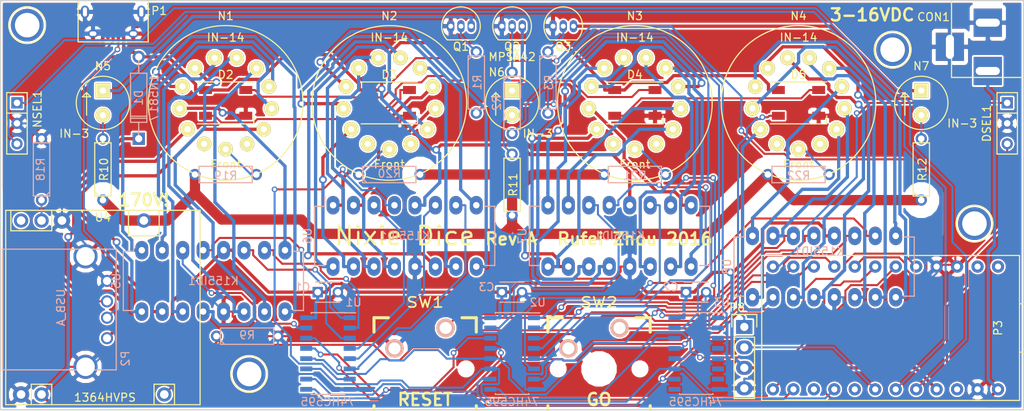
<source format=kicad_pcb>
(kicad_pcb (version 4) (host pcbnew 4.0.4-stable)
  (layers (0 F.Cu signal hide) (31 B.Cu signal hide) (34 B.Paste user) (35 F.Paste user) (36 B.SilkS user) (37 F.SilkS user) (38 B.Mask user) (39 F.Mask user) (44 Edge.Cuts user))
  (net 0 "")
  (net 1 /IN3_1)
  (net 2 "Net-(R1-Pad2)")
  (net 3 /IN3_2)
  (net 4 "Net-(R2-Pad2)")
  (net 5 /IN3_3)
  (net 6 "Net-(R3-Pad2)")
  (net 7 /170V_ENA)
  (net 8 GND)
  (net 9 /170V)
  (net 10 "Net-(R18-Pad1)")
  (net 11 /BTN_RST)
  (net 12 /BTN_GO)
  (net 13 /T1INB)
  (net 14 /T1INC)
  (net 15 /T1IND)
  (net 16 /T2INA)
  (net 17 /T2INB)
  (net 18 /T2INC)
  (net 19 /T2IND)
  (net 20 "Net-(U1-Pad9)")
  (net 21 /CLEAR)
  (net 22 /SCK)
  (net 23 /D3)
  (net 24 /D2)
  (net 25 /MOSI)
  (net 26 /T1INA)
  (net 27 VCC)
  (net 28 /T3INB)
  (net 29 /T3INC)
  (net 30 /T3IND)
  (net 31 /T4INA)
  (net 32 /T4INB)
  (net 33 /T4INC)
  (net 34 /T4IND)
  (net 35 "Net-(U2-Pad9)")
  (net 36 /T3INA)
  (net 37 "Net-(U3-Pad9)")
  (net 38 /T1CATH8)
  (net 39 /T1CATH9)
  (net 40 /T1CATH2)
  (net 41 /T1CATH3)
  (net 42 /T1CATH7)
  (net 43 /T1CATH6)
  (net 44 /T1CATH4)
  (net 45 /T1CATH5)
  (net 46 /T1CATH1)
  (net 47 /T1CATH0)
  (net 48 /T2CATH8)
  (net 49 /T2CATH9)
  (net 50 /T2CATH2)
  (net 51 /T2CATH3)
  (net 52 /T2CATH7)
  (net 53 /T2CATH6)
  (net 54 /T2CATH4)
  (net 55 /T2CATH5)
  (net 56 /T2CATH1)
  (net 57 /T2CATH0)
  (net 58 /T3CATH8)
  (net 59 /T3CATH9)
  (net 60 /T3CATH2)
  (net 61 /T3CATH3)
  (net 62 /T3CATH7)
  (net 63 /T3CATH6)
  (net 64 /T3CATH4)
  (net 65 /T3CATH5)
  (net 66 /T3CATH1)
  (net 67 /T3CATH0)
  (net 68 /T4CATH8)
  (net 69 /T4CATH9)
  (net 70 /T4CATH2)
  (net 71 /T4CATH3)
  (net 72 /T4CATH7)
  (net 73 /T4CATH6)
  (net 74 /T4CATH4)
  (net 75 /T4CATH5)
  (net 76 /T4CATH1)
  (net 77 /T4CATH0)
  (net 78 /RAW)
  (net 79 /D9)
  (net 80 /D10)
  (net 81 /IN3_1CATH)
  (net 82 /IN3_3CATH)
  (net 83 /IN3_2CATH)
  (net 84 /A2)
  (net 85 /A3)
  (net 86 /D-)
  (net 87 /D+)
  (net 88 /RXI)
  (net 89 /D5)
  (net 90 /MISO)
  (net 91 /A0)
  (net 92 /A1)
  (net 93 /RESET)
  (net 94 /TXO)
  (net 95 "Net-(U4-Pad6)")
  (net 96 "Net-(N1-Pad1)")
  (net 97 "Net-(N1-Pad2)")
  (net 98 "Net-(N1-Pad13)")
  (net 99 "Net-(N2-Pad1)")
  (net 100 "Net-(N2-Pad2)")
  (net 101 "Net-(N2-Pad13)")
  (net 102 "Net-(N3-Pad1)")
  (net 103 "Net-(N3-Pad2)")
  (net 104 "Net-(N3-Pad13)")
  (net 105 "Net-(N4-Pad1)")
  (net 106 "Net-(N4-Pad2)")
  (net 107 "Net-(N4-Pad13)")
  (net 108 "Net-(N5-Pad2)")
  (net 109 "Net-(N6-Pad2)")
  (net 110 "Net-(N7-Pad2)")
  (net 111 "Net-(U3-Pad4)")
  (net 112 "Net-(U3-Pad5)")
  (net 113 "Net-(U3-Pad6)")
  (net 114 "Net-(U3-Pad7)")
  (net 115 "Net-(U3-Pad3)")
  (net 116 "Net-(P1-Pad4)")
  (net 117 "Net-(D2-Pad2)")
  (net 118 "Net-(D3-Pad2)")
  (net 119 "Net-(D4-Pad2)")
  (net 120 /RGBOUT)
  (module Connect:1pin (layer F.Cu) (at 30.861 46.355)
    (fp_text reference M4 hide)
    (fp_text value 1pin)
    (pad 1 thru_hole circle (at 0 0) (size 4.064 4.064) (drill 3.048) (layers *.Cu *.Mask))
  )
  (module Connect:1pin (layer F.Cu) (at 120.904 27.686)
    (fp_text reference M3 hide)
    (fp_text value 1pin)
    (pad 1 thru_hole circle (at 0 0) (size 4.064 4.064) (drill 3.048) (layers *.Cu *.Mask))
  )
  (module Connect:1pin (layer F.Cu) (at 110.744 6.096)
    (fp_text reference M2 hide)
    (fp_text value 1pin)
    (pad 1 thru_hole circle (at 0 0) (size 4.064 4.064) (drill 3.048) (layers *.Cu *.Mask))
  )
  (module Connect:USB_A (layer B.Cu) (at 13.208 41.91 90)
    (fp_text reference P2 (at -2.54 2.286 90) (layer B.SilkS) (effects (justify mirror)))
    (fp_text value USB_A (at 3.81 -5.715 90) (layer B.SilkS) (effects (justify mirror)))
    (pad 4 thru_hole circle (at 7.11286 0.00212 180) (size 1.50114 1.50114) (drill 1.00076) (layers *.Cu *.Mask) (net 8 GND))
    (pad 3 thru_hole circle (at 4.57286 0.00212 180) (size 1.50114 1.50114) (drill 1.00076) (layers *.Cu *.Mask) (net 87 /D+))
    (pad 2 thru_hole circle (at 2.54086 0.00212 180) (size 1.50114 1.50114) (drill 1.00076) (layers *.Cu *.Mask) (net 86 /D-))
    (pad 1 thru_hole circle (at 0.00086 0.00212 180) (size 1.50114 1.50114) (drill 1.00076) (layers *.Cu *.Mask) (net 27 VCC))
    (pad 5 thru_hole circle (at 10.16086 -2.66488 180) (size 2.99974 2.99974) (drill 2.30124) (layers *.Cu *.Mask) (net 8 GND))
    (pad 5 thru_hole circle (at -3.55514 -2.66488 180) (size 2.99974 2.99974) (drill 2.30124) (layers *.Cu *.Mask) (net 8 GND))
  )
  (module Connect:BARREL_JACK (layer F.Cu) (at 122.555 2.54 270)
    (fp_text reference CON1 (at -0.508 6.731 360) (layer F.SilkS))
    (fp_text value BARREL_JACK)
    (pad 1 thru_hole rect (at 6.20014 0 270) (size 3.50012 3.50012) (drill oval 1.00076 2.99974) (layers *.Cu *.Mask) (net 78 /RAW))
    (pad 2 thru_hole rect (at 0.20066 0 270) (size 3.50012 3.50012) (drill oval 1.00076 2.99974) (layers *.Cu *.Mask) (net 8 GND))
    (pad 3 thru_hole rect (at 3.2004 4.699 270) (size 3.50012 3.50012) (drill oval 2.99974 1.00076) (layers *.Cu *.Mask) (net 8 GND))
  )
  (module Buttons_Switches_ThroughHole:SW_Micro_SPST (layer F.Cu) (at 124.968 15.24 270)
    (fp_text reference DSEL1 (at 0 2.54 270) (layer F.SilkS))
    (fp_text value ROT_ENC)
    (pad 1 thru_hole rect (at -2.54 0 270) (size 1.397 1.397) (drill 0.8128) (layers *.Cu *.Mask) (net 79 /D9))
    (pad 2 thru_hole circle (at 0 0 270) (size 1.397 1.397) (drill 0.8128) (layers *.Cu *.Mask) (net 8 GND))
    (pad 3 thru_hole circle (at 2.54 0 270) (size 1.397 1.397) (drill 0.8128) (layers *.Cu *.Mask) (net 80 /D10))
  )
  (module Buttons_Switches_ThroughHole:SW_Micro_SPST (layer F.Cu) (at 2.032 15.24 270)
    (fp_text reference NSEL1 (at -1.778 -2.54 270) (layer F.SilkS))
    (fp_text value ROT_ENC)
    (pad 1 thru_hole rect (at -2.54 0 270) (size 1.397 1.397) (drill 0.8128) (layers *.Cu *.Mask) (net 84 /A2))
    (pad 2 thru_hole circle (at 0 0 270) (size 1.397 1.397) (drill 0.8128) (layers *.Cu *.Mask) (net 8 GND))
    (pad 3 thru_hole circle (at 2.54 0 270) (size 1.397 1.397) (drill 0.8128) (layers *.Cu *.Mask) (net 85 /A3))
  )
  (module Connect:USB_Micro-B (layer F.Cu) (at 13.97 2.54 180)
    (fp_text reference P1 (at -5.715 1.27 180) (layer F.SilkS))
    (fp_text value USB_OTG)
    (pad 1 smd rect (at -1.3009 -1.56254 270) (size 1.35 0.4) (layers F.Cu F.Paste F.Mask) (net 27 VCC))
    (pad 2 smd rect (at -0.6509 -1.56254 270) (size 1.35 0.4) (layers F.Cu F.Paste F.Mask) (net 86 /D-))
    (pad 3 smd rect (at -0.0009 -1.56254 270) (size 1.35 0.4) (layers F.Cu F.Paste F.Mask) (net 87 /D+))
    (pad 4 smd rect (at 0.6491 -1.56254 270) (size 1.35 0.4) (layers F.Cu F.Paste F.Mask) (net 116 "Net-(P1-Pad4)"))
    (pad 5 smd rect (at 1.2991 -1.56254 270) (size 1.35 0.4) (layers F.Cu F.Paste F.Mask) (net 8 GND))
    (pad 6 thru_hole oval (at -2.5009 -1.56254 270) (size 0.95 1.25) (drill oval 0.55 0.85) (layers *.Cu *.Mask) (net 8 GND))
    (pad 6 thru_hole oval (at 2.4991 -1.56254 270) (size 0.95 1.25) (drill oval 0.55 0.85) (layers *.Cu *.Mask) (net 8 GND))
    (pad 6 thru_hole oval (at -3.5009 1.13746 270) (size 1.55 1) (drill oval 1.15 0.5) (layers *.Cu *.Mask) (net 8 GND))
    (pad 6 thru_hole oval (at 3.4991 1.13746 270) (size 1.55 1) (drill oval 1.15 0.5) (layers *.Cu *.Mask) (net 8 GND))
  )
  (module Arduino:Pro_Micro (layer F.Cu) (at 110.49 40.64 270)
    (fp_text reference P3 (at 0 -13.335 270) (layer F.SilkS))
    (fp_text value "ARDUINO PRO MICRO")
    (pad 2 thru_hole circle (at -7.62 -10.795 270) (size 1.524 1.524) (drill 0.762) (layers *.Cu *.Mask) (net 88 /RXI))
    (pad 3 thru_hole circle (at -7.62 -8.255 270) (size 1.524 1.524) (drill 0.762) (layers *.Cu *.Mask) (net 8 GND))
    (pad 4 thru_hole circle (at -7.62 -5.715 270) (size 1.524 1.524) (drill 0.762) (layers *.Cu *.Mask) (net 8 GND))
    (pad 5 thru_hole circle (at -7.62 -3.175 270) (size 1.524 1.524) (drill 0.762) (layers *.Cu *.Mask) (net 24 /D2))
    (pad 6 thru_hole circle (at -7.62 -0.635 270) (size 1.524 1.524) (drill 0.762) (layers *.Cu *.Mask) (net 23 /D3))
    (pad 7 thru_hole circle (at -7.62 1.905 270) (size 1.524 1.524) (drill 0.762) (layers *.Cu *.Mask) (net 21 /CLEAR))
    (pad 8 thru_hole circle (at -7.62 4.445 270) (size 1.524 1.524) (drill 0.762) (layers *.Cu *.Mask) (net 89 /D5))
    (pad 9 thru_hole circle (at -7.62 6.985 270) (size 1.524 1.524) (drill 0.762) (layers *.Cu *.Mask) (net 11 /BTN_RST))
    (pad 10 thru_hole circle (at -7.62 9.525 270) (size 1.524 1.524) (drill 0.762) (layers *.Cu *.Mask) (net 12 /BTN_GO))
    (pad 11 thru_hole circle (at -7.62 12.065 270) (size 1.524 1.524) (drill 0.762) (layers *.Cu *.Mask) (net 7 /170V_ENA))
    (pad 12 thru_hole circle (at -7.62 14.605 270) (size 1.524 1.524) (drill 0.762) (layers *.Cu *.Mask) (net 79 /D9))
    (pad 13 thru_hole circle (at 7.62 14.605 270) (size 1.524 1.524) (drill 0.762) (layers *.Cu *.Mask) (net 80 /D10))
    (pad 14 thru_hole circle (at 7.62 12.065 270) (size 1.524 1.524) (drill 0.762) (layers *.Cu *.Mask) (net 25 /MOSI))
    (pad 15 thru_hole circle (at 7.62 9.525 270) (size 1.524 1.524) (drill 0.762) (layers *.Cu *.Mask) (net 90 /MISO))
    (pad 16 thru_hole circle (at 7.62 6.985 270) (size 1.524 1.524) (drill 0.762) (layers *.Cu *.Mask) (net 22 /SCK))
    (pad 17 thru_hole circle (at 7.62 4.445 270) (size 1.524 1.524) (drill 0.762) (layers *.Cu *.Mask) (net 91 /A0))
    (pad 18 thru_hole circle (at 7.62 1.905 270) (size 1.524 1.524) (drill 0.762) (layers *.Cu *.Mask) (net 92 /A1))
    (pad 19 thru_hole circle (at 7.62 -0.635 270) (size 1.524 1.524) (drill 0.762) (layers *.Cu *.Mask) (net 84 /A2))
    (pad 20 thru_hole circle (at 7.62 -3.175 270) (size 1.524 1.524) (drill 0.762) (layers *.Cu *.Mask) (net 85 /A3))
    (pad 21 thru_hole circle (at 7.62 -5.715 270) (size 1.524 1.524) (drill 0.762) (layers *.Cu *.Mask) (net 27 VCC))
    (pad 22 thru_hole circle (at 7.62 -8.255 270) (size 1.524 1.524) (drill 0.762) (layers *.Cu *.Mask) (net 93 /RESET))
    (pad 23 thru_hole circle (at 7.62 -10.795 270) (size 1.524 1.524) (drill 0.762) (layers *.Cu *.Mask) (net 8 GND))
    (pad 1 thru_hole circle (at -7.62 -13.335 270) (size 1.524 1.524) (drill 0.762) (layers *.Cu *.Mask) (net 94 /TXO))
    (pad 24 thru_hole circle (at 7.62 -13.335 270) (size 1.524 1.524) (drill 0.762) (layers *.Cu *.Mask) (net 78 /RAW))
  )
  (module TO_SOT_Packages_THT:TO-92_Inline_Narrow_Oval (layer F.Cu) (at 55.88 3.175)
    (fp_text reference Q1 (at 1.27 2.54) (layer F.SilkS))
    (fp_text value MPSA42)
    (pad 2 thru_hole oval (at 1.27 0 180) (size 0.89916 1.50114) (drill 0.6) (layers *.Cu *.Mask) (net 1 /IN3_1))
    (pad 3 thru_hole oval (at 2.54 0 180) (size 0.89916 1.50114) (drill 0.6) (layers *.Cu *.Mask) (net 81 /IN3_1CATH))
    (pad 1 thru_hole oval (at 0 0 180) (size 0.89916 1.50114) (drill 0.6) (layers *.Cu *.Mask) (net 8 GND))
  )
  (module TO_SOT_Packages_THT:TO-92_Inline_Narrow_Oval (layer F.Cu) (at 62.23 3.175)
    (fp_text reference Q2 (at 1.27 2.54) (layer F.SilkS))
    (fp_text value MPSA42 (at 1.27 3.81) (layer F.SilkS))
    (pad 2 thru_hole oval (at 1.27 0 180) (size 0.89916 1.50114) (drill 0.6) (layers *.Cu *.Mask) (net 3 /IN3_2))
    (pad 3 thru_hole oval (at 2.54 0 180) (size 0.89916 1.50114) (drill 0.6) (layers *.Cu *.Mask) (net 83 /IN3_2CATH))
    (pad 1 thru_hole oval (at 0 0 180) (size 0.89916 1.50114) (drill 0.6) (layers *.Cu *.Mask) (net 8 GND))
  )
  (module TO_SOT_Packages_THT:TO-92_Inline_Narrow_Oval (layer F.Cu) (at 68.58 3.175)
    (fp_text reference Q3 (at 1.27 2.54) (layer F.SilkS))
    (fp_text value MPSA42)
    (pad 2 thru_hole oval (at 1.27 0 180) (size 0.89916 1.50114) (drill 0.6) (layers *.Cu *.Mask) (net 5 /IN3_3))
    (pad 3 thru_hole oval (at 2.54 0 180) (size 0.89916 1.50114) (drill 0.6) (layers *.Cu *.Mask) (net 82 /IN3_3CATH))
    (pad 1 thru_hole oval (at 0 0 180) (size 0.89916 1.50114) (drill 0.6) (layers *.Cu *.Mask) (net 8 GND))
  )
  (module "Cherry Switches:CHERRY_PCB_100H" (layer F.Cu) (at 52.705 45.72)
    (fp_text reference SW1 (at 0 -8.255) (layer F.SilkS) (effects (font (size 1.27 1.524) (thickness 0.2032))))
    (fp_text value SW_PUSH hide)
    (pad 1 thru_hole circle (at 2.54 -5.08) (size 2.286 2.286) (drill 1.4986) (layers *.Cu *.SilkS *.Mask) (net 11 /BTN_RST))
    (pad 2 thru_hole circle (at -3.81 -2.54) (size 2.286 2.286) (drill 1.4986) (layers *.Cu *.SilkS *.Mask) (net 8 GND))
    (pad HOLE np_thru_hole circle (at 0 0) (size 3.9878 3.9878) (drill 3.9878) (layers *.Cu))
    (pad HOLE np_thru_hole circle (at -5.08 0) (size 1.7018 1.7018) (drill 1.7018) (layers *.Cu))
    (pad HOLE np_thru_hole circle (at 5.08 0) (size 1.7018 1.7018) (drill 1.7018) (layers *.Cu))
  )
  (module "Cherry Switches:CHERRY_PCB_100H" (layer F.Cu) (at 74.295 45.72)
    (fp_text reference SW2 (at 0 -8.255) (layer F.SilkS) (effects (font (size 1.27 1.524) (thickness 0.2032))))
    (fp_text value SW_PUSH hide)
    (pad 1 thru_hole circle (at 2.54 -5.08) (size 2.286 2.286) (drill 1.4986) (layers *.Cu *.SilkS *.Mask) (net 12 /BTN_GO))
    (pad 2 thru_hole circle (at -3.81 -2.54) (size 2.286 2.286) (drill 1.4986) (layers *.Cu *.SilkS *.Mask) (net 8 GND))
    (pad HOLE np_thru_hole circle (at 0 0) (size 3.9878 3.9878) (drill 3.9878) (layers *.Cu))
    (pad HOLE np_thru_hole circle (at -5.08 0) (size 1.7018 1.7018) (drill 1.7018) (layers *.Cu))
    (pad HOLE np_thru_hole circle (at 5.08 0) (size 1.7018 1.7018) (drill 1.7018) (layers *.Cu))
  )
  (module "TES Power Supplies:1364HVPS" (layer F.Cu) (at 12.7 38.1)
    (fp_text reference U4 (at 0 -11.176) (layer F.SilkS))
    (fp_text value 1364HVPS (at 0.254 11.176) (layer F.SilkS))
    (pad 6 thru_hole circle (at -10.16 -10.795) (size 1.778 1.778) (drill 1.0668) (layers *.Cu *.Mask) (net 95 "Net-(U4-Pad6)"))
    (pad 2 thru_hole circle (at -7.62 -10.795) (size 1.778 1.778) (drill 1.0668) (layers *.Cu *.Mask) (net 10 "Net-(R18-Pad1)"))
    (pad 3 thru_hole circle (at -5.08 -10.795) (size 2.032 2.032) (drill 1.0668) (layers *.Cu *.Mask) (net 8 GND))
    (pad 1 thru_hole circle (at 5.08 -10.795) (size 1.778 1.778) (drill 1.0668) (layers *.Cu *.Mask) (net 9 /170V))
    (pad 5 thru_hole circle (at -10.16 10.795) (size 2.032 2.032) (drill 1.0668) (layers *.Cu *.Mask) (net 8 GND))
    (pad 4 thru_hole circle (at -7.62 10.795) (size 1.778 1.778) (drill 1.0668) (layers *.Cu *.Mask) (net 78 /RAW))
    (pad 7 thru_hole circle (at 7.62 10.795) (size 1.778 1.778) (drill 1.0668) (layers *.Cu *.Mask) (net 7 /170V_ENA))
  )
  (module Housings_DIP:DIP-16_W7.62mm_LongPads (layer B.Cu) (at 17.526 30.988 270)
    (fp_text reference U5 (at 3.81 3.175 270) (layer B.SilkS) (effects (justify mirror)))
    (fp_text value K155ID1 (at 3.81 -8.89 360) (layer B.SilkS) (effects (justify mirror)))
    (pad 1 thru_hole oval (at 0 0 270) (size 2.3 1.6) (drill 0.8) (layers *.Cu *.Mask) (net 38 /T1CATH8))
    (pad 2 thru_hole oval (at 0 -2.54 270) (size 2.3 1.6) (drill 0.8) (layers *.Cu *.Mask) (net 39 /T1CATH9))
    (pad 3 thru_hole oval (at 0 -5.08 270) (size 2.3 1.6) (drill 0.8) (layers *.Cu *.Mask) (net 26 /T1INA))
    (pad 4 thru_hole oval (at 0 -7.62 270) (size 2.3 1.6) (drill 0.8) (layers *.Cu *.Mask) (net 15 /T1IND))
    (pad 5 thru_hole oval (at 0 -10.16 270) (size 2.3 1.6) (drill 0.8) (layers *.Cu *.Mask) (net 27 VCC))
    (pad 6 thru_hole oval (at 0 -12.7 270) (size 2.3 1.6) (drill 0.8) (layers *.Cu *.Mask) (net 13 /T1INB))
    (pad 7 thru_hole oval (at 0 -15.24 270) (size 2.3 1.6) (drill 0.8) (layers *.Cu *.Mask) (net 14 /T1INC))
    (pad 8 thru_hole oval (at 0 -17.78 270) (size 2.3 1.6) (drill 0.8) (layers *.Cu *.Mask) (net 40 /T1CATH2))
    (pad 9 thru_hole oval (at 7.62 -17.78 270) (size 2.3 1.6) (drill 0.8) (layers *.Cu *.Mask) (net 41 /T1CATH3))
    (pad 10 thru_hole oval (at 7.62 -15.24 270) (size 2.3 1.6) (drill 0.8) (layers *.Cu *.Mask) (net 42 /T1CATH7))
    (pad 11 thru_hole oval (at 7.62 -12.7 270) (size 2.3 1.6) (drill 0.8) (layers *.Cu *.Mask) (net 43 /T1CATH6))
    (pad 12 thru_hole oval (at 7.62 -10.16 270) (size 2.3 1.6) (drill 0.8) (layers *.Cu *.Mask) (net 8 GND))
    (pad 13 thru_hole oval (at 7.62 -7.62 270) (size 2.3 1.6) (drill 0.8) (layers *.Cu *.Mask) (net 44 /T1CATH4))
    (pad 14 thru_hole oval (at 7.62 -5.08 270) (size 2.3 1.6) (drill 0.8) (layers *.Cu *.Mask) (net 45 /T1CATH5))
    (pad 15 thru_hole oval (at 7.62 -2.54 270) (size 2.3 1.6) (drill 0.8) (layers *.Cu *.Mask) (net 46 /T1CATH1))
    (pad 16 thru_hole oval (at 7.62 0 270) (size 2.3 1.6) (drill 0.8) (layers *.Cu *.Mask) (net 47 /T1CATH0))
  )
  (module Housings_DIP:DIP-16_W7.62mm_LongPads (layer B.Cu) (at 41.275 25.4 270)
    (fp_text reference U6 (at 3.81 3.175 270) (layer B.SilkS) (effects (justify mirror)))
    (fp_text value K155ID1 (at 3.81 -8.89 360) (layer B.SilkS) (effects (justify mirror)))
    (pad 1 thru_hole oval (at 0 0 270) (size 2.3 1.6) (drill 0.8) (layers *.Cu *.Mask) (net 48 /T2CATH8))
    (pad 2 thru_hole oval (at 0 -2.54 270) (size 2.3 1.6) (drill 0.8) (layers *.Cu *.Mask) (net 49 /T2CATH9))
    (pad 3 thru_hole oval (at 0 -5.08 270) (size 2.3 1.6) (drill 0.8) (layers *.Cu *.Mask) (net 16 /T2INA))
    (pad 4 thru_hole oval (at 0 -7.62 270) (size 2.3 1.6) (drill 0.8) (layers *.Cu *.Mask) (net 19 /T2IND))
    (pad 5 thru_hole oval (at 0 -10.16 270) (size 2.3 1.6) (drill 0.8) (layers *.Cu *.Mask) (net 27 VCC))
    (pad 6 thru_hole oval (at 0 -12.7 270) (size 2.3 1.6) (drill 0.8) (layers *.Cu *.Mask) (net 17 /T2INB))
    (pad 7 thru_hole oval (at 0 -15.24 270) (size 2.3 1.6) (drill 0.8) (layers *.Cu *.Mask) (net 18 /T2INC))
    (pad 8 thru_hole oval (at 0 -17.78 270) (size 2.3 1.6) (drill 0.8) (layers *.Cu *.Mask) (net 50 /T2CATH2))
    (pad 9 thru_hole oval (at 7.62 -17.78 270) (size 2.3 1.6) (drill 0.8) (layers *.Cu *.Mask) (net 51 /T2CATH3))
    (pad 10 thru_hole oval (at 7.62 -15.24 270) (size 2.3 1.6) (drill 0.8) (layers *.Cu *.Mask) (net 52 /T2CATH7))
    (pad 11 thru_hole oval (at 7.62 -12.7 270) (size 2.3 1.6) (drill 0.8) (layers *.Cu *.Mask) (net 53 /T2CATH6))
    (pad 12 thru_hole oval (at 7.62 -10.16 270) (size 2.3 1.6) (drill 0.8) (layers *.Cu *.Mask) (net 8 GND))
    (pad 13 thru_hole oval (at 7.62 -7.62 270) (size 2.3 1.6) (drill 0.8) (layers *.Cu *.Mask) (net 54 /T2CATH4))
    (pad 14 thru_hole oval (at 7.62 -5.08 270) (size 2.3 1.6) (drill 0.8) (layers *.Cu *.Mask) (net 55 /T2CATH5))
    (pad 15 thru_hole oval (at 7.62 -2.54 270) (size 2.3 1.6) (drill 0.8) (layers *.Cu *.Mask) (net 56 /T2CATH1))
    (pad 16 thru_hole oval (at 7.62 0 270) (size 2.3 1.6) (drill 0.8) (layers *.Cu *.Mask) (net 57 /T2CATH0))
  )
  (module Housings_DIP:DIP-16_W7.62mm_LongPads (layer B.Cu) (at 67.945 25.4 270)
    (fp_text reference U7 (at 3.81 3.175 270) (layer B.SilkS) (effects (justify mirror)))
    (fp_text value K155ID1 (at 3.81 -8.89 360) (layer B.SilkS) (effects (justify mirror)))
    (pad 1 thru_hole oval (at 0 0 270) (size 2.3 1.6) (drill 0.8) (layers *.Cu *.Mask) (net 58 /T3CATH8))
    (pad 2 thru_hole oval (at 0 -2.54 270) (size 2.3 1.6) (drill 0.8) (layers *.Cu *.Mask) (net 59 /T3CATH9))
    (pad 3 thru_hole oval (at 0 -5.08 270) (size 2.3 1.6) (drill 0.8) (layers *.Cu *.Mask) (net 36 /T3INA))
    (pad 4 thru_hole oval (at 0 -7.62 270) (size 2.3 1.6) (drill 0.8) (layers *.Cu *.Mask) (net 30 /T3IND))
    (pad 5 thru_hole oval (at 0 -10.16 270) (size 2.3 1.6) (drill 0.8) (layers *.Cu *.Mask) (net 27 VCC))
    (pad 6 thru_hole oval (at 0 -12.7 270) (size 2.3 1.6) (drill 0.8) (layers *.Cu *.Mask) (net 28 /T3INB))
    (pad 7 thru_hole oval (at 0 -15.24 270) (size 2.3 1.6) (drill 0.8) (layers *.Cu *.Mask) (net 29 /T3INC))
    (pad 8 thru_hole oval (at 0 -17.78 270) (size 2.3 1.6) (drill 0.8) (layers *.Cu *.Mask) (net 60 /T3CATH2))
    (pad 9 thru_hole oval (at 7.62 -17.78 270) (size 2.3 1.6) (drill 0.8) (layers *.Cu *.Mask) (net 61 /T3CATH3))
    (pad 10 thru_hole oval (at 7.62 -15.24 270) (size 2.3 1.6) (drill 0.8) (layers *.Cu *.Mask) (net 62 /T3CATH7))
    (pad 11 thru_hole oval (at 7.62 -12.7 270) (size 2.3 1.6) (drill 0.8) (layers *.Cu *.Mask) (net 63 /T3CATH6))
    (pad 12 thru_hole oval (at 7.62 -10.16 270) (size 2.3 1.6) (drill 0.8) (layers *.Cu *.Mask) (net 8 GND))
    (pad 13 thru_hole oval (at 7.62 -7.62 270) (size 2.3 1.6) (drill 0.8) (layers *.Cu *.Mask) (net 64 /T3CATH4))
    (pad 14 thru_hole oval (at 7.62 -5.08 270) (size 2.3 1.6) (drill 0.8) (layers *.Cu *.Mask) (net 65 /T3CATH5))
    (pad 15 thru_hole oval (at 7.62 -2.54 270) (size 2.3 1.6) (drill 0.8) (layers *.Cu *.Mask) (net 66 /T3CATH1))
    (pad 16 thru_hole oval (at 7.62 0 270) (size 2.3 1.6) (drill 0.8) (layers *.Cu *.Mask) (net 67 /T3CATH0))
  )
  (module Housings_DIP:DIP-16_W7.62mm_LongPads (layer B.Cu) (at 93.345 29.21 270)
    (fp_text reference U8 (at 3.81 3.175 270) (layer B.SilkS) (effects (justify mirror)))
    (fp_text value K155ID1 (at 1.905 -8.255 360) (layer B.SilkS) (effects (justify mirror)))
    (pad 1 thru_hole oval (at 0 0 270) (size 2.3 1.6) (drill 0.8) (layers *.Cu *.Mask) (net 68 /T4CATH8))
    (pad 2 thru_hole oval (at 0 -2.54 270) (size 2.3 1.6) (drill 0.8) (layers *.Cu *.Mask) (net 69 /T4CATH9))
    (pad 3 thru_hole oval (at 0 -5.08 270) (size 2.3 1.6) (drill 0.8) (layers *.Cu *.Mask) (net 31 /T4INA))
    (pad 4 thru_hole oval (at 0 -7.62 270) (size 2.3 1.6) (drill 0.8) (layers *.Cu *.Mask) (net 34 /T4IND))
    (pad 5 thru_hole oval (at 0 -10.16 270) (size 2.3 1.6) (drill 0.8) (layers *.Cu *.Mask) (net 27 VCC))
    (pad 6 thru_hole oval (at 0 -12.7 270) (size 2.3 1.6) (drill 0.8) (layers *.Cu *.Mask) (net 32 /T4INB))
    (pad 7 thru_hole oval (at 0 -15.24 270) (size 2.3 1.6) (drill 0.8) (layers *.Cu *.Mask) (net 33 /T4INC))
    (pad 8 thru_hole oval (at 0 -17.78 270) (size 2.3 1.6) (drill 0.8) (layers *.Cu *.Mask) (net 70 /T4CATH2))
    (pad 9 thru_hole oval (at 7.62 -17.78 270) (size 2.3 1.6) (drill 0.8) (layers *.Cu *.Mask) (net 71 /T4CATH3))
    (pad 10 thru_hole oval (at 7.62 -15.24 270) (size 2.3 1.6) (drill 0.8) (layers *.Cu *.Mask) (net 72 /T4CATH7))
    (pad 11 thru_hole oval (at 7.62 -12.7 270) (size 2.3 1.6) (drill 0.8) (layers *.Cu *.Mask) (net 73 /T4CATH6))
    (pad 12 thru_hole oval (at 7.62 -10.16 270) (size 2.3 1.6) (drill 0.8) (layers *.Cu *.Mask) (net 8 GND))
    (pad 13 thru_hole oval (at 7.62 -7.62 270) (size 2.3 1.6) (drill 0.8) (layers *.Cu *.Mask) (net 74 /T4CATH4))
    (pad 14 thru_hole oval (at 7.62 -5.08 270) (size 2.3 1.6) (drill 0.8) (layers *.Cu *.Mask) (net 75 /T4CATH5))
    (pad 15 thru_hole oval (at 7.62 -2.54 270) (size 2.3 1.6) (drill 0.8) (layers *.Cu *.Mask) (net 76 /T4CATH1))
    (pad 16 thru_hole oval (at 7.62 0 270) (size 2.3 1.6) (drill 0.8) (layers *.Cu *.Mask) (net 77 /T4CATH0))
  )
  (module Nixies:IN-14 (layer F.Cu) (at 27.94 12.7)
    (fp_text reference N1 (at 0 -10.795) (layer F.SilkS))
    (fp_text value IN-14 (at 0 -8.12) (layer F.SilkS))
    (fp_text user Front (at 0 7.62) (layer F.SilkS))
    (pad 1 thru_hole circle (at 0 5.75) (size 1.8 1.8) (drill 0.762) (layers *.Cu *.Mask F.SilkS) (net 96 "Net-(N1-Pad1)"))
    (pad 2 thru_hole circle (at -2.672842 5.091013) (size 1.8 1.8) (drill 0.762) (layers *.Cu *.Mask F.SilkS) (net 97 "Net-(N1-Pad2)"))
    (pad 3 thru_hole circle (at -4.733034 3.265102) (size 1.8 1.8) (drill 0.762) (layers *.Cu *.Mask F.SilkS) (net 46 /T1CATH1))
    (pad 4 thru_hole circle (at -5.708355 0.690787) (size 1.8 1.8) (drill 0.762) (layers *.Cu *.Mask F.SilkS) (net 40 /T1CATH2))
    (pad 5 thru_hole circle (at -5.375248 -2.041865) (size 1.8 1.8) (drill 0.762) (layers *.Cu *.Mask F.SilkS) (net 41 /T1CATH3))
    (pad 6 thru_hole circle (at -3.810065 -4.306495) (size 1.8 1.8) (drill 0.762) (layers *.Cu *.Mask F.SilkS) (net 44 /T1CATH4))
    (pad 7 thru_hole circle (at -1.371567 -5.584022) (size 1.8 1.8) (drill 0.762) (layers *.Cu *.Mask F.SilkS) (net 45 /T1CATH5))
    (pad 8 thru_hole circle (at 1.381311 -5.58162) (size 1.8 1.8) (drill 0.762) (layers *.Cu *.Mask F.SilkS) (net 43 /T1CATH6))
    (pad 9 thru_hole circle (at 3.817576 -4.299839) (size 1.8 1.8) (drill 0.762) (layers *.Cu *.Mask F.SilkS) (net 42 /T1CATH7))
    (pad 10 thru_hole circle (at 5.378803 -2.03248) (size 1.8 1.8) (drill 0.762) (layers *.Cu *.Mask F.SilkS) (net 38 /T1CATH8))
    (pad 11 thru_hole circle (at 5.70714 0.700749) (size 1.8 1.8) (drill 0.762) (layers *.Cu *.Mask F.SilkS) (net 39 /T1CATH9))
    (pad 12 thru_hole circle (at 4.727328 3.273357) (size 1.8 1.8) (drill 0.762) (layers *.Cu *.Mask F.SilkS) (net 47 /T1CATH0))
    (pad 13 thru_hole circle (at 2.663952 5.095671) (size 1.8 1.8) (drill 0.762) (layers *.Cu *.Mask F.SilkS) (net 98 "Net-(N1-Pad13)"))
  )
  (module Nixies:IN-14 (layer F.Cu) (at 48.26 12.7)
    (fp_text reference N2 (at 0 -10.795) (layer F.SilkS))
    (fp_text value IN-14 (at 0 -8.12) (layer F.SilkS))
    (fp_text user Front (at 0 7.62) (layer F.SilkS))
    (pad 1 thru_hole circle (at 0 5.75) (size 1.8 1.8) (drill 0.762) (layers *.Cu *.Mask F.SilkS) (net 99 "Net-(N2-Pad1)"))
    (pad 2 thru_hole circle (at -2.672842 5.091013) (size 1.8 1.8) (drill 0.762) (layers *.Cu *.Mask F.SilkS) (net 100 "Net-(N2-Pad2)"))
    (pad 3 thru_hole circle (at -4.733034 3.265102) (size 1.8 1.8) (drill 0.762) (layers *.Cu *.Mask F.SilkS) (net 56 /T2CATH1))
    (pad 4 thru_hole circle (at -5.708355 0.690787) (size 1.8 1.8) (drill 0.762) (layers *.Cu *.Mask F.SilkS) (net 50 /T2CATH2))
    (pad 5 thru_hole circle (at -5.375248 -2.041865) (size 1.8 1.8) (drill 0.762) (layers *.Cu *.Mask F.SilkS) (net 51 /T2CATH3))
    (pad 6 thru_hole circle (at -3.810065 -4.306495) (size 1.8 1.8) (drill 0.762) (layers *.Cu *.Mask F.SilkS) (net 54 /T2CATH4))
    (pad 7 thru_hole circle (at -1.371567 -5.584022) (size 1.8 1.8) (drill 0.762) (layers *.Cu *.Mask F.SilkS) (net 55 /T2CATH5))
    (pad 8 thru_hole circle (at 1.381311 -5.58162) (size 1.8 1.8) (drill 0.762) (layers *.Cu *.Mask F.SilkS) (net 53 /T2CATH6))
    (pad 9 thru_hole circle (at 3.817576 -4.299839) (size 1.8 1.8) (drill 0.762) (layers *.Cu *.Mask F.SilkS) (net 52 /T2CATH7))
    (pad 10 thru_hole circle (at 5.378803 -2.03248) (size 1.8 1.8) (drill 0.762) (layers *.Cu *.Mask F.SilkS) (net 48 /T2CATH8))
    (pad 11 thru_hole circle (at 5.70714 0.700749) (size 1.8 1.8) (drill 0.762) (layers *.Cu *.Mask F.SilkS) (net 49 /T2CATH9))
    (pad 12 thru_hole circle (at 4.727328 3.273357) (size 1.8 1.8) (drill 0.762) (layers *.Cu *.Mask F.SilkS) (net 57 /T2CATH0))
    (pad 13 thru_hole circle (at 2.663952 5.095671) (size 1.8 1.8) (drill 0.762) (layers *.Cu *.Mask F.SilkS) (net 101 "Net-(N2-Pad13)"))
  )
  (module Nixies:IN-14 (layer F.Cu) (at 78.74 12.7)
    (fp_text reference N3 (at 0 -10.795) (layer F.SilkS))
    (fp_text value IN-14 (at 0 -8.12) (layer F.SilkS))
    (fp_text user Front (at 0 7.62) (layer F.SilkS))
    (pad 1 thru_hole circle (at 0 5.75) (size 1.8 1.8) (drill 0.762) (layers *.Cu *.Mask F.SilkS) (net 102 "Net-(N3-Pad1)"))
    (pad 2 thru_hole circle (at -2.672842 5.091013) (size 1.8 1.8) (drill 0.762) (layers *.Cu *.Mask F.SilkS) (net 103 "Net-(N3-Pad2)"))
    (pad 3 thru_hole circle (at -4.733034 3.265102) (size 1.8 1.8) (drill 0.762) (layers *.Cu *.Mask F.SilkS) (net 66 /T3CATH1))
    (pad 4 thru_hole circle (at -5.708355 0.690787) (size 1.8 1.8) (drill 0.762) (layers *.Cu *.Mask F.SilkS) (net 60 /T3CATH2))
    (pad 5 thru_hole circle (at -5.375248 -2.041865) (size 1.8 1.8) (drill 0.762) (layers *.Cu *.Mask F.SilkS) (net 61 /T3CATH3))
    (pad 6 thru_hole circle (at -3.810065 -4.306495) (size 1.8 1.8) (drill 0.762) (layers *.Cu *.Mask F.SilkS) (net 64 /T3CATH4))
    (pad 7 thru_hole circle (at -1.371567 -5.584022) (size 1.8 1.8) (drill 0.762) (layers *.Cu *.Mask F.SilkS) (net 65 /T3CATH5))
    (pad 8 thru_hole circle (at 1.381311 -5.58162) (size 1.8 1.8) (drill 0.762) (layers *.Cu *.Mask F.SilkS) (net 63 /T3CATH6))
    (pad 9 thru_hole circle (at 3.817576 -4.299839) (size 1.8 1.8) (drill 0.762) (layers *.Cu *.Mask F.SilkS) (net 62 /T3CATH7))
    (pad 10 thru_hole circle (at 5.378803 -2.03248) (size 1.8 1.8) (drill 0.762) (layers *.Cu *.Mask F.SilkS) (net 58 /T3CATH8))
    (pad 11 thru_hole circle (at 5.70714 0.700749) (size 1.8 1.8) (drill 0.762) (layers *.Cu *.Mask F.SilkS) (net 59 /T3CATH9))
    (pad 12 thru_hole circle (at 4.727328 3.273357) (size 1.8 1.8) (drill 0.762) (layers *.Cu *.Mask F.SilkS) (net 67 /T3CATH0))
    (pad 13 thru_hole circle (at 2.663952 5.095671) (size 1.8 1.8) (drill 0.762) (layers *.Cu *.Mask F.SilkS) (net 104 "Net-(N3-Pad13)"))
  )
  (module Nixies:IN-14 (layer F.Cu) (at 99.06 12.7)
    (fp_text reference N4 (at 0 -10.795) (layer F.SilkS))
    (fp_text value IN-14 (at 0 -8.12) (layer F.SilkS))
    (fp_text user Front (at 0 7.62) (layer F.SilkS))
    (pad 1 thru_hole circle (at 0 5.75) (size 1.8 1.8) (drill 0.762) (layers *.Cu *.Mask F.SilkS) (net 105 "Net-(N4-Pad1)"))
    (pad 2 thru_hole circle (at -2.672842 5.091013) (size 1.8 1.8) (drill 0.762) (layers *.Cu *.Mask F.SilkS) (net 106 "Net-(N4-Pad2)"))
    (pad 3 thru_hole circle (at -4.733034 3.265102) (size 1.8 1.8) (drill 0.762) (layers *.Cu *.Mask F.SilkS) (net 76 /T4CATH1))
    (pad 4 thru_hole circle (at -5.708355 0.690787) (size 1.8 1.8) (drill 0.762) (layers *.Cu *.Mask F.SilkS) (net 70 /T4CATH2))
    (pad 5 thru_hole circle (at -5.375248 -2.041865) (size 1.8 1.8) (drill 0.762) (layers *.Cu *.Mask F.SilkS) (net 71 /T4CATH3))
    (pad 6 thru_hole circle (at -3.810065 -4.306495) (size 1.8 1.8) (drill 0.762) (layers *.Cu *.Mask F.SilkS) (net 74 /T4CATH4))
    (pad 7 thru_hole circle (at -1.371567 -5.584022) (size 1.8 1.8) (drill 0.762) (layers *.Cu *.Mask F.SilkS) (net 75 /T4CATH5))
    (pad 8 thru_hole circle (at 1.381311 -5.58162) (size 1.8 1.8) (drill 0.762) (layers *.Cu *.Mask F.SilkS) (net 73 /T4CATH6))
    (pad 9 thru_hole circle (at 3.817576 -4.299839) (size 1.8 1.8) (drill 0.762) (layers *.Cu *.Mask F.SilkS) (net 72 /T4CATH7))
    (pad 10 thru_hole circle (at 5.378803 -2.03248) (size 1.8 1.8) (drill 0.762) (layers *.Cu *.Mask F.SilkS) (net 68 /T4CATH8))
    (pad 11 thru_hole circle (at 5.70714 0.700749) (size 1.8 1.8) (drill 0.762) (layers *.Cu *.Mask F.SilkS) (net 69 /T4CATH9))
    (pad 12 thru_hole circle (at 4.727328 3.273357) (size 1.8 1.8) (drill 0.762) (layers *.Cu *.Mask F.SilkS) (net 77 /T4CATH0))
    (pad 13 thru_hole circle (at 2.663952 5.095671) (size 1.8 1.8) (drill 0.762) (layers *.Cu *.Mask F.SilkS) (net 107 "Net-(N4-Pad13)"))
  )
  (module Nixies:IN-3 (layer F.Cu) (at 12.7 12.7 180)
    (fp_text reference N5 (at 0 4.572 180) (layer F.SilkS))
    (fp_text value IN-3 (at 3.556 -3.81 180) (layer F.SilkS))
    (pad 1 thru_hole rect (at 0 1.524 180) (size 1.8 1.8) (drill 0.762) (layers *.Cu *.Mask F.SilkS) (net 81 /IN3_1CATH))
    (pad 2 thru_hole circle (at 0 -1.524 180) (size 1.8 1.8) (drill 0.762) (layers *.Cu *.Mask F.SilkS) (net 108 "Net-(N5-Pad2)"))
  )
  (module Nixies:IN-3 (layer F.Cu) (at 63.5 12.7 180)
    (fp_text reference N6 (at 1.905 3.81 180) (layer F.SilkS))
    (fp_text value IN-3 (at -3.175 -3.81 180) (layer F.SilkS))
    (pad 1 thru_hole rect (at 0 1.524 180) (size 1.8 1.8) (drill 0.762) (layers *.Cu *.Mask F.SilkS) (net 83 /IN3_2CATH))
    (pad 2 thru_hole circle (at 0 -1.524 180) (size 1.8 1.8) (drill 0.762) (layers *.Cu *.Mask F.SilkS) (net 109 "Net-(N6-Pad2)"))
  )
  (module Nixies:IN-3 (layer F.Cu) (at 114.3 12.7 180)
    (fp_text reference N7 (at 0 4.572 180) (layer F.SilkS))
    (fp_text value IN-3 (at -5.08 -2.54 180) (layer F.SilkS))
    (pad 1 thru_hole rect (at 0 1.524 180) (size 1.8 1.8) (drill 0.762) (layers *.Cu *.Mask F.SilkS) (net 82 /IN3_3CATH))
    (pad 2 thru_hole circle (at 0 -1.524 180) (size 1.8 1.8) (drill 0.762) (layers *.Cu *.Mask F.SilkS) (net 110 "Net-(N7-Pad2)"))
  )
  (module Discret:R3 (layer B.Cu) (at 59.055 10.16 270)
    (fp_text reference R1 (at 0 -0.127 270) (layer B.SilkS) (effects (justify mirror)))
    (fp_text value 10K)
    (pad 1 thru_hole circle (at -3.81 0 270) (size 1.397 1.397) (drill 0.8128) (layers *.Cu *.Mask) (net 1 /IN3_1))
    (pad 2 thru_hole circle (at 3.81 0 270) (size 1.397 1.397) (drill 0.8128) (layers *.Cu *.Mask) (net 2 "Net-(R1-Pad2)"))
  )
  (module Discret:R3 (layer B.Cu) (at 63.5 12.7 270)
    (fp_text reference R2 (at 0 1.905 270) (layer B.SilkS) (effects (justify mirror)))
    (fp_text value 10K)
    (pad 1 thru_hole circle (at -3.81 0 270) (size 1.397 1.397) (drill 0.8128) (layers *.Cu *.Mask) (net 3 /IN3_2))
    (pad 2 thru_hole circle (at 3.81 0 270) (size 1.397 1.397) (drill 0.8128) (layers *.Cu *.Mask) (net 4 "Net-(R2-Pad2)"))
  )
  (module Discret:R3 (layer B.Cu) (at 67.945 10.16 270)
    (fp_text reference R3 (at 0 -0.127 270) (layer B.SilkS) (effects (justify mirror)))
    (fp_text value 10k)
    (pad 1 thru_hole circle (at -3.81 0 270) (size 1.397 1.397) (drill 0.8128) (layers *.Cu *.Mask) (net 5 /IN3_3))
    (pad 2 thru_hole circle (at 3.81 0 270) (size 1.397 1.397) (drill 0.8128) (layers *.Cu *.Mask) (net 6 "Net-(R3-Pad2)"))
  )
  (module Discret:R3 (layer B.Cu) (at 30.607 41.656)
    (fp_text reference R9 (at 0 -0.127) (layer B.SilkS) (effects (justify mirror)))
    (fp_text value 100K)
    (pad 1 thru_hole circle (at -3.81 0) (size 1.397 1.397) (drill 0.8128) (layers *.Cu *.Mask) (net 7 /170V_ENA))
    (pad 2 thru_hole circle (at 3.81 0) (size 1.397 1.397) (drill 0.8128) (layers *.Cu *.Mask) (net 8 GND))
  )
  (module Discret:R3 (layer F.Cu) (at 12.7 20.955 90)
    (fp_text reference R10 (at 0 0.127 90) (layer F.SilkS))
    (fp_text value 68K)
    (pad 1 thru_hole circle (at -3.81 0 90) (size 1.397 1.397) (drill 0.8128) (layers *.Cu *.Mask) (net 9 /170V))
    (pad 2 thru_hole circle (at 3.81 0 90) (size 1.397 1.397) (drill 0.8128) (layers *.Cu *.Mask) (net 108 "Net-(N5-Pad2)"))
  )
  (module Discret:R3 (layer F.Cu) (at 63.5 22.86 90)
    (fp_text reference R11 (at 0 0.127 90) (layer F.SilkS))
    (fp_text value 68K)
    (pad 1 thru_hole circle (at -3.81 0 90) (size 1.397 1.397) (drill 0.8128) (layers *.Cu *.Mask) (net 9 /170V))
    (pad 2 thru_hole circle (at 3.81 0 90) (size 1.397 1.397) (drill 0.8128) (layers *.Cu *.Mask) (net 109 "Net-(N6-Pad2)"))
  )
  (module Discret:R3 (layer F.Cu) (at 114.3 20.955 90)
    (fp_text reference R12 (at 0 0.127 90) (layer F.SilkS))
    (fp_text value 68K)
    (pad 1 thru_hole circle (at -3.81 0 90) (size 1.397 1.397) (drill 0.8128) (layers *.Cu *.Mask) (net 9 /170V))
    (pad 2 thru_hole circle (at 3.81 0 90) (size 1.397 1.397) (drill 0.8128) (layers *.Cu *.Mask) (net 110 "Net-(N7-Pad2)"))
  )
  (module Discret:R3 (layer B.Cu) (at 5.08 20.955 90)
    (fp_text reference R18 (at 0 -0.127 90) (layer B.SilkS) (effects (justify mirror)))
    (fp_text value 47K)
    (pad 1 thru_hole circle (at -3.81 0 90) (size 1.397 1.397) (drill 0.8128) (layers *.Cu *.Mask) (net 10 "Net-(R18-Pad1)"))
    (pad 2 thru_hole circle (at 3.81 0 90) (size 1.397 1.397) (drill 0.8128) (layers *.Cu *.Mask) (net 8 GND))
  )
  (module Discret:R3 (layer B.Cu) (at 27.94 21.59 180)
    (fp_text reference R19 (at 0 -0.127 180) (layer B.SilkS) (effects (justify mirror)))
    (fp_text value 20K)
    (pad 1 thru_hole circle (at -3.81 0 180) (size 1.397 1.397) (drill 0.8128) (layers *.Cu *.Mask) (net 96 "Net-(N1-Pad1)"))
    (pad 2 thru_hole circle (at 3.81 0 180) (size 1.397 1.397) (drill 0.8128) (layers *.Cu *.Mask) (net 9 /170V))
  )
  (module Discret:R3 (layer B.Cu) (at 48.26 21.59)
    (fp_text reference R20 (at 0 -0.127) (layer B.SilkS) (effects (justify mirror)))
    (fp_text value 20K)
    (pad 1 thru_hole circle (at -3.81 0) (size 1.397 1.397) (drill 0.8128) (layers *.Cu *.Mask) (net 99 "Net-(N2-Pad1)"))
    (pad 2 thru_hole circle (at 3.81 0) (size 1.397 1.397) (drill 0.8128) (layers *.Cu *.Mask) (net 9 /170V))
  )
  (module Discret:R3 (layer B.Cu) (at 78.74 21.59 180)
    (fp_text reference R21 (at 0 -0.127 180) (layer B.SilkS) (effects (justify mirror)))
    (fp_text value 20K)
    (pad 1 thru_hole circle (at -3.81 0 180) (size 1.397 1.397) (drill 0.8128) (layers *.Cu *.Mask) (net 102 "Net-(N3-Pad1)"))
    (pad 2 thru_hole circle (at 3.81 0 180) (size 1.397 1.397) (drill 0.8128) (layers *.Cu *.Mask) (net 9 /170V))
  )
  (module Discret:R3 (layer B.Cu) (at 99.06 21.59 180)
    (fp_text reference R22 (at 0 -0.127 180) (layer B.SilkS) (effects (justify mirror)))
    (fp_text value 20K)
    (pad 1 thru_hole circle (at -3.81 0 180) (size 1.397 1.397) (drill 0.8128) (layers *.Cu *.Mask) (net 105 "Net-(N4-Pad1)"))
    (pad 2 thru_hole circle (at 3.81 0 180) (size 1.397 1.397) (drill 0.8128) (layers *.Cu *.Mask) (net 9 /170V))
  )
  (module Housings_SOIC:SOIC-16_3.9x9.9mm_Pitch1.27mm (layer B.Cu) (at 40.64 43.815 180)
    (fp_text reference U1 (at -3.175 6.35 180) (layer B.SilkS) (effects (justify mirror)))
    (fp_text value 74HC595 (at 0 -6 180) (layer B.SilkS) (effects (justify mirror)))
    (pad 1 smd rect (at -2.7 4.445 180) (size 1.5 0.6) (layers B.Cu B.Paste B.Mask) (net 13 /T1INB))
    (pad 2 smd rect (at -2.7 3.175 180) (size 1.5 0.6) (layers B.Cu B.Paste B.Mask) (net 14 /T1INC))
    (pad 3 smd rect (at -2.7 1.905 180) (size 1.5 0.6) (layers B.Cu B.Paste B.Mask) (net 15 /T1IND))
    (pad 4 smd rect (at -2.7 0.635 180) (size 1.5 0.6) (layers B.Cu B.Paste B.Mask) (net 16 /T2INA))
    (pad 5 smd rect (at -2.7 -0.635 180) (size 1.5 0.6) (layers B.Cu B.Paste B.Mask) (net 17 /T2INB))
    (pad 6 smd rect (at -2.7 -1.905 180) (size 1.5 0.6) (layers B.Cu B.Paste B.Mask) (net 18 /T2INC))
    (pad 7 smd rect (at -2.7 -3.175 180) (size 1.5 0.6) (layers B.Cu B.Paste B.Mask) (net 19 /T2IND))
    (pad 8 smd rect (at -2.7 -4.445 180) (size 1.5 0.6) (layers B.Cu B.Paste B.Mask) (net 8 GND))
    (pad 9 smd rect (at 2.7 -4.445 180) (size 1.5 0.6) (layers B.Cu B.Paste B.Mask) (net 20 "Net-(U1-Pad9)"))
    (pad 10 smd rect (at 2.7 -3.175 180) (size 1.5 0.6) (layers B.Cu B.Paste B.Mask) (net 21 /CLEAR))
    (pad 11 smd rect (at 2.7 -1.905 180) (size 1.5 0.6) (layers B.Cu B.Paste B.Mask) (net 22 /SCK))
    (pad 12 smd rect (at 2.7 -0.635 180) (size 1.5 0.6) (layers B.Cu B.Paste B.Mask) (net 23 /D3))
    (pad 13 smd rect (at 2.7 0.635 180) (size 1.5 0.6) (layers B.Cu B.Paste B.Mask) (net 24 /D2))
    (pad 14 smd rect (at 2.7 1.905 180) (size 1.5 0.6) (layers B.Cu B.Paste B.Mask) (net 25 /MOSI))
    (pad 15 smd rect (at 2.7 3.175 180) (size 1.5 0.6) (layers B.Cu B.Paste B.Mask) (net 26 /T1INA))
    (pad 16 smd rect (at 2.7 4.445 180) (size 1.5 0.6) (layers B.Cu B.Paste B.Mask) (net 27 VCC))
  )
  (module Housings_SOIC:SOIC-16_3.9x9.9mm_Pitch1.27mm (layer B.Cu) (at 63.5 43.815 180)
    (fp_text reference U2 (at -3.175 6.35 180) (layer B.SilkS) (effects (justify mirror)))
    (fp_text value 74HC595 (at 0 -6 180) (layer B.SilkS) (effects (justify mirror)))
    (pad 1 smd rect (at -2.7 4.445 180) (size 1.5 0.6) (layers B.Cu B.Paste B.Mask) (net 28 /T3INB))
    (pad 2 smd rect (at -2.7 3.175 180) (size 1.5 0.6) (layers B.Cu B.Paste B.Mask) (net 29 /T3INC))
    (pad 3 smd rect (at -2.7 1.905 180) (size 1.5 0.6) (layers B.Cu B.Paste B.Mask) (net 30 /T3IND))
    (pad 4 smd rect (at -2.7 0.635 180) (size 1.5 0.6) (layers B.Cu B.Paste B.Mask) (net 31 /T4INA))
    (pad 5 smd rect (at -2.7 -0.635 180) (size 1.5 0.6) (layers B.Cu B.Paste B.Mask) (net 32 /T4INB))
    (pad 6 smd rect (at -2.7 -1.905 180) (size 1.5 0.6) (layers B.Cu B.Paste B.Mask) (net 33 /T4INC))
    (pad 7 smd rect (at -2.7 -3.175 180) (size 1.5 0.6) (layers B.Cu B.Paste B.Mask) (net 34 /T4IND))
    (pad 8 smd rect (at -2.7 -4.445 180) (size 1.5 0.6) (layers B.Cu B.Paste B.Mask) (net 8 GND))
    (pad 9 smd rect (at 2.7 -4.445 180) (size 1.5 0.6) (layers B.Cu B.Paste B.Mask) (net 35 "Net-(U2-Pad9)"))
    (pad 10 smd rect (at 2.7 -3.175 180) (size 1.5 0.6) (layers B.Cu B.Paste B.Mask) (net 21 /CLEAR))
    (pad 11 smd rect (at 2.7 -1.905 180) (size 1.5 0.6) (layers B.Cu B.Paste B.Mask) (net 22 /SCK))
    (pad 12 smd rect (at 2.7 -0.635 180) (size 1.5 0.6) (layers B.Cu B.Paste B.Mask) (net 23 /D3))
    (pad 13 smd rect (at 2.7 0.635 180) (size 1.5 0.6) (layers B.Cu B.Paste B.Mask) (net 24 /D2))
    (pad 14 smd rect (at 2.7 1.905 180) (size 1.5 0.6) (layers B.Cu B.Paste B.Mask) (net 20 "Net-(U1-Pad9)"))
    (pad 15 smd rect (at 2.7 3.175 180) (size 1.5 0.6) (layers B.Cu B.Paste B.Mask) (net 36 /T3INA))
    (pad 16 smd rect (at 2.7 4.445 180) (size 1.5 0.6) (layers B.Cu B.Paste B.Mask) (net 27 VCC))
  )
  (module Housings_SOIC:SOIC-16_3.9x9.9mm_Pitch1.27mm (layer B.Cu) (at 86.36 43.815 180)
    (fp_text reference U3 (at -3.175 6.35 180) (layer B.SilkS) (effects (justify mirror)))
    (fp_text value 74HC595 (at 0 -6 180) (layer B.SilkS) (effects (justify mirror)))
    (pad 1 smd rect (at -2.7 4.445 180) (size 1.5 0.6) (layers B.Cu B.Paste B.Mask) (net 4 "Net-(R2-Pad2)"))
    (pad 2 smd rect (at -2.7 3.175 180) (size 1.5 0.6) (layers B.Cu B.Paste B.Mask) (net 6 "Net-(R3-Pad2)"))
    (pad 3 smd rect (at -2.7 1.905 180) (size 1.5 0.6) (layers B.Cu B.Paste B.Mask) (net 115 "Net-(U3-Pad3)"))
    (pad 4 smd rect (at -2.7 0.635 180) (size 1.5 0.6) (layers B.Cu B.Paste B.Mask) (net 111 "Net-(U3-Pad4)"))
    (pad 5 smd rect (at -2.7 -0.635 180) (size 1.5 0.6) (layers B.Cu B.Paste B.Mask) (net 112 "Net-(U3-Pad5)"))
    (pad 6 smd rect (at -2.7 -1.905 180) (size 1.5 0.6) (layers B.Cu B.Paste B.Mask) (net 113 "Net-(U3-Pad6)"))
    (pad 7 smd rect (at -2.7 -3.175 180) (size 1.5 0.6) (layers B.Cu B.Paste B.Mask) (net 114 "Net-(U3-Pad7)"))
    (pad 8 smd rect (at -2.7 -4.445 180) (size 1.5 0.6) (layers B.Cu B.Paste B.Mask) (net 8 GND))
    (pad 9 smd rect (at 2.7 -4.445 180) (size 1.5 0.6) (layers B.Cu B.Paste B.Mask) (net 37 "Net-(U3-Pad9)"))
    (pad 10 smd rect (at 2.7 -3.175 180) (size 1.5 0.6) (layers B.Cu B.Paste B.Mask) (net 21 /CLEAR))
    (pad 11 smd rect (at 2.7 -1.905 180) (size 1.5 0.6) (layers B.Cu B.Paste B.Mask) (net 22 /SCK))
    (pad 12 smd rect (at 2.7 -0.635 180) (size 1.5 0.6) (layers B.Cu B.Paste B.Mask) (net 23 /D3))
    (pad 13 smd rect (at 2.7 0.635 180) (size 1.5 0.6) (layers B.Cu B.Paste B.Mask) (net 24 /D2))
    (pad 14 smd rect (at 2.7 1.905 180) (size 1.5 0.6) (layers B.Cu B.Paste B.Mask) (net 35 "Net-(U2-Pad9)"))
    (pad 15 smd rect (at 2.7 3.175 180) (size 1.5 0.6) (layers B.Cu B.Paste B.Mask) (net 2 "Net-(R1-Pad2)"))
    (pad 16 smd rect (at 2.7 4.445 180) (size 1.5 0.6) (layers B.Cu B.Paste B.Mask) (net 27 VCC))
  )
  (module Discret:DO-41 (layer B.Cu) (at 17.145 12.065 270)
    (fp_text reference D1 (at 0 0 270) (layer B.SilkS) (effects (justify mirror)))
    (fp_text value 1N5817 (at 0 -1.905 270) (layer B.SilkS) (effects (justify mirror)))
    (pad 1 thru_hole rect (at 5.08 0 270) (size 1.524 1.524) (drill 0.889) (layers *.Cu *.Mask) (net 78 /RAW))
    (pad 2 thru_hole circle (at -5.08 0 270) (size 1.524 1.524) (drill 0.889) (layers *.Cu *.Mask) (net 27 VCC))
  )
  (module LEDs:LED_WS2812B-PLCC4 (layer F.Cu) (at 27.94 12.7)
    (fp_text reference D2 (at 0 -3.5) (layer F.SilkS))
    (fp_text value WS2812B)
    (pad 3 smd rect (at 2.5 1.6) (size 1.6 1) (layers F.Cu F.Paste F.Mask) (net 8 GND))
    (pad 4 smd rect (at 2.5 -1.6) (size 1.6 1) (layers F.Cu F.Paste F.Mask) (net 89 /D5))
    (pad 2 smd rect (at -2.5 1.6) (size 1.6 1) (layers F.Cu F.Paste F.Mask) (net 117 "Net-(D2-Pad2)"))
    (pad 1 smd rect (at -2.5 -1.6) (size 1.6 1) (layers F.Cu F.Paste F.Mask) (net 27 VCC))
  )
  (module LEDs:LED_WS2812B-PLCC4 (layer F.Cu) (at 48.26 12.7)
    (fp_text reference D3 (at 0 -3.5) (layer F.SilkS))
    (fp_text value WS2812B)
    (pad 3 smd rect (at 2.5 1.6) (size 1.6 1) (layers F.Cu F.Paste F.Mask) (net 8 GND))
    (pad 4 smd rect (at 2.5 -1.6) (size 1.6 1) (layers F.Cu F.Paste F.Mask) (net 117 "Net-(D2-Pad2)"))
    (pad 2 smd rect (at -2.5 1.6) (size 1.6 1) (layers F.Cu F.Paste F.Mask) (net 118 "Net-(D3-Pad2)"))
    (pad 1 smd rect (at -2.5 -1.6) (size 1.6 1) (layers F.Cu F.Paste F.Mask) (net 27 VCC))
  )
  (module LEDs:LED_WS2812B-PLCC4 (layer F.Cu) (at 78.74 12.7)
    (fp_text reference D4 (at 0 -3.5) (layer F.SilkS))
    (fp_text value WS2812B)
    (pad 3 smd rect (at 2.5 1.6) (size 1.6 1) (layers F.Cu F.Paste F.Mask) (net 8 GND))
    (pad 4 smd rect (at 2.5 -1.6) (size 1.6 1) (layers F.Cu F.Paste F.Mask) (net 118 "Net-(D3-Pad2)"))
    (pad 2 smd rect (at -2.5 1.6) (size 1.6 1) (layers F.Cu F.Paste F.Mask) (net 119 "Net-(D4-Pad2)"))
    (pad 1 smd rect (at -2.5 -1.6) (size 1.6 1) (layers F.Cu F.Paste F.Mask) (net 27 VCC))
  )
  (module LEDs:LED_WS2812B-PLCC4 (layer F.Cu) (at 99.06 12.7)
    (fp_text reference D5 (at 0 -3.5) (layer F.SilkS))
    (fp_text value WS2812B)
    (pad 3 smd rect (at 2.5 1.6) (size 1.6 1) (layers F.Cu F.Paste F.Mask) (net 8 GND))
    (pad 4 smd rect (at 2.5 -1.6) (size 1.6 1) (layers F.Cu F.Paste F.Mask) (net 119 "Net-(D4-Pad2)"))
    (pad 2 smd rect (at -2.5 1.6) (size 1.6 1) (layers F.Cu F.Paste F.Mask) (net 120 /RGBOUT))
    (pad 1 smd rect (at -2.5 -1.6) (size 1.6 1) (layers F.Cu F.Paste F.Mask) (net 27 VCC))
  )
  (module Socket_Strips:Socket_Strip_Straight_1x04 (layer F.Cu) (at 92.329 40.513 270)
    (fp_text reference P8 (at -2.413 0.889 360) (layer F.SilkS))
    (fp_text value CONN_01X04)
    (pad 1 thru_hole rect (at 0 0 270) (size 1.7272 2.032) (drill 1.016) (layers *.Cu *.Mask) (net 120 /RGBOUT))
    (pad 2 thru_hole oval (at 2.54 0 270) (size 1.7272 2.032) (drill 1.016) (layers *.Cu *.Mask) (net 92 /A1))
    (pad 3 thru_hole oval (at 5.08 0 270) (size 1.7272 2.032) (drill 1.016) (layers *.Cu *.Mask) (net 27 VCC))
    (pad 4 thru_hole oval (at 7.62 0 270) (size 1.7272 2.032) (drill 1.016) (layers *.Cu *.Mask) (net 8 GND))
  )
  (module Capacitors_ThroughHole:C_Disc_D3_P2.5 (layer B.Cu) (at 39.37 36.195)
    (fp_text reference C1 (at -1.905 -0.635) (layer B.SilkS) (effects (justify mirror)))
    (fp_text value 0.1uF)
    (pad 1 thru_hole rect (at 0 0) (size 1.3 1.3) (drill 0.8) (layers *.Cu *.Mask) (net 27 VCC))
    (pad 2 thru_hole circle (at 2.5 0) (size 1.3 1.3) (drill 0.8001) (layers *.Cu *.Mask) (net 8 GND))
  )
  (module Capacitors_ThroughHole:C_Disc_D3_P2.5 (layer B.Cu) (at 85.09 36.195)
    (fp_text reference C2 (at -1.905 -0.635) (layer B.SilkS) (effects (justify mirror)))
    (fp_text value 0.1uF)
    (pad 1 thru_hole rect (at 0 0) (size 1.3 1.3) (drill 0.8) (layers *.Cu *.Mask) (net 27 VCC))
    (pad 2 thru_hole circle (at 2.5 0) (size 1.3 1.3) (drill 0.8001) (layers *.Cu *.Mask) (net 8 GND))
  )
  (module Capacitors_ThroughHole:C_Disc_D3_P2.5 (layer B.Cu) (at 62.23 36.195)
    (fp_text reference C3 (at -1.905 -0.635) (layer B.SilkS) (effects (justify mirror)))
    (fp_text value 0.1uF)
    (pad 1 thru_hole rect (at 0 0) (size 1.3 1.3) (drill 0.8) (layers *.Cu *.Mask) (net 27 VCC))
    (pad 2 thru_hole circle (at 2.5 0) (size 1.3 1.3) (drill 0.8001) (layers *.Cu *.Mask) (net 8 GND))
  )
  (module Connect:1pin (layer F.Cu) (at 3.302 3.048)
    (fp_text reference M1 hide)
    (fp_text value 1pin)
    (pad 1 thru_hole circle (at 0 0) (size 4.064 4.064) (drill 3.048) (layers *.Cu *.Mask))
  )
  (gr_text 170V! (at 17.78 24.765) (layer F.SilkS) (effects (font (size 1.5 1.5) (thickness 0.3))))
  (gr_text 3-16VDC (at 108.204 1.778) (layer F.SilkS) (effects (font (size 1.5 1.5) (thickness 0.3))))
  (gr_text "Rev A" (at 63.373 29.591) (layer F.SilkS) (effects (font (size 1.5 1.5) (thickness 0.3))))
  (gr_text "Rufei Zhou 2016" (at 78.74 29.591) (layer F.SilkS) (effects (font (size 1.5 1.5) (thickness 0.3))))
  (gr_text "Nixie Dice" (at 50.165 29.21) (layer F.SilkS) (effects (font (size 2.286 2.286) (thickness 0.3))))
  (gr_text GO (at 74.295 49.53) (layer F.SilkS) (effects (font (size 1.5 1.5) (thickness 0.3))))
  (gr_text RESET (at 52.705 49.53) (layer F.SilkS) (effects (font (size 1.5 1.5) (thickness 0.3))))
  (gr_line (start 127 0) (end 0 0) (angle 90) (layer Edge.Cuts) (width 0.15))
  (gr_line (start 127 50.8) (end 127 0) (angle 90) (layer Edge.Cuts) (width 0.15))
  (gr_line (start 0 50.8) (end 127 50.8) (angle 90) (layer Edge.Cuts) (width 0.15))
  (gr_line (start 0 0) (end 0 50.8) (angle 90) (layer Edge.Cuts) (width 0.15))
  (segment (start 57.15 4.445) (end 57.15 3.175) (width 0.254) (layer B.Cu) (net 1))
  (segment (start 59.055 6.35) (end 57.15 4.445) (width 0.254) (layer B.Cu) (net 1))
  (via (at 68.6653 12.8738) (size 0.7112) (layers F.Cu B.Cu) (net 2))
  (segment (start 60.1512 12.8738) (end 68.6653 12.8738) (width 0.254) (layer F.Cu) (net 2))
  (segment (start 59.055 13.97) (end 60.1512 12.8738) (width 0.254) (layer F.Cu) (net 2))
  (segment (start 83.66 40.64) (end 84.7405 40.64) (width 0.254) (layer B.Cu) (net 2))
  (segment (start 86.5661 38.8144) (end 84.7405 40.64) (width 0.254) (layer B.Cu) (net 2))
  (segment (start 86.5661 35.405) (end 86.5661 38.8144) (width 0.254) (layer B.Cu) (net 2))
  (segment (start 88.2274 33.7437) (end 86.5661 35.405) (width 0.254) (layer B.Cu) (net 2))
  (segment (start 88.2274 22.7413) (end 88.2274 33.7437) (width 0.254) (layer B.Cu) (net 2))
  (segment (start 87.7701 22.284) (end 88.2274 22.7413) (width 0.254) (layer B.Cu) (net 2))
  (segment (start 87.7701 21.7159) (end 87.7701 22.284) (width 0.254) (layer B.Cu) (net 2))
  (segment (start 87.8656 21.6204) (end 87.7701 21.7159) (width 0.254) (layer B.Cu) (net 2))
  (segment (start 87.8656 9.8718) (end 87.8656 21.6204) (width 0.254) (layer B.Cu) (net 2))
  (segment (start 82.5349 4.5411) (end 87.8656 9.8718) (width 0.254) (layer B.Cu) (net 2))
  (segment (start 74.9352 4.5411) (end 82.5349 4.5411) (width 0.254) (layer B.Cu) (net 2))
  (segment (start 68.6653 10.811) (end 74.9352 4.5411) (width 0.254) (layer B.Cu) (net 2))
  (segment (start 68.6653 12.8738) (end 68.6653 10.811) (width 0.254) (layer B.Cu) (net 2))
  (segment (start 63.5 8.89) (end 63.5 3.175) (width 0.254) (layer B.Cu) (net 3))
  (segment (start 89.06 39.37) (end 90.1405 39.37) (width 0.254) (layer B.Cu) (net 4))
  (segment (start 90.1405 38.8624) (end 90.1405 39.37) (width 0.254) (layer B.Cu) (net 4))
  (segment (start 89.6491 38.371) (end 90.1405 38.8624) (width 0.254) (layer B.Cu) (net 4))
  (segment (start 89.6491 10.3467) (end 89.6491 38.371) (width 0.254) (layer B.Cu) (net 4))
  (segment (start 82.9283 3.6259) (end 89.6491 10.3467) (width 0.254) (layer B.Cu) (net 4))
  (segment (start 74.5095 3.6259) (end 82.9283 3.6259) (width 0.254) (layer B.Cu) (net 4))
  (segment (start 65.1898 12.9456) (end 74.5095 3.6259) (width 0.254) (layer B.Cu) (net 4))
  (segment (start 65.1898 14.8202) (end 65.1898 12.9456) (width 0.254) (layer B.Cu) (net 4))
  (segment (start 63.5 16.51) (end 65.1898 14.8202) (width 0.254) (layer B.Cu) (net 4))
  (segment (start 69.85 4.445) (end 69.85 3.175) (width 0.254) (layer B.Cu) (net 5))
  (segment (start 67.945 6.35) (end 69.85 4.445) (width 0.254) (layer B.Cu) (net 5))
  (segment (start 67.945 10.8806) (end 74.7421 4.0835) (width 0.254) (layer B.Cu) (net 6))
  (segment (start 67.945 13.97) (end 67.945 10.8806) (width 0.254) (layer B.Cu) (net 6))
  (segment (start 74.7421 4.0835) (end 82.7244 4.0835) (width 0.254) (layer B.Cu) (net 6))
  (segment (start 82.7244 4.0835) (end 89.1915 10.5506) (width 0.254) (layer B.Cu) (net 6))
  (segment (start 89.1915 10.5506) (end 89.1915 37.2439) (width 0.254) (layer B.Cu) (net 6))
  (segment (start 89.1915 37.2439) (end 87.9795 38.4559) (width 0.254) (layer B.Cu) (net 6))
  (segment (start 87.9795 38.4559) (end 87.9795 40.64) (width 0.254) (layer B.Cu) (net 6))
  (segment (start 89.06 40.64) (end 87.9795 40.64) (width 0.254) (layer B.Cu) (net 6))
  (segment (start 27.0204 41.8794) (end 27.0204 42.1946) (width 0.254) (layer F.Cu) (net 7))
  (segment (start 26.797 41.656) (end 27.0204 41.8794) (width 0.254) (layer F.Cu) (net 7))
  (segment (start 27.5591 42.7333) (end 27.0204 42.1946) (width 0.254) (layer F.Cu) (net 7))
  (segment (start 46.3092 42.7333) (end 27.5591 42.7333) (width 0.254) (layer F.Cu) (net 7))
  (segment (start 48.2324 44.6565) (end 46.3092 42.7333) (width 0.254) (layer F.Cu) (net 7))
  (segment (start 27.0204 42.1946) (end 20.32 48.895) (width 0.254) (layer F.Cu) (net 7))
  (segment (start 49.5511 44.6565) (end 48.2324 44.6565) (width 0.254) (layer F.Cu) (net 7))
  (segment (start 51.1639 43.0437) (end 49.5511 44.6565) (width 0.254) (layer F.Cu) (net 7))
  (segment (start 55.3813 43.0437) (end 51.1639 43.0437) (width 0.254) (layer F.Cu) (net 7))
  (segment (start 57.4912 40.9338) (end 55.3813 43.0437) (width 0.254) (layer F.Cu) (net 7))
  (segment (start 72.9053 40.9338) (end 57.4912 40.9338) (width 0.254) (layer F.Cu) (net 7))
  (segment (start 74.6825 39.1566) (end 72.9053 40.9338) (width 0.254) (layer F.Cu) (net 7))
  (segment (start 79.7586 39.1566) (end 74.6825 39.1566) (width 0.254) (layer F.Cu) (net 7))
  (segment (start 80.8523 40.2503) (end 79.7586 39.1566) (width 0.254) (layer F.Cu) (net 7))
  (segment (start 88.1805 40.2503) (end 80.8523 40.2503) (width 0.254) (layer F.Cu) (net 7))
  (segment (start 91.5189 36.9119) (end 88.1805 40.2503) (width 0.254) (layer F.Cu) (net 7))
  (segment (start 91.5189 36.6548) (end 91.5189 36.9119) (width 0.254) (layer F.Cu) (net 7))
  (segment (start 98.425 33.02) (end 96.5209 34.9241) (width 0.254) (layer F.Cu) (net 7))
  (segment (start 93.2496 34.9241) (end 91.5189 36.6548) (width 0.254) (layer F.Cu) (net 7))
  (segment (start 96.5209 34.9241) (end 93.2496 34.9241) (width 0.254) (layer F.Cu) (net 7))
  (segment (start 51.435 33.02) (end 52.5655 33.02) (width 0.254) (layer F.Cu) (net 8))
  (segment (start 52.5655 33.6339) (end 52.5655 33.02) (width 0.254) (layer F.Cu) (net 8))
  (segment (start 78.105 33.02) (end 76.9745 33.02) (width 0.254) (layer F.Cu) (net 8))
  (segment (start 76.9745 33.02) (end 76.9745 33.6383) (width 0.254) (layer F.Cu) (net 8))
  (segment (start 76.9745 33.6383) (end 76.0868 34.526) (width 0.254) (layer F.Cu) (net 8))
  (segment (start 76.0868 34.526) (end 53.4576 34.526) (width 0.254) (layer F.Cu) (net 8))
  (segment (start 53.4576 34.526) (end 52.5655 33.6339) (width 0.254) (layer F.Cu) (net 8))
  (segment (start 66.6865 2.0616) (end 67.7999 3.175) (width 0.254) (layer B.Cu) (net 8))
  (segment (start 62.2623 2.0616) (end 66.6865 2.0616) (width 0.254) (layer B.Cu) (net 8))
  (segment (start 62.23 2.0939) (end 62.2623 2.0616) (width 0.254) (layer B.Cu) (net 8))
  (segment (start 62.23 3.175) (end 62.23 2.0939) (width 0.254) (layer B.Cu) (net 8))
  (segment (start 68.58 3.175) (end 67.7999 3.175) (width 0.254) (layer B.Cu) (net 8))
  (segment (start 50.279 27.6818) (end 50.279 24.2343) (width 0.254) (layer B.Cu) (net 8))
  (segment (start 51.435 28.8378) (end 50.279 27.6818) (width 0.254) (layer B.Cu) (net 8))
  (segment (start 51.435 33.02) (end 51.435 28.8378) (width 0.254) (layer B.Cu) (net 8))
  (via (at 49.5611 15.5568) (size 0.7112) (layers F.Cu B.Cu) (net 8))
  (segment (start 49.5611 23.5164) (end 49.5611 15.5568) (width 0.254) (layer B.Cu) (net 8))
  (segment (start 50.279 24.2343) (end 49.5611 23.5164) (width 0.254) (layer B.Cu) (net 8))
  (segment (start 49.6295 15.4884) (end 49.6295 14.3) (width 0.254) (layer F.Cu) (net 8))
  (segment (start 49.5611 15.5568) (end 49.6295 15.4884) (width 0.254) (layer F.Cu) (net 8))
  (segment (start 50.76 14.3) (end 49.6295 14.3) (width 0.254) (layer F.Cu) (net 8))
  (segment (start 10.6819 2.508) (end 10.4709 2.508) (width 0.254) (layer B.Cu) (net 8))
  (segment (start 11.4709 3.297) (end 10.6819 2.508) (width 0.254) (layer B.Cu) (net 8))
  (segment (start 10.4709 1.4025) (end 10.4709 2.508) (width 0.254) (layer B.Cu) (net 8))
  (segment (start 11.4709 4.1025) (end 11.4709 3.6997) (width 0.254) (layer B.Cu) (net 8))
  (segment (start 11.4709 3.6997) (end 11.4709 3.297) (width 0.254) (layer B.Cu) (net 8))
  (segment (start 15.1126 3.6997) (end 15.5154 4.1025) (width 0.254) (layer B.Cu) (net 8))
  (segment (start 11.4709 3.6997) (end 15.1126 3.6997) (width 0.254) (layer B.Cu) (net 8))
  (segment (start 16.4709 4.1025) (end 15.5154 4.1025) (width 0.254) (layer B.Cu) (net 8))
  (segment (start 12.6709 4.1025) (end 12.6709 5.108) (width 0.254) (layer F.Cu) (net 8))
  (segment (start 11.4709 4.1025) (end 11.4709 4.8936) (width 0.254) (layer F.Cu) (net 8))
  (segment (start 11.4709 5.108) (end 12.6709 5.108) (width 0.254) (layer F.Cu) (net 8))
  (segment (start 11.4709 4.8936) (end 11.4709 5.108) (width 0.254) (layer F.Cu) (net 8))
  (segment (start 11.4709 5.8011) (end 11.4709 5.108) (width 0.254) (layer F.Cu) (net 8))
  (segment (start 2.032 15.24) (end 11.4709 5.8011) (width 0.254) (layer F.Cu) (net 8))
  (segment (start 17.4709 1.4025) (end 17.4709 2.508) (width 0.254) (layer F.Cu) (net 8))
  (segment (start 16.4709 4.1025) (end 16.4709 3.297) (width 0.254) (layer F.Cu) (net 8))
  (segment (start 55.88 3.175) (end 55.0999 3.175) (width 0.254) (layer F.Cu) (net 8))
  (segment (start 17.4709 2.9025) (end 17.4709 2.508) (width 0.254) (layer F.Cu) (net 8))
  (segment (start 17.0764 3.297) (end 17.4709 2.9025) (width 0.254) (layer F.Cu) (net 8))
  (segment (start 16.4709 3.297) (end 17.0764 3.297) (width 0.254) (layer F.Cu) (net 8))
  (segment (start 54.8274 2.9025) (end 55.0999 3.175) (width 0.254) (layer F.Cu) (net 8))
  (segment (start 17.4709 2.9025) (end 54.8274 2.9025) (width 0.254) (layer F.Cu) (net 8))
  (segment (start 55.9378 4.3139) (end 55.88 4.2561) (width 0.254) (layer F.Cu) (net 8))
  (segment (start 60.311 4.3139) (end 55.9378 4.3139) (width 0.254) (layer F.Cu) (net 8))
  (segment (start 61.4499 3.175) (end 60.311 4.3139) (width 0.254) (layer F.Cu) (net 8))
  (segment (start 62.23 3.175) (end 61.4499 3.175) (width 0.254) (layer F.Cu) (net 8))
  (segment (start 55.88 3.175) (end 55.88 4.2561) (width 0.254) (layer F.Cu) (net 8))
  (segment (start 94.905 17.2688) (end 97.0433 15.1305) (width 0.254) (layer F.Cu) (net 8))
  (segment (start 97.0433 15.1305) (end 99.599 15.1305) (width 0.254) (layer F.Cu) (net 8))
  (segment (start 99.599 15.1305) (end 100.4295 14.3) (width 0.254) (layer F.Cu) (net 8))
  (segment (start 116.4242 32.8008) (end 118.5258 32.8008) (width 0.254) (layer F.Cu) (net 8))
  (segment (start 116.205 33.02) (end 116.4242 32.8008) (width 0.254) (layer F.Cu) (net 8))
  (segment (start 118.5258 32.8008) (end 118.745 33.02) (width 0.254) (layer F.Cu) (net 8))
  (segment (start 118.5258 32.8008) (end 118.5258 21.4377) (width 0.254) (layer F.Cu) (net 8))
  (segment (start 116.9417 21.4377) (end 118.5258 21.4377) (width 0.254) (layer F.Cu) (net 8))
  (segment (start 110.1607 14.6567) (end 116.9417 21.4377) (width 0.254) (layer F.Cu) (net 8))
  (segment (start 103.0472 14.6567) (end 110.1607 14.6567) (width 0.254) (layer F.Cu) (net 8))
  (segment (start 102.6905 14.3) (end 103.0472 14.6567) (width 0.254) (layer F.Cu) (net 8))
  (segment (start 118.7703 21.4377) (end 124.968 15.24) (width 0.254) (layer F.Cu) (net 8))
  (segment (start 118.5258 21.4377) (end 118.7703 21.4377) (width 0.254) (layer F.Cu) (net 8))
  (segment (start 101.56 14.3) (end 102.6905 14.3) (width 0.254) (layer F.Cu) (net 8))
  (segment (start 101.56 14.3) (end 100.4295 14.3) (width 0.254) (layer F.Cu) (net 8))
  (segment (start 93.821 17.2688) (end 94.905 17.2688) (width 0.254) (layer F.Cu) (net 8))
  (segment (start 92.6885 16.1363) (end 93.821 17.2688) (width 0.254) (layer F.Cu) (net 8))
  (segment (start 92.6885 15.8982) (end 92.6885 16.1363) (width 0.254) (layer F.Cu) (net 8))
  (segment (start 91.4469 14.6566) (end 92.6885 15.8982) (width 0.254) (layer F.Cu) (net 8))
  (segment (start 82.7271 14.6566) (end 91.4469 14.6566) (width 0.254) (layer F.Cu) (net 8))
  (segment (start 82.3705 14.3) (end 82.7271 14.6566) (width 0.254) (layer F.Cu) (net 8))
  (segment (start 81.24 14.3) (end 82.3705 14.3) (width 0.254) (layer F.Cu) (net 8))
  (segment (start 65.426 36.891) (end 64.73 36.195) (width 0.254) (layer F.Cu) (net 8))
  (segment (start 82.8462 36.891) (end 65.426 36.891) (width 0.254) (layer F.Cu) (net 8))
  (segment (start 83.1562 37.201) (end 82.8462 36.891) (width 0.254) (layer F.Cu) (net 8))
  (segment (start 86.584 37.201) (end 83.1562 37.201) (width 0.254) (layer F.Cu) (net 8))
  (segment (start 87.59 36.195) (end 86.584 37.201) (width 0.254) (layer F.Cu) (net 8))
  (segment (start 92.329 48.133) (end 92.329 46.9389) (width 0.254) (layer B.Cu) (net 8))
  (segment (start 104.775 47.9828) (end 104.775 48.5822) (width 0.254) (layer B.Cu) (net 8))
  (segment (start 103.7311 46.9389) (end 104.775 47.9828) (width 0.254) (layer B.Cu) (net 8))
  (segment (start 92.329 46.9389) (end 103.7311 46.9389) (width 0.254) (layer B.Cu) (net 8))
  (segment (start 92.329 48.133) (end 90.9825 48.133) (width 0.254) (layer B.Cu) (net 8))
  (segment (start 90.8555 48.26) (end 90.9825 48.133) (width 0.254) (layer B.Cu) (net 8))
  (segment (start 89.06 48.26) (end 90.8555 48.26) (width 0.254) (layer B.Cu) (net 8))
  (segment (start 87.5213 36.2637) (end 87.59 36.195) (width 0.254) (layer B.Cu) (net 8))
  (segment (start 87.5213 47.8018) (end 87.5213 36.2637) (width 0.254) (layer B.Cu) (net 8))
  (segment (start 87.9795 48.26) (end 87.5213 47.8018) (width 0.254) (layer B.Cu) (net 8))
  (segment (start 89.06 48.26) (end 87.9795 48.26) (width 0.254) (layer B.Cu) (net 8))
  (segment (start 105.5912 49.3984) (end 109.0091 49.3984) (width 0.254) (layer B.Cu) (net 8))
  (segment (start 104.775 48.5822) (end 105.5912 49.3984) (width 0.254) (layer B.Cu) (net 8))
  (segment (start 109.0091 49.3984) (end 109.6781 48.7294) (width 0.254) (layer B.Cu) (net 8))
  (segment (start 109.6781 42.4606) (end 109.6781 48.7294) (width 0.254) (layer B.Cu) (net 8))
  (segment (start 120.1466 49.3984) (end 121.285 48.26) (width 0.254) (layer B.Cu) (net 8))
  (segment (start 110.3471 49.3984) (end 120.1466 49.3984) (width 0.254) (layer B.Cu) (net 8))
  (segment (start 109.6781 48.7294) (end 110.3471 49.3984) (width 0.254) (layer B.Cu) (net 8))
  (segment (start 108.631 41.4135) (end 109.6781 42.4606) (width 0.254) (layer B.Cu) (net 8))
  (segment (start 116.205 33.8395) (end 108.631 41.4135) (width 0.254) (layer B.Cu) (net 8))
  (segment (start 116.205 33.02) (end 116.205 33.8395) (width 0.254) (layer B.Cu) (net 8))
  (segment (start 108.631 41.4135) (end 104.6355 37.418) (width 0.254) (layer B.Cu) (net 8))
  (segment (start 103.505 36.83) (end 104.6355 36.83) (width 0.254) (layer B.Cu) (net 8))
  (segment (start 104.6355 37.418) (end 104.6355 36.83) (width 0.254) (layer B.Cu) (net 8))
  (segment (start 66.2 48.26) (end 65.1195 48.26) (width 0.254) (layer B.Cu) (net 8))
  (segment (start 65.1195 48.26) (end 65.1195 46.5531) (width 0.254) (layer B.Cu) (net 8))
  (segment (start 49.9615 42.1135) (end 48.895 43.18) (width 0.254) (layer B.Cu) (net 8))
  (segment (start 56.6269 42.1135) (end 49.9615 42.1135) (width 0.254) (layer B.Cu) (net 8))
  (segment (start 57.4654 41.275) (end 56.6269 42.1135) (width 0.254) (layer B.Cu) (net 8))
  (segment (start 63.2843 41.275) (end 57.4654 41.275) (width 0.254) (layer B.Cu) (net 8))
  (segment (start 63.2843 44.3217) (end 65.3176 46.355) (width 0.254) (layer B.Cu) (net 8))
  (segment (start 63.2843 41.275) (end 63.2843 44.3217) (width 0.254) (layer B.Cu) (net 8))
  (segment (start 65.1195 46.5531) (end 65.3176 46.355) (width 0.254) (layer B.Cu) (net 8))
  (segment (start 65.3176 46.355) (end 67.095 46.355) (width 0.254) (layer B.Cu) (net 8))
  (segment (start 64.33 40.2293) (end 63.2843 41.275) (width 0.254) (layer B.Cu) (net 8))
  (segment (start 64.33 36.9844) (end 64.33 40.2293) (width 0.254) (layer B.Cu) (net 8))
  (segment (start 78.105 33.02) (end 78.105 34.5005) (width 0.254) (layer B.Cu) (net 8))
  (segment (start 64.73 36.195) (end 64.9247 36.3897) (width 0.254) (layer B.Cu) (net 8))
  (segment (start 76.2158 36.3897) (end 78.105 34.5005) (width 0.254) (layer B.Cu) (net 8))
  (segment (start 64.9247 36.3897) (end 76.2158 36.3897) (width 0.254) (layer B.Cu) (net 8))
  (segment (start 64.9247 36.3897) (end 64.33 36.9844) (width 0.254) (layer B.Cu) (net 8))
  (segment (start 69.3617 43.18) (end 70.485 43.18) (width 0.254) (layer B.Cu) (net 8))
  (segment (start 67.2805 45.2612) (end 69.3617 43.18) (width 0.254) (layer B.Cu) (net 8))
  (segment (start 67.2805 46.1695) (end 67.2805 45.2612) (width 0.254) (layer B.Cu) (net 8))
  (segment (start 67.095 46.355) (end 67.2805 46.1695) (width 0.254) (layer B.Cu) (net 8))
  (segment (start 34.417 43.7338) (end 34.417 41.656) (width 0.254) (layer B.Cu) (net 8))
  (segment (start 37.0338 46.3506) (end 34.417 43.7338) (width 0.254) (layer B.Cu) (net 8))
  (segment (start 39.0886 46.3506) (end 37.0338 46.3506) (width 0.254) (layer B.Cu) (net 8))
  (segment (start 10.5431 30.2281) (end 10.5431 31.7491) (width 0.254) (layer B.Cu) (net 8))
  (segment (start 7.62 27.305) (end 10.5431 30.2281) (width 0.254) (layer B.Cu) (net 8))
  (segment (start 10.5431 32.1301) (end 13.2101 34.7971) (width 0.254) (layer B.Cu) (net 8))
  (segment (start 10.5431 31.7491) (end 10.5431 32.1301) (width 0.254) (layer B.Cu) (net 8))
  (segment (start 5.9699 45.4651) (end 2.54 48.895) (width 0.254) (layer F.Cu) (net 8))
  (segment (start 10.5431 45.4651) (end 5.9699 45.4651) (width 0.254) (layer F.Cu) (net 8))
  (segment (start 11.2596 45.4651) (end 14.8233 41.9014) (width 0.254) (layer B.Cu) (net 8))
  (segment (start 10.5431 45.4651) (end 11.2596 45.4651) (width 0.254) (layer B.Cu) (net 8))
  (segment (start 12.0991 35.9081) (end 13.2101 34.7971) (width 0.254) (layer B.Cu) (net 8))
  (segment (start 12.0991 39.856) (end 12.0991 35.9081) (width 0.254) (layer B.Cu) (net 8))
  (segment (start 12.8643 40.6212) (end 12.0991 39.856) (width 0.254) (layer B.Cu) (net 8))
  (segment (start 13.543 40.6212) (end 12.8643 40.6212) (width 0.254) (layer B.Cu) (net 8))
  (segment (start 14.8233 41.9014) (end 13.543 40.6212) (width 0.254) (layer B.Cu) (net 8))
  (segment (start 7.62 19.685) (end 5.08 17.145) (width 0.254) (layer B.Cu) (net 8))
  (segment (start 7.62 27.305) (end 7.62 19.685) (width 0.254) (layer B.Cu) (net 8))
  (segment (start 3.175 15.24) (end 2.032 15.24) (width 0.254) (layer B.Cu) (net 8))
  (segment (start 5.08 17.145) (end 3.175 15.24) (width 0.254) (layer B.Cu) (net 8))
  (segment (start 14.8233 41.9015) (end 14.8233 41.9014) (width 0.254) (layer B.Cu) (net 8))
  (segment (start 21.331 41.9015) (end 14.8233 41.9015) (width 0.254) (layer B.Cu) (net 8))
  (segment (start 23.7997 39.4328) (end 21.331 41.9015) (width 0.254) (layer B.Cu) (net 8))
  (segment (start 23.7997 37.9341) (end 23.7997 39.4328) (width 0.254) (layer B.Cu) (net 8))
  (segment (start 24.6604 37.0734) (end 23.7997 37.9341) (width 0.254) (layer B.Cu) (net 8))
  (segment (start 27.686 38.608) (end 28.8165 38.608) (width 0.254) (layer F.Cu) (net 8))
  (segment (start 36.409 41.656) (end 34.417 41.656) (width 0.254) (layer F.Cu) (net 8))
  (segment (start 28.8165 39.2219) (end 28.8165 38.608) (width 0.254) (layer F.Cu) (net 8))
  (segment (start 31.2506 41.656) (end 28.8165 39.2219) (width 0.254) (layer F.Cu) (net 8))
  (segment (start 34.417 41.656) (end 31.2506 41.656) (width 0.254) (layer F.Cu) (net 8))
  (segment (start 41.87 36.195) (end 36.409 41.656) (width 0.254) (layer F.Cu) (net 8))
  (segment (start 48.855 43.18) (end 41.87 36.195) (width 0.254) (layer F.Cu) (net 8))
  (segment (start 48.895 43.18) (end 48.855 43.18) (width 0.254) (layer F.Cu) (net 8))
  (segment (start 26.1514 37.0734) (end 24.6604 37.0734) (width 0.254) (layer B.Cu) (net 8))
  (segment (start 27.686 38.608) (end 26.1514 37.0734) (width 0.254) (layer B.Cu) (net 8))
  (segment (start 40.998 48.26) (end 39.0886 46.3506) (width 0.254) (layer B.Cu) (net 8))
  (segment (start 43.34 48.26) (end 40.998 48.26) (width 0.254) (layer B.Cu) (net 8))
  (segment (start 17.7598 12.1216) (end 27.1311 12.1216) (width 0.254) (layer F.Cu) (net 8))
  (segment (start 16.888 12.9934) (end 17.7598 12.1216) (width 0.254) (layer F.Cu) (net 8))
  (segment (start 9.2316 12.9934) (end 16.888 12.9934) (width 0.254) (layer F.Cu) (net 8))
  (segment (start 5.08 17.145) (end 9.2316 12.9934) (width 0.254) (layer F.Cu) (net 8))
  (segment (start 27.1311 12.1216) (end 29.3095 14.3) (width 0.254) (layer F.Cu) (net 8))
  (segment (start 30.44 14.3) (end 29.3095 14.3) (width 0.254) (layer F.Cu) (net 8))
  (segment (start 122.685 4.8213) (end 122.555 4.8213) (width 0.254) (layer B.Cu) (net 8))
  (segment (start 124.6611 6.7974) (end 122.685 4.8213) (width 0.254) (layer B.Cu) (net 8))
  (segment (start 124.6611 11.0721) (end 124.6611 6.7974) (width 0.254) (layer B.Cu) (net 8))
  (segment (start 122.555 2.7407) (end 122.555 4.8213) (width 0.254) (layer B.Cu) (net 8))
  (segment (start 121.6359 5.7404) (end 122.555 4.8213) (width 0.254) (layer B.Cu) (net 8))
  (segment (start 117.856 5.7404) (end 121.6359 5.7404) (width 0.254) (layer B.Cu) (net 8))
  (segment (start 123.9389 11.7943) (end 124.6611 11.0721) (width 0.254) (layer B.Cu) (net 8))
  (segment (start 123.9389 14.2109) (end 123.9389 11.7943) (width 0.254) (layer B.Cu) (net 8))
  (segment (start 124.968 15.24) (end 123.9389 14.2109) (width 0.254) (layer B.Cu) (net 8))
  (segment (start 24.13 21.59) (end 24.13 23.876) (width 1.27) (layer F.Cu) (net 9))
  (segment (start 27.432 27.178) (end 24.13 23.876) (width 1.27) (layer F.Cu) (net 9))
  (segment (start 37.338 27.178) (end 27.432 27.178) (width 1.27) (layer F.Cu) (net 9))
  (segment (start 20.701 27.305) (end 17.78 27.305) (width 1.27) (layer F.Cu) (net 9))
  (segment (start 24.13 23.876) (end 20.701 27.305) (width 1.27) (layer F.Cu) (net 9))
  (segment (start 15.24 27.305) (end 12.7 24.765) (width 1.27) (layer F.Cu) (net 9))
  (segment (start 17.78 27.305) (end 15.24 27.305) (width 1.27) (layer F.Cu) (net 9))
  (segment (start 64.643 28.956) (end 63.5 27.813) (width 1.27) (layer F.Cu) (net 9))
  (segment (start 87.884 28.956) (end 64.643 28.956) (width 1.27) (layer F.Cu) (net 9))
  (segment (start 95.25 21.59) (end 87.884 28.956) (width 1.27) (layer F.Cu) (net 9))
  (segment (start 63.5 26.67) (end 63.5 27.813) (width 1.27) (layer F.Cu) (net 9))
  (segment (start 98.552 24.765) (end 114.3 24.765) (width 1.27) (layer F.Cu) (net 9))
  (segment (start 98.552 24.638) (end 98.552 24.765) (width 1.27) (layer F.Cu) (net 9))
  (segment (start 98.425 24.765) (end 98.552 24.638) (width 1.27) (layer F.Cu) (net 9))
  (segment (start 95.25 21.59) (end 98.425 24.765) (width 1.27) (layer F.Cu) (net 9))
  (segment (start 66.04 21.59) (end 74.93 21.59) (width 1.27) (layer F.Cu) (net 9))
  (segment (start 63.5 24.13) (end 66.04 21.59) (width 1.27) (layer F.Cu) (net 9))
  (segment (start 60.96 21.59) (end 52.07 21.59) (width 1.27) (layer F.Cu) (net 9))
  (segment (start 63.5 24.13) (end 60.96 21.59) (width 1.27) (layer F.Cu) (net 9))
  (segment (start 39.116 28.956) (end 37.338 27.178) (width 1.27) (layer F.Cu) (net 9))
  (segment (start 62.484 28.956) (end 39.116 28.956) (width 1.27) (layer F.Cu) (net 9))
  (segment (start 63.5 27.94) (end 62.484 28.956) (width 1.27) (layer F.Cu) (net 9))
  (segment (start 63.5 27.813) (end 63.5 27.94) (width 1.27) (layer F.Cu) (net 9))
  (segment (start 63.5 26.67) (end 63.5 24.13) (width 1.27) (layer F.Cu) (net 9))
  (segment (start 5.08 24.765) (end 5.08 27.305) (width 0.254) (layer B.Cu) (net 10))
  (segment (start 103.505 33.02) (end 102.4121 31.9271) (width 0.254) (layer F.Cu) (net 11))
  (segment (start 102.4121 31.9271) (end 97.953 31.9271) (width 0.254) (layer F.Cu) (net 11))
  (segment (start 97.953 31.9271) (end 97.2315 32.6486) (width 0.254) (layer F.Cu) (net 11))
  (segment (start 56.5049 39.3801) (end 55.245 40.64) (width 0.254) (layer F.Cu) (net 11))
  (segment (start 72.7177 39.3801) (end 56.5049 39.3801) (width 0.254) (layer F.Cu) (net 11))
  (segment (start 73.4 38.6978) (end 72.7177 39.3801) (width 0.254) (layer F.Cu) (net 11))
  (segment (start 80.1462 38.6978) (end 73.4 38.6978) (width 0.254) (layer F.Cu) (net 11))
  (segment (start 81.2163 39.7679) (end 80.1462 38.6978) (width 0.254) (layer F.Cu) (net 11))
  (segment (start 88.0016 39.7679) (end 81.2163 39.7679) (width 0.254) (layer F.Cu) (net 11))
  (segment (start 90.715 37.0545) (end 88.0016 39.7679) (width 0.254) (layer F.Cu) (net 11))
  (segment (start 90.715 36.8116) (end 90.715 37.0545) (width 0.254) (layer F.Cu) (net 11))
  (segment (start 93.4141 34.1125) (end 90.715 36.8116) (width 0.254) (layer F.Cu) (net 11))
  (segment (start 96.3376 34.1125) (end 93.4141 34.1125) (width 0.254) (layer F.Cu) (net 11))
  (segment (start 97.2315 33.2186) (end 96.3376 34.1125) (width 0.254) (layer F.Cu) (net 11))
  (segment (start 97.2315 32.6486) (end 97.2315 33.2186) (width 0.254) (layer F.Cu) (net 11))
  (segment (start 76.835 40.64) (end 76.9029 40.7079) (width 0.254) (layer F.Cu) (net 12))
  (segment (start 76.9029 40.7079) (end 89.0024 40.7079) (width 0.254) (layer F.Cu) (net 12))
  (segment (start 91.3743 38.336) (end 96.458 38.336) (width 0.254) (layer F.Cu) (net 12))
  (segment (start 100.2403 33.02) (end 100.965 33.02) (width 0.254) (layer F.Cu) (net 12))
  (segment (start 97.155 36.1053) (end 100.2403 33.02) (width 0.254) (layer F.Cu) (net 12))
  (segment (start 97.155 37.639) (end 97.155 36.1053) (width 0.254) (layer F.Cu) (net 12))
  (segment (start 96.458 38.336) (end 97.155 37.639) (width 0.254) (layer F.Cu) (net 12))
  (segment (start 89.0024 40.7079) (end 91.3743 38.336) (width 0.254) (layer F.Cu) (net 12))
  (segment (start 43.34 39.37) (end 42.2595 39.37) (width 0.254) (layer B.Cu) (net 13))
  (segment (start 42.2595 39.37) (end 40.8895 38) (width 0.254) (layer B.Cu) (net 13))
  (via (at 39.0531 33.4071) (size 0.7112) (layers F.Cu B.Cu) (net 13))
  (segment (start 40.8895 35.2435) (end 39.0531 33.4071) (width 0.254) (layer B.Cu) (net 13))
  (segment (start 40.8895 38) (end 40.8895 35.2435) (width 0.254) (layer B.Cu) (net 13))
  (segment (start 31.3565 31.6019) (end 31.3565 30.988) (width 0.254) (layer F.Cu) (net 13))
  (segment (start 33.1617 33.4071) (end 31.3565 31.6019) (width 0.254) (layer F.Cu) (net 13))
  (segment (start 39.0531 33.4071) (end 33.1617 33.4071) (width 0.254) (layer F.Cu) (net 13))
  (segment (start 30.226 30.988) (end 31.3565 30.988) (width 0.254) (layer F.Cu) (net 13))
  (via (at 42.8839 34.54) (size 0.7112) (layers F.Cu B.Cu) (net 14))
  (segment (start 32.766 30.988) (end 33.8965 30.988) (width 0.254) (layer F.Cu) (net 14))
  (segment (start 44.4205 36.0766) (end 42.8839 34.54) (width 0.254) (layer B.Cu) (net 14))
  (segment (start 44.4205 40.64) (end 44.4205 36.0766) (width 0.254) (layer B.Cu) (net 14))
  (segment (start 43.34 40.64) (end 44.4205 40.64) (width 0.254) (layer B.Cu) (net 14))
  (segment (start 40.7601 34.54) (end 42.8839 34.54) (width 0.254) (layer F.Cu) (net 14))
  (segment (start 39.7392 33.5191) (end 40.7601 34.54) (width 0.254) (layer F.Cu) (net 14))
  (segment (start 39.7392 33.1229) (end 39.7392 33.5191) (width 0.254) (layer F.Cu) (net 14))
  (segment (start 39.2824 32.6661) (end 39.7392 33.1229) (width 0.254) (layer F.Cu) (net 14))
  (segment (start 34.9607 32.6661) (end 39.2824 32.6661) (width 0.254) (layer F.Cu) (net 14))
  (segment (start 33.8965 31.6019) (end 34.9607 32.6661) (width 0.254) (layer F.Cu) (net 14))
  (segment (start 33.8965 30.988) (end 33.8965 31.6019) (width 0.254) (layer F.Cu) (net 14))
  (segment (start 43.34 41.91) (end 42.2595 41.91) (width 0.254) (layer B.Cu) (net 15))
  (segment (start 40.4227 40.0732) (end 42.2595 41.91) (width 0.254) (layer B.Cu) (net 15))
  (segment (start 40.4227 35.4432) (end 40.4227 40.0732) (width 0.254) (layer B.Cu) (net 15))
  (segment (start 39.9916 35.0121) (end 40.4227 35.4432) (width 0.254) (layer B.Cu) (net 15))
  (segment (start 39.6772 35.0121) (end 39.9916 35.0121) (width 0.254) (layer B.Cu) (net 15))
  (segment (start 37.3108 32.6457) (end 39.6772 35.0121) (width 0.254) (layer B.Cu) (net 15))
  (segment (start 37.3108 30.9461) (end 37.3108 32.6457) (width 0.254) (layer B.Cu) (net 15))
  (segment (start 37.3319 30.925) (end 37.3108 30.9461) (width 0.254) (layer B.Cu) (net 15))
  (via (at 37.3319 30.925) (size 0.7112) (layers F.Cu B.Cu) (net 15))
  (segment (start 37.3319 30.925) (end 35.8713 29.4644) (width 0.254) (layer F.Cu) (net 15))
  (segment (start 35.8713 29.4644) (end 27.1862 29.4644) (width 0.254) (layer F.Cu) (net 15))
  (segment (start 26.2765 30.3741) (end 26.2765 30.988) (width 0.254) (layer F.Cu) (net 15))
  (segment (start 27.1862 29.4644) (end 26.2765 30.3741) (width 0.254) (layer F.Cu) (net 15))
  (segment (start 25.146 30.988) (end 26.2765 30.988) (width 0.254) (layer F.Cu) (net 15))
  (segment (start 50.0726 29.1176) (end 46.355 25.4) (width 0.254) (layer B.Cu) (net 16))
  (segment (start 50.0726 37.5279) (end 50.0726 29.1176) (width 0.254) (layer B.Cu) (net 16))
  (segment (start 44.4205 43.18) (end 50.0726 37.5279) (width 0.254) (layer B.Cu) (net 16))
  (segment (start 43.34 43.18) (end 44.4205 43.18) (width 0.254) (layer B.Cu) (net 16))
  (segment (start 52.5656 26.8094) (end 52.5656 36.3049) (width 0.254) (layer B.Cu) (net 17))
  (segment (start 53.975 25.4) (end 52.5656 26.8094) (width 0.254) (layer B.Cu) (net 17))
  (segment (start 52.5656 36.3049) (end 44.4205 44.45) (width 0.254) (layer B.Cu) (net 17))
  (segment (start 43.34 44.45) (end 44.4205 44.45) (width 0.254) (layer B.Cu) (net 17))
  (segment (start 57.7056 33.8361) (end 50.8822 40.6595) (width 0.254) (layer B.Cu) (net 18))
  (segment (start 57.7056 25.4601) (end 57.7056 33.8361) (width 0.254) (layer B.Cu) (net 18))
  (segment (start 57.6455 25.4) (end 57.7056 25.4601) (width 0.254) (layer B.Cu) (net 18))
  (segment (start 56.515 25.4) (end 57.6455 25.4) (width 0.254) (layer B.Cu) (net 18))
  (segment (start 50.8822 40.6595) (end 49.2606 40.6595) (width 0.254) (layer B.Cu) (net 18))
  (segment (start 43.34 45.72) (end 44.4205 45.72) (width 0.254) (layer B.Cu) (net 18))
  (segment (start 44.4205 45.4996) (end 44.4205 45.72) (width 0.254) (layer B.Cu) (net 18))
  (segment (start 49.2606 40.6595) (end 44.4205 45.4996) (width 0.254) (layer B.Cu) (net 18))
  (via (at 34.0181 23.434) (size 0.7112) (layers F.Cu B.Cu) (net 19))
  (segment (start 34.0181 23.4339) (end 34.0181 23.434) (width 0.254) (layer F.Cu) (net 19))
  (segment (start 40.0614 23.4339) (end 34.0181 23.4339) (width 0.254) (layer F.Cu) (net 19))
  (segment (start 42.4791 21.0162) (end 40.0614 23.4339) (width 0.254) (layer F.Cu) (net 19))
  (segment (start 42.4791 20.938) (end 42.4791 21.0162) (width 0.254) (layer F.Cu) (net 19))
  (segment (start 34.0181 39.7889) (end 36.0314 41.8022) (width 0.254) (layer B.Cu) (net 19))
  (segment (start 34.0181 23.434) (end 34.0181 39.7889) (width 0.254) (layer B.Cu) (net 19))
  (via (at 42.4791 20.938) (size 0.7112) (layers F.Cu B.Cu) (net 19))
  (segment (start 42.4791 21.1663) (end 44.8399 23.5271) (width 0.254) (layer B.Cu) (net 19))
  (segment (start 42.4791 20.938) (end 42.4791 21.1663) (width 0.254) (layer B.Cu) (net 19))
  (segment (start 36.0314 41.8022) (end 36.0314 44.0588) (width 0.254) (layer B.Cu) (net 19))
  (segment (start 36.0314 44.0588) (end 37.0531 45.0805) (width 0.254) (layer B.Cu) (net 19))
  (segment (start 44.8399 23.5271) (end 46.5055 23.5271) (width 0.254) (layer B.Cu) (net 19))
  (segment (start 47.7645 24.7861) (end 47.7645 25.4) (width 0.254) (layer B.Cu) (net 19))
  (segment (start 46.5055 23.5271) (end 47.7645 24.7861) (width 0.254) (layer B.Cu) (net 19))
  (segment (start 48.895 25.4) (end 47.7645 25.4) (width 0.254) (layer B.Cu) (net 19))
  (segment (start 37.0531 45.0805) (end 39.8848 45.0805) (width 0.254) (layer B.Cu) (net 19))
  (segment (start 41.7943 46.99) (end 43.34 46.99) (width 0.254) (layer B.Cu) (net 19))
  (segment (start 39.8848 45.0805) (end 41.7943 46.99) (width 0.254) (layer B.Cu) (net 19))
  (via (at 56.2368 43.7332) (size 0.7112) (layers F.Cu B.Cu) (net 20))
  (segment (start 58.06 41.91) (end 56.2368 43.7332) (width 0.254) (layer B.Cu) (net 20))
  (segment (start 60.8 41.91) (end 58.06 41.91) (width 0.254) (layer B.Cu) (net 20))
  (segment (start 56.2368 45.5197) (end 53.4187 48.3378) (width 0.254) (layer F.Cu) (net 20))
  (segment (start 56.2368 43.7332) (end 56.2368 45.5197) (width 0.254) (layer F.Cu) (net 20))
  (via (at 47.8421 48.3378) (size 0.7112) (layers F.Cu B.Cu) (net 20))
  (segment (start 37.94 48.26) (end 39.0205 48.26) (width 0.254) (layer B.Cu) (net 20))
  (segment (start 53.4187 48.3378) (end 47.8421 48.3378) (width 0.254) (layer F.Cu) (net 20))
  (segment (start 46.7999 49.38) (end 47.8421 48.3378) (width 0.254) (layer B.Cu) (net 20))
  (segment (start 40.1405 49.38) (end 46.7999 49.38) (width 0.254) (layer B.Cu) (net 20))
  (segment (start 39.0205 48.26) (end 40.1405 49.38) (width 0.254) (layer B.Cu) (net 20))
  (segment (start 39.0809 46.99) (end 37.94 46.99) (width 0.254) (layer B.Cu) (net 21))
  (segment (start 41.0134 48.9225) (end 39.0809 46.99) (width 0.254) (layer B.Cu) (net 21))
  (segment (start 46.1971 48.9225) (end 41.0134 48.9225) (width 0.254) (layer B.Cu) (net 21))
  (segment (start 47.4991 47.6205) (end 46.1971 48.9225) (width 0.254) (layer B.Cu) (net 21))
  (segment (start 49.6124 47.6205) (end 47.4991 47.6205) (width 0.254) (layer B.Cu) (net 21))
  (segment (start 50.5306 48.5387) (end 49.6124 47.6205) (width 0.254) (layer B.Cu) (net 21))
  (segment (start 59.2098 48.5387) (end 50.5306 48.5387) (width 0.254) (layer B.Cu) (net 21))
  (segment (start 59.2098 48.8819) (end 59.2098 48.5387) (width 0.254) (layer B.Cu) (net 21))
  (segment (start 98.053 41.8048) (end 87.3171 41.8048) (width 0.254) (layer F.Cu) (net 21))
  (segment (start 102.2529 37.6049) (end 98.053 41.8048) (width 0.254) (layer F.Cu) (net 21))
  (segment (start 102.2529 36.0606) (end 102.2529 37.6049) (width 0.254) (layer F.Cu) (net 21))
  (segment (start 102.9895 35.324) (end 102.2529 36.0606) (width 0.254) (layer F.Cu) (net 21))
  (segment (start 104.2554 35.324) (end 102.9895 35.324) (width 0.254) (layer F.Cu) (net 21))
  (segment (start 104.7129 34.8665) (end 104.2554 35.324) (width 0.254) (layer F.Cu) (net 21))
  (segment (start 106.7385 34.8665) (end 104.7129 34.8665) (width 0.254) (layer F.Cu) (net 21))
  (via (at 82.2005 46.9214) (size 0.7112) (layers F.Cu B.Cu) (net 21))
  (segment (start 87.3171 41.8048) (end 82.2005 46.9214) (width 0.254) (layer F.Cu) (net 21))
  (segment (start 82.2691 46.99) (end 82.2005 46.9214) (width 0.254) (layer B.Cu) (net 21))
  (segment (start 83.66 46.99) (end 82.2691 46.99) (width 0.254) (layer B.Cu) (net 21))
  (segment (start 60.592 50.2641) (end 59.2098 48.8819) (width 0.254) (layer B.Cu) (net 21))
  (segment (start 78.8578 50.2641) (end 60.592 50.2641) (width 0.254) (layer B.Cu) (net 21))
  (segment (start 82.2005 46.9214) (end 78.8578 50.2641) (width 0.254) (layer B.Cu) (net 21))
  (segment (start 108.585 33.02) (end 106.7385 34.8665) (width 0.254) (layer F.Cu) (net 21))
  (segment (start 60.8 46.99) (end 59.7195 46.99) (width 0.254) (layer B.Cu) (net 21))
  (segment (start 59.2098 47.4997) (end 59.7195 46.99) (width 0.254) (layer B.Cu) (net 21))
  (segment (start 59.2098 48.5387) (end 59.2098 47.4997) (width 0.254) (layer B.Cu) (net 21))
  (segment (start 83.2342 45.72) (end 82.5795 45.72) (width 0.254) (layer B.Cu) (net 22))
  (segment (start 81.7849 45.72) (end 77.6994 49.8055) (width 0.254) (layer B.Cu) (net 22))
  (segment (start 82.5795 45.72) (end 81.7849 45.72) (width 0.254) (layer B.Cu) (net 22))
  (segment (start 83.2342 45.72) (end 83.66 45.72) (width 0.254) (layer B.Cu) (net 22))
  (segment (start 83.66 45.72) (end 84.7405 45.72) (width 0.254) (layer B.Cu) (net 22))
  (segment (start 84.7405 45.72) (end 88.4042 49.3837) (width 0.254) (layer B.Cu) (net 22))
  (segment (start 88.4042 49.3837) (end 102.3813 49.3837) (width 0.254) (layer B.Cu) (net 22))
  (segment (start 102.3813 49.3837) (end 103.505 48.26) (width 0.254) (layer B.Cu) (net 22))
  (segment (start 77.6994 49.8055) (end 60.8208 49.8055) (width 0.254) (layer B.Cu) (net 22))
  (segment (start 60.8208 49.8055) (end 59.7194 48.7041) (width 0.254) (layer B.Cu) (net 22))
  (segment (start 59.7194 48.7041) (end 59.7194 47.7706) (width 0.254) (layer B.Cu) (net 22))
  (segment (start 59.8606 47.6294) (end 61.7278 47.6294) (width 0.254) (layer B.Cu) (net 22))
  (segment (start 59.7194 47.7706) (end 59.8606 47.6294) (width 0.254) (layer B.Cu) (net 22))
  (segment (start 61.7278 47.6294) (end 61.8805 47.4767) (width 0.254) (layer B.Cu) (net 22))
  (segment (start 61.8805 47.4767) (end 61.8805 45.72) (width 0.254) (layer B.Cu) (net 22))
  (segment (start 60.8 45.72) (end 61.8805 45.72) (width 0.254) (layer B.Cu) (net 22))
  (segment (start 39.7201 45.72) (end 37.94 45.72) (width 0.254) (layer B.Cu) (net 22))
  (segment (start 41.6206 47.6205) (end 39.7201 45.72) (width 0.254) (layer B.Cu) (net 22))
  (segment (start 46.7376 47.6205) (end 41.6206 47.6205) (width 0.254) (layer B.Cu) (net 22))
  (segment (start 47.1951 47.163) (end 46.7376 47.6205) (width 0.254) (layer B.Cu) (net 22))
  (segment (start 49.802 47.163) (end 47.1951 47.163) (width 0.254) (layer B.Cu) (net 22))
  (segment (start 50.6926 48.0536) (end 49.802 47.163) (width 0.254) (layer B.Cu) (net 22))
  (segment (start 57.3859 48.0536) (end 50.6926 48.0536) (width 0.254) (layer B.Cu) (net 22))
  (segment (start 60.8 45.72) (end 59.7195 45.72) (width 0.254) (layer B.Cu) (net 22))
  (segment (start 59.7195 45.72) (end 57.3859 48.0536) (width 0.254) (layer B.Cu) (net 22))
  (segment (start 51.332 43.3851) (end 50.0354 44.6817) (width 0.254) (layer B.Cu) (net 23))
  (segment (start 54.323 43.3851) (end 51.332 43.3851) (width 0.254) (layer B.Cu) (net 23))
  (segment (start 55.3879 44.45) (end 54.323 43.3851) (width 0.254) (layer B.Cu) (net 23))
  (segment (start 60.8 44.45) (end 55.3879 44.45) (width 0.254) (layer B.Cu) (net 23))
  (segment (start 60.8 44.45) (end 61.8805 44.45) (width 0.254) (layer B.Cu) (net 23))
  (segment (start 61.8805 44.45) (end 63.1199 45.6894) (width 0.254) (layer B.Cu) (net 23))
  (segment (start 63.1199 45.6894) (end 63.1199 46.9108) (width 0.254) (layer B.Cu) (net 23))
  (segment (start 63.1199 46.9108) (end 65.0996 48.8905) (width 0.254) (layer B.Cu) (net 23))
  (segment (start 39.1934 44.6229) (end 39.0205 44.45) (width 0.254) (layer B.Cu) (net 23))
  (segment (start 40.0743 44.6229) (end 39.1934 44.6229) (width 0.254) (layer B.Cu) (net 23))
  (segment (start 41.802 46.3506) (end 40.0743 44.6229) (width 0.254) (layer B.Cu) (net 23))
  (segment (start 45.3213 46.3506) (end 41.802 46.3506) (width 0.254) (layer B.Cu) (net 23))
  (segment (start 47.159 44.5129) (end 45.3213 46.3506) (width 0.254) (layer B.Cu) (net 23))
  (segment (start 48.144 44.5129) (end 47.159 44.5129) (width 0.254) (layer B.Cu) (net 23))
  (segment (start 48.3128 44.6817) (end 48.144 44.5129) (width 0.254) (layer B.Cu) (net 23))
  (segment (start 50.0354 44.6817) (end 48.3128 44.6817) (width 0.254) (layer B.Cu) (net 23))
  (segment (start 37.94 44.45) (end 39.0205 44.45) (width 0.254) (layer B.Cu) (net 23))
  (segment (start 67.7244 48.8905) (end 73.5138 43.1011) (width 0.254) (layer B.Cu) (net 23))
  (segment (start 65.0996 48.8905) (end 67.7244 48.8905) (width 0.254) (layer B.Cu) (net 23))
  (segment (start 73.5138 43.1011) (end 79.5539 43.1011) (width 0.254) (layer B.Cu) (net 23))
  (segment (start 79.5539 43.1011) (end 81.3756 41.2794) (width 0.254) (layer B.Cu) (net 23))
  (via (at 86.8285 44.305) (size 0.7112) (layers F.Cu B.Cu) (net 23))
  (segment (start 86.1685 43.645) (end 86.8285 44.305) (width 0.254) (layer B.Cu) (net 23))
  (segment (start 97.9913 44.305) (end 86.8285 44.305) (width 0.254) (layer F.Cu) (net 23))
  (segment (start 85.6319 43.645) (end 86.1685 43.645) (width 0.254) (layer B.Cu) (net 23))
  (segment (start 85.6319 42.2646) (end 85.6319 43.645) (width 0.254) (layer B.Cu) (net 23))
  (segment (start 84.6467 41.2794) (end 85.6319 42.2646) (width 0.254) (layer B.Cu) (net 23))
  (segment (start 81.3756 41.2794) (end 84.6467 41.2794) (width 0.254) (layer B.Cu) (net 23))
  (segment (start 83.66 44.45) (end 84.2672 44.45) (width 0.254) (layer B.Cu) (net 23))
  (segment (start 84.8269 44.45) (end 85.6319 43.645) (width 0.254) (layer B.Cu) (net 23))
  (segment (start 84.2672 44.45) (end 84.8269 44.45) (width 0.254) (layer B.Cu) (net 23))
  (segment (start 104.8769 37.4194) (end 97.9913 44.305) (width 0.254) (layer F.Cu) (net 23))
  (segment (start 104.8769 36.0094) (end 104.8769 37.4194) (width 0.254) (layer F.Cu) (net 23))
  (segment (start 105.5623 35.324) (end 104.8769 36.0094) (width 0.254) (layer F.Cu) (net 23))
  (segment (start 108.821 35.324) (end 105.5623 35.324) (width 0.254) (layer F.Cu) (net 23))
  (segment (start 111.125 33.02) (end 108.821 35.324) (width 0.254) (layer F.Cu) (net 23))
  (segment (start 60.8 43.18) (end 61.8805 43.18) (width 0.254) (layer B.Cu) (net 24))
  (segment (start 61.8805 43.18) (end 62.1245 43.424) (width 0.254) (layer B.Cu) (net 24))
  (segment (start 62.1245 43.424) (end 62.1245 43.7299) (width 0.254) (layer B.Cu) (net 24))
  (via (at 62.1245 43.7299) (size 0.7112) (layers F.Cu B.Cu) (net 24))
  (segment (start 62.1245 44.5148) (end 62.1245 43.7299) (width 0.254) (layer F.Cu) (net 24))
  (segment (start 69.7359 44.5148) (end 62.1245 44.5148) (width 0.254) (layer F.Cu) (net 24))
  (segment (start 62.1245 44.5148) (end 57.6062 49.0331) (width 0.254) (layer F.Cu) (net 24))
  (segment (start 57.6062 49.0331) (end 46.904 49.0331) (width 0.254) (layer F.Cu) (net 24))
  (segment (start 41.8017 43.9308) (end 39.73 43.9308) (width 0.254) (layer F.Cu) (net 24))
  (segment (start 46.904 49.0331) (end 41.8017 43.9308) (width 0.254) (layer F.Cu) (net 24))
  (via (at 39.73 43.9308) (size 0.7112) (layers F.Cu B.Cu) (net 24))
  (segment (start 39.0205 43.2213) (end 39.0205 43.18) (width 0.254) (layer B.Cu) (net 24))
  (segment (start 39.73 43.9308) (end 39.0205 43.2213) (width 0.254) (layer B.Cu) (net 24))
  (segment (start 37.94 43.18) (end 39.0205 43.18) (width 0.254) (layer B.Cu) (net 24))
  (segment (start 69.9028 44.6817) (end 69.7359 44.5148) (width 0.254) (layer F.Cu) (net 24))
  (segment (start 71.6254 44.6817) (end 69.9028 44.6817) (width 0.254) (layer F.Cu) (net 24))
  (segment (start 73.6892 42.6179) (end 71.6254 44.6817) (width 0.254) (layer F.Cu) (net 24))
  (via (at 84.9442 42.6179) (size 0.7112) (layers F.Cu B.Cu) (net 24))
  (segment (start 84.7405 42.8216) (end 84.9442 42.6179) (width 0.254) (layer B.Cu) (net 24))
  (segment (start 84.7405 43.18) (end 84.7405 42.8216) (width 0.254) (layer B.Cu) (net 24))
  (segment (start 84.9442 42.6179) (end 86.3127 41.2494) (width 0.254) (layer F.Cu) (net 24))
  (segment (start 84.9442 42.6179) (end 73.6892 42.6179) (width 0.254) (layer F.Cu) (net 24))
  (segment (start 83.66 43.18) (end 84.7405 43.18) (width 0.254) (layer B.Cu) (net 24))
  (segment (start 112.0607 31.4157) (end 113.665 33.02) (width 0.254) (layer F.Cu) (net 24))
  (segment (start 106.0477 31.4157) (end 112.0607 31.4157) (width 0.254) (layer F.Cu) (net 24))
  (segment (start 104.775 32.6884) (end 106.0477 31.4157) (width 0.254) (layer F.Cu) (net 24))
  (segment (start 86.3127 41.2494) (end 89.108 41.2494) (width 0.254) (layer F.Cu) (net 24))
  (segment (start 89.108 41.2494) (end 91.5234 38.834) (width 0.254) (layer F.Cu) (net 24))
  (segment (start 91.5234 38.834) (end 98.4705 38.834) (width 0.254) (layer F.Cu) (net 24))
  (segment (start 98.4705 38.834) (end 99.695 37.6095) (width 0.254) (layer F.Cu) (net 24))
  (segment (start 99.695 37.6095) (end 99.695 36.0883) (width 0.254) (layer F.Cu) (net 24))
  (segment (start 104.775 33.3208) (end 104.775 32.6884) (width 0.254) (layer F.Cu) (net 24))
  (segment (start 103.5501 34.5457) (end 104.775 33.3208) (width 0.254) (layer F.Cu) (net 24))
  (segment (start 99.695 36.0883) (end 101.2376 34.5457) (width 0.254) (layer F.Cu) (net 24))
  (segment (start 101.2376 34.5457) (end 103.5501 34.5457) (width 0.254) (layer F.Cu) (net 24))
  (via (at 42.0306 45.6041) (size 0.7112) (layers F.Cu B.Cu) (net 25))
  (segment (start 42.0306 44.9201) (end 42.0306 45.6041) (width 0.254) (layer B.Cu) (net 25))
  (segment (start 39.0205 41.91) (end 42.0306 44.9201) (width 0.254) (layer B.Cu) (net 25))
  (segment (start 37.94 41.91) (end 39.0205 41.91) (width 0.254) (layer B.Cu) (net 25))
  (segment (start 97.1575 49.5275) (end 98.425 48.26) (width 0.254) (layer F.Cu) (net 25))
  (segment (start 45.954 49.5275) (end 97.1575 49.5275) (width 0.254) (layer F.Cu) (net 25))
  (segment (start 42.0306 45.6041) (end 45.954 49.5275) (width 0.254) (layer F.Cu) (net 25))
  (via (at 36.4093 40.114) (size 0.7112) (layers F.Cu B.Cu) (net 26))
  (via (at 26.186 36.3025) (size 0.7112) (layers F.Cu B.Cu) (net 26))
  (segment (start 22.606 32.7225) (end 22.606 30.988) (width 0.254) (layer B.Cu) (net 26))
  (segment (start 26.186 36.3025) (end 22.606 32.7225) (width 0.254) (layer B.Cu) (net 26))
  (segment (start 37.94 40.64) (end 36.8595 40.64) (width 0.254) (layer B.Cu) (net 26))
  (segment (start 36.8595 40.5642) (end 36.4093 40.114) (width 0.254) (layer B.Cu) (net 26))
  (segment (start 36.8595 40.64) (end 36.8595 40.5642) (width 0.254) (layer B.Cu) (net 26))
  (segment (start 29.9149 36.3025) (end 26.186 36.3025) (width 0.254) (layer F.Cu) (net 26))
  (segment (start 31.61 37.9976) (end 29.9149 36.3025) (width 0.254) (layer F.Cu) (net 26))
  (segment (start 31.61 39.4905) (end 31.61 37.9976) (width 0.254) (layer F.Cu) (net 26))
  (segment (start 32.2335 40.114) (end 31.61 39.4905) (width 0.254) (layer F.Cu) (net 26))
  (segment (start 36.4093 40.114) (end 32.2335 40.114) (width 0.254) (layer F.Cu) (net 26))
  (segment (start 39.1221 37.525) (end 39.1221 39.37) (width 0.4064) (layer B.Cu) (net 27))
  (segment (start 39.37 37.2771) (end 39.1221 37.525) (width 0.4064) (layer B.Cu) (net 27))
  (segment (start 39.37 36.195) (end 39.37 37.2771) (width 0.4064) (layer B.Cu) (net 27))
  (segment (start 37.94 39.37) (end 39.1221 39.37) (width 0.4064) (layer B.Cu) (net 27))
  (segment (start 61.9821 37.525) (end 61.9821 39.37) (width 0.4064) (layer B.Cu) (net 27))
  (segment (start 62.23 37.2771) (end 61.9821 37.525) (width 0.4064) (layer B.Cu) (net 27))
  (segment (start 62.23 36.195) (end 62.23 37.2771) (width 0.4064) (layer B.Cu) (net 27))
  (segment (start 60.8 39.37) (end 61.9821 39.37) (width 0.4064) (layer B.Cu) (net 27))
  (segment (start 113.538 45.593) (end 116.205 48.26) (width 0.4064) (layer F.Cu) (net 27))
  (segment (start 92.329 45.593) (end 113.538 45.593) (width 0.4064) (layer F.Cu) (net 27))
  (segment (start 84.8421 37.525) (end 84.8421 39.37) (width 0.4064) (layer B.Cu) (net 27))
  (segment (start 85.09 37.2771) (end 84.8421 37.525) (width 0.4064) (layer B.Cu) (net 27))
  (segment (start 85.09 36.195) (end 85.09 37.2771) (width 0.4064) (layer B.Cu) (net 27))
  (segment (start 83.66 39.37) (end 84.8421 39.37) (width 0.4064) (layer B.Cu) (net 27))
  (segment (start 15.2709 4.1025) (end 15.2709 5.2096) (width 0.4064) (layer F.Cu) (net 27))
  (segment (start 15.0274 40.2802) (end 14.9332 40.186) (width 0.4064) (layer F.Cu) (net 27))
  (segment (start 20.5076 40.2802) (end 15.0274 40.2802) (width 0.4064) (layer F.Cu) (net 27))
  (segment (start 21.336 39.4518) (end 20.5076 40.2802) (width 0.4064) (layer F.Cu) (net 27))
  (segment (start 15.292 5.2307) (end 15.2709 5.2096) (width 0.4064) (layer F.Cu) (net 27))
  (segment (start 15.292 6.4131) (end 15.292 5.2307) (width 0.4064) (layer F.Cu) (net 27))
  (segment (start 16.5731 6.4131) (end 15.292 6.4131) (width 0.4064) (layer F.Cu) (net 27))
  (segment (start 14.9332 37.3254) (end 14.9332 40.186) (width 0.4064) (layer F.Cu) (net 27))
  (segment (start 13.6749 36.0671) (end 14.9332 37.3254) (width 0.4064) (layer F.Cu) (net 27))
  (segment (start 9.3739 36.0671) (end 13.6749 36.0671) (width 0.4064) (layer F.Cu) (net 27))
  (segment (start 1.1856 27.8788) (end 9.3739 36.0671) (width 0.4064) (layer F.Cu) (net 27))
  (segment (start 1.1856 25.8926) (end 1.1856 27.8788) (width 0.4064) (layer F.Cu) (net 27))
  (segment (start 3.7941 23.2841) (end 1.1856 25.8926) (width 0.4064) (layer F.Cu) (net 27))
  (segment (start 3.7941 16.8266) (end 3.7941 23.2841) (width 0.4064) (layer F.Cu) (net 27))
  (segment (start 13.6414 6.9793) (end 3.7941 16.8266) (width 0.4064) (layer F.Cu) (net 27))
  (segment (start 14.7258 6.9793) (end 13.6414 6.9793) (width 0.4064) (layer F.Cu) (net 27))
  (segment (start 15.292 6.4131) (end 14.7258 6.9793) (width 0.4064) (layer F.Cu) (net 27))
  (segment (start 32.296 9.7761) (end 29.6239 9.7761) (width 0.4064) (layer F.Cu) (net 27))
  (segment (start 29.6239 9.7761) (end 28.3 11.1) (width 0.4064) (layer F.Cu) (net 27))
  (segment (start 35.3656 6.7065) (end 32.296 9.7761) (width 0.4064) (layer F.Cu) (net 27))
  (segment (start 25.44 11.1) (end 24.2079 11.1) (width 0.4064) (layer F.Cu) (net 27))
  (segment (start 20.8066 6.985) (end 17.145 6.985) (width 0.4064) (layer F.Cu) (net 27))
  (segment (start 24.2079 10.3863) (end 20.8066 6.985) (width 0.4064) (layer F.Cu) (net 27))
  (segment (start 24.2079 11.1) (end 24.2079 10.3863) (width 0.4064) (layer F.Cu) (net 27))
  (segment (start 28.3 11.1) (end 25.44 11.1) (width 0.4064) (layer F.Cu) (net 27))
  (segment (start 17.145 6.985) (end 16.5731 6.4131) (width 0.4064) (layer F.Cu) (net 27))
  (segment (start 27.7429 30.988) (end 28.9181 30.988) (width 0.4064) (layer F.Cu) (net 27))
  (segment (start 27.7429 30.988) (end 27.686 30.988) (width 0.4064) (layer F.Cu) (net 27))
  (segment (start 21.336 37.338) (end 21.336 39.4518) (width 0.4064) (layer F.Cu) (net 27))
  (segment (start 27.686 30.988) (end 21.336 37.338) (width 0.4064) (layer F.Cu) (net 27))
  (segment (start 33.2645 36.195) (end 28.9181 31.8486) (width 0.4064) (layer F.Cu) (net 27))
  (segment (start 38.2879 36.195) (end 33.2645 36.195) (width 0.4064) (layer F.Cu) (net 27))
  (segment (start 28.9181 31.8486) (end 28.9181 30.988) (width 0.4064) (layer F.Cu) (net 27))
  (segment (start 40.8482 6.7065) (end 35.3656 6.7065) (width 0.4064) (layer F.Cu) (net 27))
  (segment (start 14.9332 40.186) (end 13.2101 41.9091) (width 0.4064) (layer F.Cu) (net 27))
  (segment (start 39.37 36.195) (end 38.2879 36.195) (width 0.4064) (layer F.Cu) (net 27))
  (segment (start 39.37 36.195) (end 40.4521 36.195) (width 0.4064) (layer F.Cu) (net 27))
  (segment (start 40.4521 36.195) (end 40.4521 36.0596) (width 0.4064) (layer F.Cu) (net 27))
  (segment (start 40.4521 36.0596) (end 41.3988 35.1129) (width 0.4064) (layer F.Cu) (net 27))
  (segment (start 62.6648 36.195) (end 62.23 36.195) (width 0.4064) (layer F.Cu) (net 27))
  (segment (start 62.23 36.195) (end 61.1479 36.195) (width 0.4064) (layer F.Cu) (net 27))
  (segment (start 43.425 36.195) (end 61.1479 36.195) (width 0.4064) (layer F.Cu) (net 27))
  (segment (start 42.3429 35.1129) (end 43.425 36.195) (width 0.4064) (layer F.Cu) (net 27))
  (segment (start 41.3988 35.1129) (end 42.3429 35.1129) (width 0.4064) (layer F.Cu) (net 27))
  (segment (start 62.6648 36.195) (end 63.3121 36.195) (width 0.4064) (layer F.Cu) (net 27))
  (segment (start 63.3121 36.195) (end 63.3121 36.0596) (width 0.4064) (layer F.Cu) (net 27))
  (segment (start 63.3121 36.0596) (end 64.2836 35.0881) (width 0.4064) (layer F.Cu) (net 27))
  (segment (start 64.2836 35.0881) (end 79.0811 35.0881) (width 0.4064) (layer F.Cu) (net 27))
  (segment (start 79.0811 35.0881) (end 80.188 36.195) (width 0.4064) (layer F.Cu) (net 27))
  (segment (start 80.188 36.195) (end 84.0079 36.195) (width 0.4064) (layer F.Cu) (net 27))
  (segment (start 84.549 36.195) (end 84.0079 36.195) (width 0.4064) (layer F.Cu) (net 27))
  (segment (start 84.549 36.195) (end 85.09 36.195) (width 0.4064) (layer F.Cu) (net 27))
  (segment (start 85.09 36.195) (end 86.1721 36.195) (width 0.4064) (layer F.Cu) (net 27))
  (segment (start 86.1721 36.0797) (end 88.5133 33.7385) (width 0.4064) (layer F.Cu) (net 27))
  (segment (start 86.1721 36.195) (end 86.1721 36.0797) (width 0.4064) (layer F.Cu) (net 27))
  (via (at 90.5945 33.7385) (size 0.9652) (drill 0.5588) (layers F.Cu B.Cu) (net 27))
  (segment (start 90.7903 33.9343) (end 90.5945 33.7385) (width 0.4064) (layer B.Cu) (net 27))
  (segment (start 90.7903 44.0543) (end 90.7903 33.9343) (width 0.4064) (layer B.Cu) (net 27))
  (segment (start 92.329 45.593) (end 90.7903 44.0543) (width 0.4064) (layer B.Cu) (net 27))
  (segment (start 90.9176 33.7385) (end 94.615 30.0411) (width 0.4064) (layer F.Cu) (net 27))
  (segment (start 90.5945 33.7385) (end 90.9176 33.7385) (width 0.4064) (layer F.Cu) (net 27))
  (segment (start 88.5133 33.7385) (end 90.5945 33.7385) (width 0.4064) (layer F.Cu) (net 27))
  (segment (start 94.615 30.0411) (end 94.615 28.3819) (width 0.4064) (layer F.Cu) (net 27))
  (segment (start 103.505 29.21) (end 102.2729 29.21) (width 0.4064) (layer F.Cu) (net 27))
  (segment (start 102.2729 28.3494) (end 102.2729 29.21) (width 0.4064) (layer F.Cu) (net 27))
  (segment (start 101.5341 27.6106) (end 102.2729 28.3494) (width 0.4064) (layer F.Cu) (net 27))
  (segment (start 95.3863 27.6106) (end 101.5341 27.6106) (width 0.4064) (layer F.Cu) (net 27))
  (segment (start 94.615 28.3819) (end 95.3863 27.6106) (width 0.4064) (layer F.Cu) (net 27))
  (segment (start 51.435 25.4) (end 52.6671 25.4) (width 0.4064) (layer B.Cu) (net 27))
  (segment (start 52.6671 25.4) (end 52.6671 24.4382) (width 0.4064) (layer B.Cu) (net 27))
  (segment (start 52.6671 24.4382) (end 54.5206 22.5847) (width 0.4064) (layer B.Cu) (net 27))
  (segment (start 54.5206 22.5847) (end 54.5206 18.9674) (width 0.4064) (layer B.Cu) (net 27))
  (segment (start 44.5279 10.3862) (end 40.8482 6.7065) (width 0.4064) (layer F.Cu) (net 27))
  (segment (start 44.5279 11.1) (end 44.5279 10.3862) (width 0.4064) (layer F.Cu) (net 27))
  (segment (start 45.76 11.1) (end 44.5279 11.1) (width 0.4064) (layer F.Cu) (net 27))
  (segment (start 46.3761 11.1) (end 45.76 11.1) (width 0.4064) (layer F.Cu) (net 27))
  (segment (start 46.3761 11.1) (end 46.9921 11.1) (width 0.4064) (layer F.Cu) (net 27))
  (segment (start 76.24 11.1) (end 75.0079 11.1) (width 0.4064) (layer F.Cu) (net 27))
  (segment (start 78.4042 10.1679) (end 77.4721 11.1) (width 0.4064) (layer F.Cu) (net 27))
  (segment (start 82.7042 10.1679) (end 78.4042 10.1679) (width 0.4064) (layer F.Cu) (net 27))
  (segment (start 83.5566 9.3155) (end 82.7042 10.1679) (width 0.4064) (layer F.Cu) (net 27))
  (segment (start 94.2572 9.3155) (end 83.5566 9.3155) (width 0.4064) (layer F.Cu) (net 27))
  (segment (start 76.24 11.1) (end 77.4721 11.1) (width 0.4064) (layer F.Cu) (net 27))
  (segment (start 95.3279 10.3862) (end 94.2572 9.3155) (width 0.4064) (layer F.Cu) (net 27))
  (segment (start 95.3279 11.1) (end 95.3279 10.3862) (width 0.4064) (layer F.Cu) (net 27))
  (segment (start 96.56 11.1) (end 95.3279 11.1) (width 0.4064) (layer F.Cu) (net 27))
  (segment (start 78.105 21.24) (end 78.105 25.4) (width 0.4064) (layer F.Cu) (net 27))
  (segment (start 75.9882 19.1232) (end 78.105 21.24) (width 0.4064) (layer F.Cu) (net 27))
  (segment (start 47.1276 10.9645) (end 46.9921 11.1) (width 0.4064) (layer F.Cu) (net 27))
  (segment (start 47.3081 10.9645) (end 47.1276 10.9645) (width 0.4064) (layer F.Cu) (net 27))
  (segment (start 75.0079 10.3863) (end 75.0079 11.1) (width 0.4064) (layer F.Cu) (net 27))
  (segment (start 65.7298 19.1232) (end 75.9882 19.1232) (width 0.4064) (layer F.Cu) (net 27))
  (segment (start 64.5258 17.9192) (end 65.7298 19.1232) (width 0.4064) (layer F.Cu) (net 27))
  (via (at 47.3081 10.9645) (size 0.9652) (drill 0.5588) (layers F.Cu B.Cu) (net 27))
  (segment (start 47.3081 10.9645) (end 47.3081 9.8263) (width 0.4064) (layer F.Cu) (net 27))
  (segment (start 47.3081 9.8263) (end 48.2661 8.8683) (width 0.4064) (layer F.Cu) (net 27))
  (segment (start 48.2661 8.8683) (end 48.2661 6.5812) (width 0.4064) (layer F.Cu) (net 27))
  (segment (start 48.2661 6.5812) (end 49.628 5.2193) (width 0.4064) (layer F.Cu) (net 27))
  (segment (start 49.628 5.2193) (end 69.8409 5.2193) (width 0.4064) (layer F.Cu) (net 27))
  (segment (start 69.8409 5.2193) (end 75.0079 10.3863) (width 0.4064) (layer F.Cu) (net 27))
  (segment (start 47.3081 12.1899) (end 47.3081 10.9645) (width 0.4064) (layer B.Cu) (net 27))
  (via (at 54.0718 18.5186) (size 0.9652) (drill 0.5588) (layers F.Cu B.Cu) (net 27))
  (segment (start 54.6712 17.9192) (end 64.5258 17.9192) (width 0.4064) (layer F.Cu) (net 27))
  (segment (start 54.0718 18.5186) (end 54.6712 17.9192) (width 0.4064) (layer F.Cu) (net 27))
  (segment (start 54.5206 18.9674) (end 54.0718 18.5186) (width 0.4064) (layer B.Cu) (net 27))
  (segment (start 54.0718 18.5186) (end 53.6369 18.5186) (width 0.4064) (layer B.Cu) (net 27))
  (segment (start 53.6369 18.5186) (end 47.3082 12.1899) (width 0.4064) (layer B.Cu) (net 27))
  (segment (start 47.3082 12.1899) (end 47.3081 12.1899) (width 0.4064) (layer B.Cu) (net 27))
  (segment (start 81.8356 25.4601) (end 81.7755 25.4) (width 0.254) (layer B.Cu) (net 28))
  (segment (start 81.8356 34.8729) (end 81.8356 25.4601) (width 0.254) (layer B.Cu) (net 28))
  (segment (start 79.3328 37.3757) (end 81.8356 34.8729) (width 0.254) (layer B.Cu) (net 28))
  (segment (start 80.645 25.4) (end 81.7755 25.4) (width 0.254) (layer B.Cu) (net 28))
  (segment (start 69.2748 37.3757) (end 79.3328 37.3757) (width 0.254) (layer B.Cu) (net 28))
  (segment (start 67.2805 39.37) (end 69.2748 37.3757) (width 0.254) (layer B.Cu) (net 28))
  (segment (start 66.2 39.37) (end 67.2805 39.37) (width 0.254) (layer B.Cu) (net 28))
  (segment (start 82.9667 37.6585) (end 82.7634 37.4552) (width 0.254) (layer F.Cu) (net 29))
  (via (at 69.6147 38.0716) (size 0.7112) (layers F.Cu B.Cu) (net 29))
  (segment (start 66.2 40.64) (end 67.2805 40.64) (width 0.254) (layer B.Cu) (net 29))
  (segment (start 67.2805 40.4058) (end 69.6147 38.0716) (width 0.254) (layer B.Cu) (net 29))
  (segment (start 67.2805 40.64) (end 67.2805 40.4058) (width 0.254) (layer B.Cu) (net 29))
  (segment (start 70.2311 37.4552) (end 69.6147 38.0716) (width 0.254) (layer F.Cu) (net 29))
  (segment (start 82.7634 37.4552) (end 70.2311 37.4552) (width 0.254) (layer F.Cu) (net 29))
  (segment (start 87.5229 37.6585) (end 82.9667 37.6585) (width 0.254) (layer F.Cu) (net 29))
  (segment (start 88.5911 36.5903) (end 87.5229 37.6585) (width 0.254) (layer F.Cu) (net 29))
  (via (at 88.486 35.3687) (size 0.7112) (layers F.Cu B.Cu) (net 29))
  (segment (start 88.6849 35.1698) (end 88.486 35.3687) (width 0.254) (layer B.Cu) (net 29))
  (segment (start 88.6849 22.2287) (end 88.6849 35.1698) (width 0.254) (layer B.Cu) (net 29))
  (segment (start 88.5911 35.4738) (end 88.5911 36.5903) (width 0.254) (layer F.Cu) (net 29))
  (segment (start 88.486 35.3687) (end 88.5911 35.4738) (width 0.254) (layer F.Cu) (net 29))
  (segment (start 88.4562 22) (end 88.6849 22.2287) (width 0.254) (layer B.Cu) (net 29))
  (via (at 88.4562 22) (size 0.7112) (layers F.Cu B.Cu) (net 29))
  (via (at 85.1045 22) (size 0.7112) (layers F.Cu B.Cu) (net 29))
  (segment (start 83.185 23.9195) (end 85.1045 22) (width 0.254) (layer B.Cu) (net 29))
  (segment (start 88.4562 22) (end 85.1045 22) (width 0.254) (layer F.Cu) (net 29))
  (segment (start 83.185 25.4) (end 83.185 23.9195) (width 0.254) (layer B.Cu) (net 29))
  (segment (start 75.565 25.4) (end 76.6955 25.4) (width 0.254) (layer B.Cu) (net 30))
  (segment (start 76.6955 25.4) (end 76.6955 24.7861) (width 0.254) (layer B.Cu) (net 30))
  (segment (start 78.6045 22.8771) (end 81.7547 22.8771) (width 0.254) (layer B.Cu) (net 30))
  (segment (start 76.6955 24.7861) (end 78.6045 22.8771) (width 0.254) (layer B.Cu) (net 30))
  (segment (start 66.2 41.91) (end 67.2805 41.91) (width 0.254) (layer B.Cu) (net 30))
  (segment (start 67.2805 41.91) (end 71.2219 37.9686) (width 0.254) (layer B.Cu) (net 30))
  (segment (start 71.2219 37.9686) (end 79.8943 37.9686) (width 0.254) (layer B.Cu) (net 30))
  (segment (start 79.8943 37.9686) (end 83.1406 34.7223) (width 0.254) (layer B.Cu) (net 30))
  (segment (start 83.1406 34.7223) (end 86.0332 34.7223) (width 0.254) (layer B.Cu) (net 30))
  (segment (start 87.5412 33.2143) (end 87.5412 23.1716) (width 0.254) (layer B.Cu) (net 30))
  (segment (start 86.0332 34.7223) (end 87.5412 33.2143) (width 0.254) (layer B.Cu) (net 30))
  (via (at 87.5412 23.1716) (size 0.7112) (layers F.Cu B.Cu) (net 30))
  (segment (start 87.5412 23.1716) (end 82.0492 23.1716) (width 0.254) (layer F.Cu) (net 30))
  (segment (start 82.0492 23.1716) (end 81.7547 22.8771) (width 0.254) (layer F.Cu) (net 30))
  (via (at 81.7547 22.8771) (size 0.7112) (layers F.Cu B.Cu) (net 30))
  (via (at 71.761 38.6574) (size 0.7112) (layers F.Cu B.Cu) (net 31))
  (segment (start 66.2 43.18) (end 67.2805 43.18) (width 0.254) (layer B.Cu) (net 31))
  (segment (start 67.2805 43.1379) (end 71.761 38.6574) (width 0.254) (layer B.Cu) (net 31))
  (segment (start 67.2805 43.18) (end 67.2805 43.1379) (width 0.254) (layer B.Cu) (net 31))
  (segment (start 72.5057 37.9127) (end 71.761 38.6574) (width 0.254) (layer F.Cu) (net 31))
  (segment (start 82.5739 37.9127) (end 72.5057 37.9127) (width 0.254) (layer F.Cu) (net 31))
  (segment (start 82.7772 38.116) (end 82.5739 37.9127) (width 0.254) (layer F.Cu) (net 31))
  (segment (start 98.425 29.21) (end 97.2945 29.21) (width 0.254) (layer F.Cu) (net 31))
  (segment (start 97.2945 29.7972) (end 96.3758 30.7159) (width 0.254) (layer F.Cu) (net 31))
  (segment (start 97.2945 29.21) (end 97.2945 29.7972) (width 0.254) (layer F.Cu) (net 31))
  (segment (start 87.7124 38.116) (end 82.7772 38.116) (width 0.254) (layer F.Cu) (net 31))
  (segment (start 89.0486 36.7798) (end 87.7124 38.116) (width 0.254) (layer F.Cu) (net 31))
  (segment (start 89.0486 36.4765) (end 89.0486 36.7798) (width 0.254) (layer F.Cu) (net 31))
  (segment (start 94.8092 30.7159) (end 89.0486 36.4765) (width 0.254) (layer F.Cu) (net 31))
  (segment (start 96.3758 30.7159) (end 94.8092 30.7159) (width 0.254) (layer F.Cu) (net 31))
  (via (at 82.1255 39.0817) (size 0.7112) (layers F.Cu B.Cu) (net 32))
  (segment (start 88.0407 39.0817) (end 82.1255 39.0817) (width 0.254) (layer F.Cu) (net 32))
  (segment (start 90.2575 36.8649) (end 88.0407 39.0817) (width 0.254) (layer F.Cu) (net 32))
  (segment (start 90.2575 36.6032) (end 90.2575 36.8649) (width 0.254) (layer F.Cu) (net 32))
  (segment (start 95.2085 31.6522) (end 90.2575 36.6032) (width 0.254) (layer F.Cu) (net 32))
  (segment (start 96.9776 31.6522) (end 95.2085 31.6522) (width 0.254) (layer F.Cu) (net 32))
  (segment (start 97.1603 31.4695) (end 96.9776 31.6522) (width 0.254) (layer F.Cu) (net 32))
  (segment (start 66.2 44.45) (end 67.2805 44.45) (width 0.254) (layer B.Cu) (net 32))
  (segment (start 82.1255 38.6835) (end 82.1255 39.0817) (width 0.254) (layer B.Cu) (net 32))
  (segment (start 81.5089 38.0669) (end 82.1255 38.6835) (width 0.254) (layer B.Cu) (net 32))
  (segment (start 80.4431 38.0669) (end 81.5089 38.0669) (width 0.254) (layer B.Cu) (net 32))
  (segment (start 79.6264 38.8836) (end 80.4431 38.0669) (width 0.254) (layer B.Cu) (net 32))
  (segment (start 72.6761 38.8836) (end 79.6264 38.8836) (width 0.254) (layer B.Cu) (net 32))
  (segment (start 67.2805 44.2792) (end 72.6761 38.8836) (width 0.254) (layer B.Cu) (net 32))
  (segment (start 67.2805 44.45) (end 67.2805 44.2792) (width 0.254) (layer B.Cu) (net 32))
  (segment (start 103.2689 31.4695) (end 97.1603 31.4695) (width 0.254) (layer F.Cu) (net 32))
  (segment (start 104.9145 29.8239) (end 103.2689 31.4695) (width 0.254) (layer F.Cu) (net 32))
  (segment (start 106.045 29.21) (end 104.9145 29.21) (width 0.254) (layer F.Cu) (net 32))
  (segment (start 104.9145 29.21) (end 104.9145 29.8239) (width 0.254) (layer F.Cu) (net 32))
  (segment (start 78.7741 36.918) (end 80.64 35.0521) (width 0.254) (layer B.Cu) (net 33))
  (segment (start 67.0892 36.918) (end 78.7741 36.918) (width 0.254) (layer B.Cu) (net 33))
  (segment (start 65.0962 38.911) (end 67.0892 36.918) (width 0.254) (layer B.Cu) (net 33))
  (segment (start 65.0962 44.9425) (end 65.0962 38.911) (width 0.254) (layer B.Cu) (net 33))
  (via (at 80.64 35.0521) (size 0.7112) (layers F.Cu B.Cu) (net 33))
  (segment (start 85.7199 35.0521) (end 80.64 35.0521) (width 0.254) (layer F.Cu) (net 33))
  (segment (start 65.7035 45.5498) (end 65.0962 44.9425) (width 0.254) (layer B.Cu) (net 33))
  (segment (start 66.0299 45.5498) (end 65.7035 45.5498) (width 0.254) (layer B.Cu) (net 33))
  (segment (start 66.0299 45.5499) (end 66.0299 45.5498) (width 0.254) (layer B.Cu) (net 33))
  (segment (start 66.2 45.72) (end 66.0299 45.5499) (width 0.254) (layer B.Cu) (net 33))
  (segment (start 108.585 29.21) (end 107.4545 29.21) (width 0.254) (layer F.Cu) (net 33))
  (segment (start 107.4545 28.5961) (end 105.9098 27.0514) (width 0.254) (layer F.Cu) (net 33))
  (segment (start 107.4545 29.21) (end 107.4545 28.5961) (width 0.254) (layer F.Cu) (net 33))
  (segment (start 89.3731 31.3989) (end 85.7199 35.0521) (width 0.254) (layer F.Cu) (net 33))
  (segment (start 89.3731 31.1442) (end 89.3731 31.3989) (width 0.254) (layer F.Cu) (net 33))
  (segment (start 93.4659 27.0514) (end 89.3731 31.1442) (width 0.254) (layer F.Cu) (net 33))
  (segment (start 105.9098 27.0514) (end 93.4659 27.0514) (width 0.254) (layer F.Cu) (net 33))
  (segment (start 69.7044 44.5386) (end 69.8774 44.7116) (width 0.254) (layer B.Cu) (net 34))
  (segment (start 67.738 45.5263) (end 68.7257 44.5386) (width 0.254) (layer B.Cu) (net 34))
  (segment (start 67.738 46.5325) (end 67.738 45.5263) (width 0.254) (layer B.Cu) (net 34))
  (segment (start 66.2 46.99) (end 67.2805 46.99) (width 0.254) (layer B.Cu) (net 34))
  (segment (start 67.2805 46.99) (end 67.738 46.5325) (width 0.254) (layer B.Cu) (net 34))
  (segment (start 68.7257 44.5386) (end 69.7044 44.5386) (width 0.254) (layer B.Cu) (net 34))
  (segment (start 71.2473 44.7116) (end 73.4769 42.482) (width 0.254) (layer B.Cu) (net 34))
  (segment (start 69.8774 44.7116) (end 71.2473 44.7116) (width 0.254) (layer B.Cu) (net 34))
  (segment (start 81.6075 38.3956) (end 81.2108 38.7923) (width 0.254) (layer F.Cu) (net 34))
  (segment (start 82.4098 38.3956) (end 81.6075 38.3956) (width 0.254) (layer F.Cu) (net 34))
  (via (at 81.2108 38.7923) (size 0.7112) (layers F.Cu B.Cu) (net 34))
  (segment (start 77.5211 42.482) (end 81.2108 38.7923) (width 0.254) (layer B.Cu) (net 34))
  (segment (start 73.4769 42.482) (end 77.5211 42.482) (width 0.254) (layer B.Cu) (net 34))
  (segment (start 82.6384 38.6242) (end 82.4098 38.3956) (width 0.254) (layer F.Cu) (net 34))
  (segment (start 100.965 29.21) (end 99.8345 29.21) (width 0.254) (layer F.Cu) (net 34))
  (segment (start 99.8345 29.8239) (end 98.6465 31.0119) (width 0.254) (layer F.Cu) (net 34))
  (segment (start 99.8345 29.21) (end 99.8345 29.8239) (width 0.254) (layer F.Cu) (net 34))
  (segment (start 98.6465 31.0119) (end 96.8368 31.0119) (width 0.254) (layer F.Cu) (net 34))
  (segment (start 96.8368 31.0119) (end 96.6752 31.1735) (width 0.254) (layer F.Cu) (net 34))
  (segment (start 96.6752 31.1735) (end 94.9986 31.1735) (width 0.254) (layer F.Cu) (net 34))
  (segment (start 87.8512 38.6242) (end 82.6384 38.6242) (width 0.254) (layer F.Cu) (net 34))
  (segment (start 89.5061 36.9693) (end 87.8512 38.6242) (width 0.254) (layer F.Cu) (net 34))
  (segment (start 89.5061 36.666) (end 89.5061 36.9693) (width 0.254) (layer F.Cu) (net 34))
  (segment (start 94.9986 31.1735) (end 89.5061 36.666) (width 0.254) (layer F.Cu) (net 34))
  (segment (start 60.8 48.26) (end 61.8805 48.26) (width 0.254) (layer B.Cu) (net 35))
  (segment (start 81.4701 41.91) (end 83.66 41.91) (width 0.254) (layer B.Cu) (net 35))
  (segment (start 74.0321 49.348) (end 81.4701 41.91) (width 0.254) (layer B.Cu) (net 35))
  (segment (start 62.9685 49.348) (end 74.0321 49.348) (width 0.254) (layer B.Cu) (net 35))
  (segment (start 61.8805 48.26) (end 62.9685 49.348) (width 0.254) (layer B.Cu) (net 35))
  (segment (start 63.7129 38.8076) (end 63.7129 35.7901) (width 0.254) (layer B.Cu) (net 36))
  (segment (start 61.8805 40.64) (end 63.7129 38.8076) (width 0.254) (layer B.Cu) (net 36))
  (segment (start 60.8 40.64) (end 61.8805 40.64) (width 0.254) (layer B.Cu) (net 36))
  (segment (start 63.7129 35.7901) (end 64.3347 35.1683) (width 0.254) (layer B.Cu) (net 36))
  (segment (start 64.3347 35.1683) (end 65.5554 35.1683) (width 0.254) (layer B.Cu) (net 36))
  (segment (start 65.5554 35.1683) (end 66.2313 35.8442) (width 0.254) (layer B.Cu) (net 36))
  (segment (start 66.2313 35.8442) (end 74.7483 35.8442) (width 0.254) (layer B.Cu) (net 36))
  (segment (start 74.7483 35.8442) (end 76.7248 33.8677) (width 0.254) (layer B.Cu) (net 36))
  (segment (start 76.7248 33.8677) (end 76.7248 29.0998) (width 0.254) (layer B.Cu) (net 36))
  (segment (start 74.1555 26.5305) (end 74.1555 25.4) (width 0.254) (layer B.Cu) (net 36))
  (segment (start 76.7248 29.0998) (end 74.1555 26.5305) (width 0.254) (layer B.Cu) (net 36))
  (segment (start 73.025 25.4) (end 74.1555 25.4) (width 0.254) (layer B.Cu) (net 36))
  (segment (start 17.526 30.988) (end 16.2939 30.988) (width 0.4064) (layer B.Cu) (net 38))
  (segment (start 16.2939 29.7559) (end 16.2939 30.988) (width 0.4064) (layer B.Cu) (net 38))
  (segment (start 15.1634 28.6254) (end 16.2939 29.7559) (width 0.4064) (layer B.Cu) (net 38))
  (segment (start 15.1634 14.2633) (end 15.1634 28.6254) (width 0.4064) (layer B.Cu) (net 38))
  (segment (start 24.2959 5.1308) (end 15.1634 14.2633) (width 0.4064) (layer B.Cu) (net 38))
  (segment (start 31.3288 5.1308) (end 24.2959 5.1308) (width 0.4064) (layer B.Cu) (net 38))
  (segment (start 33.7742 7.5762) (end 31.3288 5.1308) (width 0.4064) (layer B.Cu) (net 38))
  (segment (start 33.7742 10.2121) (end 33.7742 7.5762) (width 0.4064) (layer B.Cu) (net 38))
  (segment (start 33.3188 10.6675) (end 33.7742 10.2121) (width 0.4064) (layer B.Cu) (net 38))
  (segment (start 31.9708 11.7244) (end 31.9708 10.1014) (width 0.4064) (layer B.Cu) (net 39))
  (segment (start 33.6471 13.4007) (end 31.9708 11.7244) (width 0.4064) (layer B.Cu) (net 39))
  (segment (start 31.9708 10.1014) (end 33.1363 8.9359) (width 0.4064) (layer B.Cu) (net 39))
  (segment (start 33.1363 8.9359) (end 33.1363 7.837) (width 0.4064) (layer B.Cu) (net 39))
  (segment (start 33.1363 7.837) (end 31.0655 5.7662) (width 0.4064) (layer B.Cu) (net 39))
  (segment (start 31.0655 5.7662) (end 24.5591 5.7662) (width 0.4064) (layer B.Cu) (net 39))
  (segment (start 24.5591 5.7662) (end 19.5957 10.7296) (width 0.4064) (layer B.Cu) (net 39))
  (segment (start 20.066 30.988) (end 20.066 29.4059) (width 0.4064) (layer B.Cu) (net 39))
  (segment (start 20.4132 29.0587) (end 20.066 29.4059) (width 0.4064) (layer B.Cu) (net 39))
  (segment (start 20.4132 24.9839) (end 20.4132 29.0587) (width 0.4064) (layer B.Cu) (net 39))
  (segment (start 19.5957 10.7296) (end 19.5957 24.1664) (width 0.4064) (layer B.Cu) (net 39))
  (segment (start 19.5957 24.1664) (end 20.4132 24.9839) (width 0.4064) (layer B.Cu) (net 39))
  (via (at 27.5562 13.9263) (size 0.9652) (drill 0.5588) (layers F.Cu B.Cu) (net 40))
  (segment (start 26.9977 13.3678) (end 27.5562 13.9263) (width 0.4064) (layer F.Cu) (net 40))
  (segment (start 22.2547 13.3678) (end 26.9977 13.3678) (width 0.4064) (layer F.Cu) (net 40))
  (segment (start 22.2317 13.3908) (end 22.2547 13.3678) (width 0.4064) (layer F.Cu) (net 40))
  (segment (start 35.306 20.5548) (end 35.306 30.988) (width 0.4064) (layer B.Cu) (net 40))
  (segment (start 28.6775 13.9263) (end 35.306 20.5548) (width 0.4064) (layer B.Cu) (net 40))
  (segment (start 27.5562 13.9263) (end 28.6775 13.9263) (width 0.4064) (layer B.Cu) (net 40))
  (via (at 19.2717 8.8305) (size 0.9652) (drill 0.5588) (layers F.Cu B.Cu) (net 41))
  (segment (start 35.306 38.608) (end 36.5381 38.608) (width 0.4064) (layer B.Cu) (net 41))
  (segment (start 21.0993 10.6581) (end 19.2717 8.8305) (width 0.4064) (layer F.Cu) (net 41))
  (segment (start 22.5648 10.6581) (end 21.0993 10.6581) (width 0.4064) (layer F.Cu) (net 41))
  (segment (start 36.5381 13.2828) (end 36.5381 38.608) (width 0.4064) (layer B.Cu) (net 41))
  (segment (start 36.429 13.1737) (end 36.5381 13.2828) (width 0.4064) (layer B.Cu) (net 41))
  (segment (start 36.429 9.3294) (end 36.429 13.1737) (width 0.4064) (layer B.Cu) (net 41))
  (segment (start 31.5719 4.4723) (end 36.429 9.3294) (width 0.4064) (layer B.Cu) (net 41))
  (segment (start 23.6299 4.4723) (end 31.5719 4.4723) (width 0.4064) (layer B.Cu) (net 41))
  (segment (start 19.2717 8.8305) (end 23.6299 4.4723) (width 0.4064) (layer B.Cu) (net 41))
  (segment (start 28.956 33.2159) (end 32.766 37.0259) (width 0.4064) (layer B.Cu) (net 42))
  (segment (start 28.956 27.3793) (end 28.956 33.2159) (width 0.4064) (layer B.Cu) (net 42))
  (segment (start 26.6078 25.0311) (end 28.956 27.3793) (width 0.4064) (layer B.Cu) (net 42))
  (segment (start 26.6078 13.55) (end 26.6078 25.0311) (width 0.4064) (layer B.Cu) (net 42))
  (segment (start 31.7576 8.4002) (end 26.6078 13.55) (width 0.4064) (layer B.Cu) (net 42))
  (segment (start 32.766 38.608) (end 32.766 37.0259) (width 0.4064) (layer B.Cu) (net 42))
  (segment (start 23.876 25.9924) (end 23.876 32.258) (width 0.4064) (layer B.Cu) (net 43))
  (segment (start 20.8886 23.005) (end 23.876 25.9924) (width 0.4064) (layer B.Cu) (net 43))
  (segment (start 20.8886 12.8416) (end 20.8886 23.005) (width 0.4064) (layer B.Cu) (net 43))
  (segment (start 21.7059 12.0243) (end 20.8886 12.8416) (width 0.4064) (layer B.Cu) (net 43))
  (segment (start 28.9939 37.3759) (end 28.9939 38.608) (width 0.4064) (layer B.Cu) (net 43))
  (segment (start 23.876 32.258) (end 28.9939 37.3759) (width 0.4064) (layer B.Cu) (net 43))
  (segment (start 30.226 38.608) (end 28.9939 38.608) (width 0.4064) (layer B.Cu) (net 43))
  (segment (start 23.5987 12.0243) (end 21.7059 12.0243) (width 0.4064) (layer B.Cu) (net 43))
  (segment (start 28.5046 7.1184) (end 23.5987 12.0243) (width 0.4064) (layer B.Cu) (net 43))
  (segment (start 29.3213 7.1184) (end 28.5046 7.1184) (width 0.4064) (layer B.Cu) (net 43))
  (segment (start 25.146 38.608) (end 26.3781 38.608) (width 0.4064) (layer B.Cu) (net 44))
  (segment (start 26.3781 39.4686) (end 26.3781 38.608) (width 0.4064) (layer B.Cu) (net 44))
  (segment (start 27.1352 40.2257) (end 26.3781 39.4686) (width 0.4064) (layer B.Cu) (net 44))
  (segment (start 30.7325 40.2257) (end 27.1352 40.2257) (width 0.4064) (layer B.Cu) (net 44))
  (segment (start 31.496 39.4622) (end 30.7325 40.2257) (width 0.4064) (layer B.Cu) (net 44))
  (segment (start 31.496 36.9348) (end 31.496 39.4622) (width 0.4064) (layer B.Cu) (net 44))
  (segment (start 26.3782 31.817) (end 31.496 36.9348) (width 0.4064) (layer B.Cu) (net 44))
  (segment (start 26.3782 27.596) (end 26.3782 31.817) (width 0.4064) (layer B.Cu) (net 44))
  (segment (start 21.6814 22.8992) (end 26.3782 27.596) (width 0.4064) (layer B.Cu) (net 44))
  (segment (start 21.6814 19.4338) (end 21.6814 22.8992) (width 0.4064) (layer B.Cu) (net 44))
  (segment (start 25.3382 15.777) (end 21.6814 19.4338) (width 0.4064) (layer B.Cu) (net 44))
  (segment (start 25.3382 11.5783) (end 25.3382 15.777) (width 0.4064) (layer B.Cu) (net 44))
  (via (at 26.7927 10.1238) (size 0.9652) (drill 0.5588) (layers F.Cu B.Cu) (net 44))
  (segment (start 26.7927 10.1238) (end 25.3382 11.5783) (width 0.4064) (layer B.Cu) (net 44))
  (segment (start 26.7927 10.1237) (end 26.7927 10.1238) (width 0.4064) (layer F.Cu) (net 44))
  (segment (start 25.8601 10.1237) (end 26.7927 10.1237) (width 0.4064) (layer F.Cu) (net 44))
  (segment (start 24.1299 8.3935) (end 25.8601 10.1237) (width 0.4064) (layer F.Cu) (net 44))
  (segment (start 26.5684 7.9198) (end 24.7592 9.729) (width 0.4064) (layer B.Cu) (net 45))
  (segment (start 26.5684 7.116) (end 26.5684 7.9198) (width 0.4064) (layer B.Cu) (net 45))
  (segment (start 24.7592 9.729) (end 23.5506 9.729) (width 0.4064) (layer B.Cu) (net 45))
  (segment (start 23.5506 9.729) (end 23.1132 9.2916) (width 0.4064) (layer B.Cu) (net 45))
  (segment (start 23.1132 9.2916) (end 22.0004 9.2916) (width 0.4064) (layer B.Cu) (net 45))
  (segment (start 21.3739 24.9856) (end 21.3739 38.608) (width 0.4064) (layer B.Cu) (net 45))
  (segment (start 20.2532 23.8649) (end 21.3739 24.9856) (width 0.4064) (layer B.Cu) (net 45))
  (segment (start 20.2532 11.0388) (end 20.2532 23.8649) (width 0.4064) (layer B.Cu) (net 45))
  (segment (start 22.0004 9.2916) (end 20.2532 11.0388) (width 0.4064) (layer B.Cu) (net 45))
  (segment (start 22.606 38.608) (end 21.3739 38.608) (width 0.4064) (layer B.Cu) (net 45))
  (segment (start 13.3391 29.8241) (end 9.5746 26.0596) (width 0.4064) (layer F.Cu) (net 46))
  (segment (start 13.3391 31.8811) (end 13.3391 29.8241) (width 0.4064) (layer F.Cu) (net 46))
  (segment (start 18.8339 37.3759) (end 13.3391 31.8811) (width 0.4064) (layer F.Cu) (net 46))
  (segment (start 18.8339 38.608) (end 18.8339 37.3759) (width 0.4064) (layer F.Cu) (net 46))
  (segment (start 20.066 38.608) (end 18.8339 38.608) (width 0.4064) (layer F.Cu) (net 46))
  (segment (start 9.5746 26.0596) (end 9.5746 23.5258) (width 0.4064) (layer F.Cu) (net 46))
  (segment (start 9.5746 23.5258) (end 13.1469 19.9535) (width 0.4064) (layer F.Cu) (net 46))
  (segment (start 13.1469 19.9535) (end 19.2186 19.9535) (width 0.4064) (layer F.Cu) (net 46))
  (segment (start 19.2186 19.9535) (end 23.207 15.9651) (width 0.4064) (layer F.Cu) (net 46))
  (segment (start 25.1418 15.9734) (end 19.3614 21.7538) (width 0.4064) (layer F.Cu) (net 47))
  (segment (start 32.6673 15.9734) (end 25.1418 15.9734) (width 0.4064) (layer F.Cu) (net 47))
  (via (at 14.4014 29.9807) (size 0.9652) (drill 0.5588) (layers F.Cu B.Cu) (net 47))
  (segment (start 17.526 38.608) (end 16.2939 38.608) (width 0.4064) (layer B.Cu) (net 47))
  (segment (start 14.4014 30.4758) (end 14.4014 29.9807) (width 0.4064) (layer B.Cu) (net 47))
  (segment (start 16.2939 32.3683) (end 14.4014 30.4758) (width 0.4064) (layer B.Cu) (net 47))
  (segment (start 16.2939 38.608) (end 16.2939 32.3683) (width 0.4064) (layer B.Cu) (net 47))
  (segment (start 10.2181 25.7974) (end 14.4014 29.9807) (width 0.4064) (layer F.Cu) (net 47))
  (segment (start 10.2181 23.7993) (end 10.2181 25.7974) (width 0.4064) (layer F.Cu) (net 47))
  (segment (start 12.2636 21.7538) (end 10.2181 23.7993) (width 0.4064) (layer F.Cu) (net 47))
  (segment (start 19.3614 21.7538) (end 12.2636 21.7538) (width 0.4064) (layer F.Cu) (net 47))
  (segment (start 52.2378 12.0685) (end 53.6388 10.6675) (width 0.4064) (layer F.Cu) (net 48))
  (segment (start 50.8986 12.0685) (end 52.2378 12.0685) (width 0.4064) (layer F.Cu) (net 48))
  (segment (start 47.1621 15.805) (end 50.8986 12.0685) (width 0.4064) (layer F.Cu) (net 48))
  (segment (start 45.6302 15.805) (end 47.1621 15.805) (width 0.4064) (layer F.Cu) (net 48))
  (segment (start 41.275 25.4) (end 42.5071 25.4) (width 0.4064) (layer F.Cu) (net 48))
  (segment (start 42.5071 25.4) (end 42.5071 22.024) (width 0.4064) (layer F.Cu) (net 48))
  (segment (start 42.5071 22.024) (end 43.2668 21.2643) (width 0.4064) (layer F.Cu) (net 48))
  (segment (start 43.2668 21.2643) (end 43.2668 18.1684) (width 0.4064) (layer F.Cu) (net 48))
  (segment (start 43.2668 18.1684) (end 45.6302 15.805) (width 0.4064) (layer F.Cu) (net 48))
  (segment (start 45.0471 24.1679) (end 45.0471 25.4) (width 0.4064) (layer F.Cu) (net 49))
  (segment (start 46.9279 22.2871) (end 45.0471 24.1679) (width 0.4064) (layer F.Cu) (net 49))
  (segment (start 43.815 25.4) (end 45.0471 25.4) (width 0.4064) (layer F.Cu) (net 49))
  (segment (start 53.5704 13.4007) (end 50.625 16.3461) (width 0.4064) (layer F.Cu) (net 49))
  (segment (start 53.9671 13.4007) (end 53.5704 13.4007) (width 0.4064) (layer F.Cu) (net 49))
  (segment (start 50.625 16.3461) (end 48.4047 16.3461) (width 0.4064) (layer F.Cu) (net 49))
  (segment (start 46.9279 17.8229) (end 46.9279 22.2871) (width 0.4064) (layer F.Cu) (net 49))
  (segment (start 48.4047 16.3461) (end 46.9279 17.8229) (width 0.4064) (layer F.Cu) (net 49))
  (via (at 37.3437 12.7949) (size 0.9652) (drill 0.5588) (layers F.Cu B.Cu) (net 50))
  (segment (start 41.9558 12.7949) (end 37.3437 12.7949) (width 0.4064) (layer F.Cu) (net 50))
  (segment (start 42.5517 13.3908) (end 41.9558 12.7949) (width 0.4064) (layer F.Cu) (net 50))
  (segment (start 57.112 23.457) (end 59.055 25.4) (width 0.4064) (layer B.Cu) (net 50))
  (segment (start 57.112 11.3012) (end 57.112 23.457) (width 0.4064) (layer B.Cu) (net 50))
  (segment (start 50.2817 4.4709) (end 57.112 11.3012) (width 0.4064) (layer B.Cu) (net 50))
  (segment (start 43.7536 4.4709) (end 50.2817 4.4709) (width 0.4064) (layer B.Cu) (net 50))
  (segment (start 40.6082 7.6163) (end 43.7536 4.4709) (width 0.4064) (layer B.Cu) (net 50))
  (segment (start 40.6082 8.005) (end 40.6082 7.6163) (width 0.4064) (layer B.Cu) (net 50))
  (segment (start 37.3437 11.2695) (end 40.6082 8.005) (width 0.4064) (layer B.Cu) (net 50))
  (segment (start 37.3437 12.7949) (end 37.3437 11.2695) (width 0.4064) (layer B.Cu) (net 50))
  (segment (start 59.055 33.02) (end 60.2871 33.02) (width 0.4064) (layer B.Cu) (net 51))
  (via (at 39.6935 7.6261) (size 0.9652) (drill 0.5588) (layers F.Cu B.Cu) (net 51))
  (segment (start 42.7255 10.6581) (end 39.6935 7.6261) (width 0.4064) (layer F.Cu) (net 51))
  (segment (start 42.8848 10.6581) (end 42.7255 10.6581) (width 0.4064) (layer F.Cu) (net 51))
  (segment (start 60.2871 13.5777) (end 60.2871 33.02) (width 0.4064) (layer B.Cu) (net 51))
  (segment (start 50.5449 3.8355) (end 60.2871 13.5777) (width 0.4064) (layer B.Cu) (net 51))
  (segment (start 43.4841 3.8355) (end 50.5449 3.8355) (width 0.4064) (layer B.Cu) (net 51))
  (segment (start 39.6935 7.6261) (end 43.4841 3.8355) (width 0.4064) (layer B.Cu) (net 51))
  (segment (start 55.2829 13.9689) (end 55.2829 33.02) (width 0.4064) (layer B.Cu) (net 52))
  (segment (start 55.3009 13.9509) (end 55.2829 13.9689) (width 0.4064) (layer B.Cu) (net 52))
  (segment (start 55.3009 10.4331) (end 55.3009 13.9509) (width 0.4064) (layer B.Cu) (net 52))
  (segment (start 53.268 8.4002) (end 55.3009 10.4331) (width 0.4064) (layer B.Cu) (net 52))
  (segment (start 52.0776 8.4002) (end 53.268 8.4002) (width 0.4064) (layer B.Cu) (net 52))
  (segment (start 56.515 33.02) (end 55.2829 33.02) (width 0.4064) (layer B.Cu) (net 52))
  (via (at 38.1493 31.6367) (size 0.9652) (drill 0.5588) (layers F.Cu B.Cu) (net 53))
  (segment (start 38.3481 31.4379) (end 38.1493 31.6367) (width 0.4064) (layer F.Cu) (net 53))
  (segment (start 52.3929 31.4379) (end 38.3481 31.4379) (width 0.4064) (layer F.Cu) (net 53))
  (segment (start 53.975 33.02) (end 52.3929 31.4379) (width 0.4064) (layer F.Cu) (net 53))
  (segment (start 49.6413 7.0132) (end 49.6413 7.1184) (width 0.4064) (layer B.Cu) (net 53))
  (segment (start 47.7514 5.1233) (end 49.6413 7.0132) (width 0.4064) (layer B.Cu) (net 53))
  (segment (start 44.0213 5.1233) (end 47.7514 5.1233) (width 0.4064) (layer B.Cu) (net 53))
  (segment (start 41.2435 7.9011) (end 44.0213 5.1233) (width 0.4064) (layer B.Cu) (net 53))
  (segment (start 41.2435 8.2682) (end 41.2435 7.9011) (width 0.4064) (layer B.Cu) (net 53))
  (segment (start 38.2584 11.2533) (end 41.2435 8.2682) (width 0.4064) (layer B.Cu) (net 53))
  (segment (start 38.2584 31.5276) (end 38.2584 11.2533) (width 0.4064) (layer B.Cu) (net 53))
  (segment (start 38.1493 31.6367) (end 38.2584 31.5276) (width 0.4064) (layer B.Cu) (net 53))
  (segment (start 48.895 33.02) (end 47.6629 33.02) (width 0.4064) (layer B.Cu) (net 54))
  (segment (start 47.6629 31.7879) (end 47.6629 33.02) (width 0.4064) (layer B.Cu) (net 54))
  (segment (start 45.0788 29.2038) (end 47.6629 31.7879) (width 0.4064) (layer B.Cu) (net 54))
  (segment (start 45.0788 24.557) (end 45.0788 29.2038) (width 0.4064) (layer B.Cu) (net 54))
  (segment (start 42.2475 21.7257) (end 45.0788 24.557) (width 0.4064) (layer B.Cu) (net 54))
  (segment (start 42.1529 21.7257) (end 42.2475 21.7257) (width 0.4064) (layer B.Cu) (net 54))
  (segment (start 41.2126 20.7854) (end 42.1529 21.7257) (width 0.4064) (layer B.Cu) (net 54))
  (segment (start 41.2126 12.8295) (end 41.2126 20.7854) (width 0.4064) (layer B.Cu) (net 54))
  (segment (start 42.0175 12.0246) (end 41.2126 12.8295) (width 0.4064) (layer B.Cu) (net 54))
  (segment (start 43.4687 12.0246) (end 42.0175 12.0246) (width 0.4064) (layer B.Cu) (net 54))
  (segment (start 44.4499 11.0434) (end 43.4687 12.0246) (width 0.4064) (layer B.Cu) (net 54))
  (segment (start 44.4499 8.3935) (end 44.4499 11.0434) (width 0.4064) (layer B.Cu) (net 54))
  (segment (start 46.355 33.02) (end 45.1229 33.02) (width 0.4064) (layer B.Cu) (net 55))
  (segment (start 46.8118 7.0394) (end 46.8884 7.116) (width 0.4064) (layer B.Cu) (net 55))
  (segment (start 43.9201 7.0394) (end 46.8118 7.0394) (width 0.4064) (layer B.Cu) (net 55))
  (segment (start 43.0407 7.9188) (end 43.9201 7.0394) (width 0.4064) (layer B.Cu) (net 55))
  (segment (start 43.0407 8.4065) (end 43.0407 7.9188) (width 0.4064) (layer B.Cu) (net 55))
  (segment (start 40.5772 10.87) (end 43.0407 8.4065) (width 0.4064) (layer B.Cu) (net 55))
  (segment (start 40.5772 21.464) (end 40.5772 10.87) (width 0.4064) (layer B.Cu) (net 55))
  (segment (start 42.545 23.4318) (end 40.5772 21.464) (width 0.4064) (layer B.Cu) (net 55))
  (segment (start 42.545 29.21) (end 42.545 23.4318) (width 0.4064) (layer B.Cu) (net 55))
  (segment (start 45.1229 31.7879) (end 42.545 29.21) (width 0.4064) (layer B.Cu) (net 55))
  (segment (start 45.1229 33.02) (end 45.1229 31.7879) (width 0.4064) (layer B.Cu) (net 55))
  (segment (start 42.5829 31.7879) (end 42.5829 33.02) (width 0.4064) (layer B.Cu) (net 56))
  (segment (start 40.0167 29.2217) (end 42.5829 31.7879) (width 0.4064) (layer B.Cu) (net 56))
  (segment (start 40.0167 22.2294) (end 40.0167 29.2217) (width 0.4064) (layer B.Cu) (net 56))
  (segment (start 43.815 33.02) (end 42.5829 33.02) (width 0.4064) (layer B.Cu) (net 56))
  (via (at 40.0167 22.2294) (size 0.9652) (drill 0.5588) (layers F.Cu B.Cu) (net 56))
  (segment (start 40.0167 19.4754) (end 40.0167 22.2294) (width 0.4064) (layer F.Cu) (net 56))
  (segment (start 43.527 15.9651) (end 40.0167 19.4754) (width 0.4064) (layer F.Cu) (net 56))
  (segment (start 41.275 33.02) (end 40.0429 33.02) (width 0.4064) (layer B.Cu) (net 57))
  (segment (start 39.102 32.0791) (end 40.0429 33.02) (width 0.4064) (layer B.Cu) (net 57))
  (segment (start 39.102 11.3083) (end 39.102 32.0791) (width 0.4064) (layer B.Cu) (net 57))
  (segment (start 42.3669 8.0434) (end 39.102 11.3083) (width 0.4064) (layer B.Cu) (net 57))
  (segment (start 42.3669 7.694) (end 42.3669 8.0434) (width 0.4064) (layer B.Cu) (net 57))
  (segment (start 44.3022 5.7587) (end 42.3669 7.694) (width 0.4064) (layer B.Cu) (net 57))
  (segment (start 47.4882 5.7587) (end 44.3022 5.7587) (width 0.4064) (layer B.Cu) (net 57))
  (segment (start 48.2661 6.5366) (end 47.4882 5.7587) (width 0.4064) (layer B.Cu) (net 57))
  (segment (start 48.2661 11.2522) (end 48.2661 6.5366) (width 0.4064) (layer B.Cu) (net 57))
  (segment (start 52.9873 15.9734) (end 48.2661 11.2522) (width 0.4064) (layer B.Cu) (net 57))
  (via (at 87.0252 10.2338) (size 0.9652) (drill 0.5588) (layers F.Cu B.Cu) (net 58))
  (segment (start 86.5915 10.6675) (end 87.0252 10.2338) (width 0.4064) (layer F.Cu) (net 58))
  (segment (start 84.1188 10.6675) (end 86.5915 10.6675) (width 0.4064) (layer F.Cu) (net 58))
  (segment (start 87.0252 9.8576) (end 87.0252 10.2338) (width 0.4064) (layer B.Cu) (net 58))
  (segment (start 82.2748 5.1072) (end 87.0252 9.8576) (width 0.4064) (layer B.Cu) (net 58))
  (segment (start 75.1627 5.1072) (end 82.2748 5.1072) (width 0.4064) (layer B.Cu) (net 58))
  (segment (start 70.0789 10.191) (end 75.1627 5.1072) (width 0.4064) (layer B.Cu) (net 58))
  (segment (start 70.0789 11.2387) (end 70.0789 10.191) (width 0.4064) (layer B.Cu) (net 58))
  (via (at 70.0789 11.2387) (size 0.9652) (drill 0.5588) (layers F.Cu B.Cu) (net 58))
  (segment (start 70.0789 15.2635) (end 70.0789 11.2387) (width 0.4064) (layer F.Cu) (net 58))
  (segment (start 67.945 25.4) (end 67.945 23.8179) (width 0.4064) (layer B.Cu) (net 58))
  (segment (start 69.2114 16.131) (end 70.0789 15.2635) (width 0.4064) (layer F.Cu) (net 58))
  (via (at 69.2114 16.131) (size 0.9652) (drill 0.5588) (layers F.Cu B.Cu) (net 58))
  (segment (start 67.945 17.3974) (end 69.2114 16.131) (width 0.4064) (layer B.Cu) (net 58))
  (segment (start 67.945 23.8179) (end 67.945 17.3974) (width 0.4064) (layer B.Cu) (net 58))
  (segment (start 70.485 21.4302) (end 70.485 25.4) (width 0.4064) (layer B.Cu) (net 59))
  (segment (start 78.5145 13.4007) (end 70.485 21.4302) (width 0.4064) (layer B.Cu) (net 59))
  (segment (start 84.4471 13.4007) (end 78.5145 13.4007) (width 0.4064) (layer B.Cu) (net 59))
  (segment (start 77.4077 17.2321) (end 77.4077 19.6441) (width 0.4064) (layer F.Cu) (net 60))
  (segment (start 75.8583 15.6827) (end 77.4077 17.2321) (width 0.4064) (layer F.Cu) (net 60))
  (segment (start 75.6446 15.6827) (end 75.8583 15.6827) (width 0.4064) (layer F.Cu) (net 60))
  (segment (start 77.4077 19.6441) (end 81.4944 23.7308) (width 0.4064) (layer F.Cu) (net 60))
  (segment (start 81.4944 23.7308) (end 83.6843 23.7308) (width 0.4064) (layer F.Cu) (net 60))
  (segment (start 84.4929 24.5394) (end 84.4929 25.4) (width 0.4064) (layer F.Cu) (net 60))
  (segment (start 83.6843 23.7308) (end 84.4929 24.5394) (width 0.4064) (layer F.Cu) (net 60))
  (segment (start 85.725 25.4) (end 84.4929 25.4) (width 0.4064) (layer F.Cu) (net 60))
  (segment (start 73.3527 13.3908) (end 75.6446 15.6827) (width 0.4064) (layer F.Cu) (net 60))
  (segment (start 73.0317 13.3908) (end 73.3527 13.3908) (width 0.4064) (layer F.Cu) (net 60))
  (segment (start 85.725 33.02) (end 85.725 31.4379) (width 0.4064) (layer B.Cu) (net 61))
  (segment (start 86.9571 30.2058) (end 85.725 31.4379) (width 0.4064) (layer B.Cu) (net 61))
  (segment (start 86.9571 24.4704) (end 86.9571 30.2058) (width 0.4064) (layer B.Cu) (net 61))
  (segment (start 86.7535 24.2668) (end 86.9571 24.4704) (width 0.4064) (layer B.Cu) (net 61))
  (segment (start 86.7535 22.8454) (end 86.7535 24.2668) (width 0.4064) (layer B.Cu) (net 61))
  (segment (start 87.0932 22.5057) (end 86.7535 22.8454) (width 0.4064) (layer B.Cu) (net 61))
  (segment (start 87.0932 11.948) (end 87.0932 22.5057) (width 0.4064) (layer B.Cu) (net 61))
  (segment (start 86.1105 10.9653) (end 87.0932 11.948) (width 0.4064) (layer B.Cu) (net 61))
  (segment (start 86.1105 9.8415) (end 86.1105 10.9653) (width 0.4064) (layer B.Cu) (net 61))
  (segment (start 82.0445 5.7755) (end 86.1105 9.8415) (width 0.4064) (layer B.Cu) (net 61))
  (segment (start 79.5518 5.7755) (end 82.0445 5.7755) (width 0.4064) (layer B.Cu) (net 61))
  (segment (start 78.7461 6.5812) (end 79.5518 5.7755) (width 0.4064) (layer B.Cu) (net 61))
  (segment (start 78.7461 7.6223) (end 78.7461 6.5812) (width 0.4064) (layer B.Cu) (net 61))
  (segment (start 75.7103 10.6581) (end 78.7461 7.6223) (width 0.4064) (layer B.Cu) (net 61))
  (segment (start 73.3648 10.6581) (end 75.7103 10.6581) (width 0.4064) (layer B.Cu) (net 61))
  (segment (start 83.185 33.02) (end 84.4171 33.02) (width 0.4064) (layer B.Cu) (net 62))
  (segment (start 84.4171 24.3024) (end 84.4171 33.02) (width 0.4064) (layer B.Cu) (net 62))
  (segment (start 86.1182 22.6013) (end 84.4171 24.3024) (width 0.4064) (layer B.Cu) (net 62))
  (segment (start 86.1182 19.0817) (end 86.1182 22.6013) (width 0.4064) (layer B.Cu) (net 62))
  (segment (start 86.4527 18.7472) (end 86.1182 19.0817) (width 0.4064) (layer B.Cu) (net 62))
  (segment (start 86.4527 12.5216) (end 86.4527 18.7472) (width 0.4064) (layer B.Cu) (net 62))
  (segment (start 85.454 11.5229) (end 86.4527 12.5216) (width 0.4064) (layer B.Cu) (net 62))
  (segment (start 85.454 10.0837) (end 85.454 11.5229) (width 0.4064) (layer B.Cu) (net 62))
  (segment (start 83.7705 8.4002) (end 85.454 10.0837) (width 0.4064) (layer B.Cu) (net 62))
  (segment (start 82.5576 8.4002) (end 83.7705 8.4002) (width 0.4064) (layer B.Cu) (net 62))
  (segment (start 84.9407 11.9996) (end 85.8173 12.8762) (width 0.4064) (layer B.Cu) (net 63))
  (segment (start 83.5671 11.9996) (end 84.9407 11.9996) (width 0.4064) (layer B.Cu) (net 63))
  (segment (start 80.645 33.02) (end 79.4129 33.02) (width 0.4064) (layer B.Cu) (net 63))
  (segment (start 79.4129 24.5082) (end 79.4129 33.02) (width 0.4064) (layer B.Cu) (net 63))
  (segment (start 80.1601 23.761) (end 79.4129 24.5082) (width 0.4064) (layer B.Cu) (net 63))
  (segment (start 82.0025 23.761) (end 80.1601 23.761) (width 0.4064) (layer B.Cu) (net 63))
  (segment (start 85.1821 20.5814) (end 82.0025 23.761) (width 0.4064) (layer B.Cu) (net 63))
  (segment (start 85.1821 19.1193) (end 85.1821 20.5814) (width 0.4064) (layer B.Cu) (net 63))
  (segment (start 85.8173 18.4841) (end 85.1821 19.1193) (width 0.4064) (layer B.Cu) (net 63))
  (segment (start 85.8173 12.8762) (end 85.8173 18.4841) (width 0.4064) (layer B.Cu) (net 63))
  (segment (start 80.1213 8.5538) (end 83.5671 11.9996) (width 0.4064) (layer B.Cu) (net 63))
  (segment (start 80.1213 7.1184) (end 80.1213 8.5538) (width 0.4064) (layer B.Cu) (net 63))
  (segment (start 67.1015 35.2374) (end 66.0558 34.1917) (width 0.4064) (layer B.Cu) (net 64))
  (segment (start 72.9719 35.2374) (end 67.1015 35.2374) (width 0.4064) (layer B.Cu) (net 64))
  (segment (start 74.3329 33.8764) (end 72.9719 35.2374) (width 0.4064) (layer B.Cu) (net 64))
  (segment (start 74.3329 33.02) (end 74.3329 33.8764) (width 0.4064) (layer B.Cu) (net 64))
  (segment (start 66.0558 34.1917) (end 66.0558 29.677) (width 0.4064) (layer B.Cu) (net 64))
  (segment (start 72.8063 8.3935) (end 74.9299 8.3935) (width 0.4064) (layer B.Cu) (net 64))
  (segment (start 71.2082 9.9916) (end 72.8063 8.3935) (width 0.4064) (layer B.Cu) (net 64))
  (segment (start 71.2082 11.4675) (end 71.2082 9.9916) (width 0.4064) (layer B.Cu) (net 64))
  (segment (start 69.4924 13.1833) (end 71.2082 11.4675) (width 0.4064) (layer B.Cu) (net 64))
  (segment (start 69.4924 14.0818) (end 69.4924 13.1833) (width 0.4064) (layer B.Cu) (net 64))
  (segment (start 66.89 16.6842) (end 69.4924 14.0818) (width 0.4064) (layer B.Cu) (net 64))
  (segment (start 66.89 17.4654) (end 66.89 16.6842) (width 0.4064) (layer B.Cu) (net 64))
  (segment (start 66.6911 17.6643) (end 66.89 17.4654) (width 0.4064) (layer B.Cu) (net 64))
  (segment (start 66.6911 29.0417) (end 66.6911 17.6643) (width 0.4064) (layer B.Cu) (net 64))
  (segment (start 66.0558 29.677) (end 66.6911 29.0417) (width 0.4064) (layer B.Cu) (net 64))
  (segment (start 75.565 33.02) (end 74.3329 33.02) (width 0.4064) (layer B.Cu) (net 64))
  (segment (start 75.5064 9.7311) (end 77.3684 7.8691) (width 0.4064) (layer B.Cu) (net 65))
  (segment (start 74.3527 9.7311) (end 75.5064 9.7311) (width 0.4064) (layer B.Cu) (net 65))
  (segment (start 73.9391 9.3175) (end 74.3527 9.7311) (width 0.4064) (layer B.Cu) (net 65))
  (segment (start 72.7808 9.3175) (end 73.9391 9.3175) (width 0.4064) (layer B.Cu) (net 65))
  (segment (start 71.8537 10.2446) (end 72.7808 9.3175) (width 0.4064) (layer B.Cu) (net 65))
  (segment (start 71.8537 11.7205) (end 71.8537 10.2446) (width 0.4064) (layer B.Cu) (net 65))
  (segment (start 70.1277 13.4465) (end 71.8537 11.7205) (width 0.4064) (layer B.Cu) (net 65))
  (segment (start 77.3684 7.8691) (end 77.3684 7.116) (width 0.4064) (layer B.Cu) (net 65))
  (segment (start 73.025 33.02) (end 71.7929 33.02) (width 0.4064) (layer B.Cu) (net 65))
  (segment (start 70.1277 19.9255) (end 70.1277 13.4465) (width 0.4064) (layer B.Cu) (net 65))
  (segment (start 69.215 20.8382) (end 70.1277 19.9255) (width 0.4064) (layer B.Cu) (net 65))
  (segment (start 69.215 27.4163) (end 69.215 20.8382) (width 0.4064) (layer B.Cu) (net 65))
  (segment (start 66.6911 29.9402) (end 69.215 27.4163) (width 0.4064) (layer B.Cu) (net 65))
  (segment (start 66.6911 33.9285) (end 66.6911 29.9402) (width 0.4064) (layer B.Cu) (net 65))
  (segment (start 67.3647 34.6021) (end 66.6911 33.9285) (width 0.4064) (layer B.Cu) (net 65))
  (segment (start 71.0714 34.6021) (end 67.3647 34.6021) (width 0.4064) (layer B.Cu) (net 65))
  (segment (start 71.7929 33.8806) (end 71.0714 34.6021) (width 0.4064) (layer B.Cu) (net 65))
  (segment (start 71.7929 33.02) (end 71.7929 33.8806) (width 0.4064) (layer B.Cu) (net 65))
  (segment (start 68.5313 31.4378) (end 65.3246 31.4378) (width 0.4064) (layer F.Cu) (net 66))
  (segment (start 69.2529 32.1594) (end 68.5313 31.4378) (width 0.4064) (layer F.Cu) (net 66))
  (via (at 65.1004 31.662) (size 0.9652) (drill 0.5588) (layers F.Cu B.Cu) (net 66))
  (segment (start 65.3246 31.4378) (end 65.1004 31.662) (width 0.4064) (layer F.Cu) (net 66))
  (segment (start 65.1004 29.4161) (end 65.1004 31.662) (width 0.4064) (layer B.Cu) (net 66))
  (segment (start 65.9753 28.5412) (end 65.1004 29.4161) (width 0.4064) (layer B.Cu) (net 66))
  (segment (start 70.485 33.02) (end 69.2529 33.02) (width 0.4064) (layer F.Cu) (net 66))
  (segment (start 69.2529 33.02) (end 69.2529 32.1594) (width 0.4064) (layer F.Cu) (net 66))
  (segment (start 65.9753 17.0865) (end 65.9753 28.5412) (width 0.4064) (layer B.Cu) (net 66))
  (via (at 65.9753 17.0865) (size 0.9652) (drill 0.5588) (layers F.Cu B.Cu) (net 66))
  (segment (start 72.8856 17.0865) (end 74.007 15.9651) (width 0.4064) (layer F.Cu) (net 66))
  (segment (start 65.9753 17.0865) (end 72.8856 17.0865) (width 0.4064) (layer F.Cu) (net 66))
  (segment (start 67.945 33.02) (end 69.1771 33.02) (width 0.4064) (layer B.Cu) (net 67))
  (segment (start 69.1771 33.02) (end 69.1771 31.7879) (width 0.4064) (layer B.Cu) (net 67))
  (segment (start 69.1771 31.7879) (end 71.7929 29.1721) (width 0.4064) (layer B.Cu) (net 67))
  (segment (start 71.7929 29.1721) (end 71.7929 21.291) (width 0.4064) (layer B.Cu) (net 67))
  (segment (start 77.4078 17.8934) (end 79.3278 15.9734) (width 0.4064) (layer B.Cu) (net 67))
  (segment (start 77.4078 18.3547) (end 77.4078 17.8934) (width 0.4064) (layer B.Cu) (net 67))
  (segment (start 76.6393 19.1232) (end 77.4078 18.3547) (width 0.4064) (layer B.Cu) (net 67))
  (segment (start 73.9607 19.1232) (end 76.6393 19.1232) (width 0.4064) (layer B.Cu) (net 67))
  (segment (start 71.7929 21.291) (end 73.9607 19.1232) (width 0.4064) (layer B.Cu) (net 67))
  (segment (start 79.3278 15.9734) (end 83.4673 15.9734) (width 0.4064) (layer B.Cu) (net 67))
  (segment (start 93.345 26.9952) (end 93.345 29.21) (width 0.4064) (layer B.Cu) (net 68))
  (segment (start 97.7279 22.6123) (end 93.345 26.9952) (width 0.4064) (layer B.Cu) (net 68))
  (segment (start 97.7279 17.3784) (end 97.7279 22.6123) (width 0.4064) (layer B.Cu) (net 68))
  (segment (start 104.4388 10.6675) (end 97.7279 17.3784) (width 0.4064) (layer B.Cu) (net 68))
  (segment (start 105.1306 13.7642) (end 104.7671 13.4007) (width 0.4064) (layer B.Cu) (net 69))
  (segment (start 105.1306 21.8992) (end 105.1306 13.7642) (width 0.4064) (layer B.Cu) (net 69))
  (segment (start 102.4169 24.6129) (end 105.1306 21.8992) (width 0.4064) (layer B.Cu) (net 69))
  (segment (start 100.8536 24.6129) (end 102.4169 24.6129) (width 0.4064) (layer B.Cu) (net 69))
  (segment (start 97.1171 28.3494) (end 100.8536 24.6129) (width 0.4064) (layer B.Cu) (net 69))
  (segment (start 97.1171 29.21) (end 97.1171 28.3494) (width 0.4064) (layer B.Cu) (net 69))
  (segment (start 95.885 29.21) (end 97.1171 29.21) (width 0.4064) (layer B.Cu) (net 69))
  (segment (start 111.125 29.21) (end 111.125 27.6279) (width 0.4064) (layer B.Cu) (net 70))
  (segment (start 111.0143 27.5172) (end 111.125 27.6279) (width 0.4064) (layer B.Cu) (net 70))
  (segment (start 111.0143 13.18) (end 111.0143 27.5172) (width 0.4064) (layer B.Cu) (net 70))
  (segment (start 103.6111 5.7768) (end 111.0143 13.18) (width 0.4064) (layer B.Cu) (net 70))
  (segment (start 99.8971 5.7768) (end 103.6111 5.7768) (width 0.4064) (layer B.Cu) (net 70))
  (segment (start 99.0661 6.6078) (end 99.8971 5.7768) (width 0.4064) (layer B.Cu) (net 70))
  (segment (start 99.0661 7.6764) (end 99.0661 6.6078) (width 0.4064) (layer B.Cu) (net 70))
  (segment (start 93.3517 13.3908) (end 99.0661 7.6764) (width 0.4064) (layer B.Cu) (net 70))
  (segment (start 111.125 36.83) (end 112.3571 36.83) (width 0.4064) (layer B.Cu) (net 71))
  (segment (start 112.3571 27.191) (end 112.3571 36.83) (width 0.4064) (layer B.Cu) (net 71))
  (segment (start 111.6496 26.4835) (end 112.3571 27.191) (width 0.4064) (layer B.Cu) (net 71))
  (segment (start 111.6496 12.9167) (end 111.6496 26.4835) (width 0.4064) (layer B.Cu) (net 71))
  (segment (start 103.8743 5.1414) (end 111.6496 12.9167) (width 0.4064) (layer B.Cu) (net 71))
  (segment (start 96.6082 5.1414) (end 103.8743 5.1414) (width 0.4064) (layer B.Cu) (net 71))
  (segment (start 93.6848 8.0648) (end 96.6082 5.1414) (width 0.4064) (layer B.Cu) (net 71))
  (segment (start 93.6848 10.6581) (end 93.6848 8.0648) (width 0.4064) (layer B.Cu) (net 71))
  (segment (start 108.585 36.83) (end 109.8171 36.83) (width 0.4064) (layer B.Cu) (net 72))
  (segment (start 109.8171 12.8843) (end 109.8171 36.83) (width 0.4064) (layer B.Cu) (net 72))
  (segment (start 105.333 8.4002) (end 109.8171 12.8843) (width 0.4064) (layer B.Cu) (net 72))
  (segment (start 102.8776 8.4002) (end 105.333 8.4002) (width 0.4064) (layer B.Cu) (net 72))
  (segment (start 106.045 36.83) (end 107.2771 36.83) (width 0.4064) (layer B.Cu) (net 73))
  (segment (start 107.2771 26.4059) (end 107.2771 36.83) (width 0.4064) (layer B.Cu) (net 73))
  (segment (start 108.4242 25.2588) (end 107.2771 26.4059) (width 0.4064) (layer B.Cu) (net 73))
  (segment (start 108.4242 12.3899) (end 108.4242 25.2588) (width 0.4064) (layer B.Cu) (net 73))
  (segment (start 105.3549 9.3206) (end 108.4242 12.3899) (width 0.4064) (layer B.Cu) (net 73))
  (segment (start 103.8412 9.3206) (end 105.3549 9.3206) (width 0.4064) (layer B.Cu) (net 73))
  (segment (start 103.4294 9.7324) (end 103.8412 9.3206) (width 0.4064) (layer B.Cu) (net 73))
  (segment (start 102.264 9.7324) (end 103.4294 9.7324) (width 0.4064) (layer B.Cu) (net 73))
  (segment (start 100.4413 7.9097) (end 102.264 9.7324) (width 0.4064) (layer B.Cu) (net 73))
  (segment (start 100.4413 7.1184) (end 100.4413 7.9097) (width 0.4064) (layer B.Cu) (net 73))
  (segment (start 100.965 36.83) (end 102.1971 36.83) (width 0.4064) (layer B.Cu) (net 74))
  (via (at 106.441 11.7044) (size 0.9652) (drill 0.5588) (layers F.Cu B.Cu) (net 74))
  (segment (start 106.441 10.0435) (end 106.441 11.7044) (width 0.4064) (layer F.Cu) (net 74))
  (segment (start 102.1316 5.7341) (end 106.441 10.0435) (width 0.4064) (layer F.Cu) (net 74))
  (segment (start 97.1141 5.7341) (end 102.1316 5.7341) (width 0.4064) (layer F.Cu) (net 74))
  (segment (start 95.2499 7.5983) (end 97.1141 5.7341) (width 0.4064) (layer F.Cu) (net 74))
  (segment (start 95.2499 8.3935) (end 95.2499 7.5983) (width 0.4064) (layer F.Cu) (net 74))
  (segment (start 102.1971 36.0453) (end 102.1971 36.83) (width 0.4064) (layer B.Cu) (net 74))
  (segment (start 104.775 33.4674) (end 102.1971 36.0453) (width 0.4064) (layer B.Cu) (net 74))
  (segment (start 104.775 26.6257) (end 104.775 33.4674) (width 0.4064) (layer B.Cu) (net 74))
  (segment (start 107.7542 23.6465) (end 104.775 26.6257) (width 0.4064) (layer B.Cu) (net 74))
  (segment (start 107.7542 12.82) (end 107.7542 23.6465) (width 0.4064) (layer B.Cu) (net 74))
  (segment (start 106.6386 11.7044) (end 107.7542 12.82) (width 0.4064) (layer B.Cu) (net 74))
  (segment (start 106.441 11.7044) (end 106.6386 11.7044) (width 0.4064) (layer B.Cu) (net 74))
  (via (at 106.5065 12.8985) (size 0.9652) (drill 0.5588) (layers F.Cu B.Cu) (net 75))
  (segment (start 99.6571 32.639) (end 99.6571 36.83) (width 0.4064) (layer B.Cu) (net 75))
  (segment (start 102.235 30.0611) (end 99.6571 32.639) (width 0.4064) (layer B.Cu) (net 75))
  (segment (start 102.235 27.0326) (end 102.235 30.0611) (width 0.4064) (layer B.Cu) (net 75))
  (segment (start 107.1188 22.1488) (end 102.235 27.0326) (width 0.4064) (layer B.Cu) (net 75))
  (segment (start 107.1188 13.5108) (end 107.1188 22.1488) (width 0.4064) (layer B.Cu) (net 75))
  (segment (start 106.5065 12.8985) (end 107.1188 13.5108) (width 0.4064) (layer B.Cu) (net 75))
  (segment (start 106.3416 12.8985) (end 106.5065 12.8985) (width 0.4064) (layer F.Cu) (net 75))
  (segment (start 105.4771 12.034) (end 106.3416 12.8985) (width 0.4064) (layer F.Cu) (net 75))
  (segment (start 103.8627 12.034) (end 105.4771 12.034) (width 0.4064) (layer F.Cu) (net 75))
  (segment (start 102.8266 10.9979) (end 103.8627 12.034) (width 0.4064) (layer F.Cu) (net 75))
  (segment (start 102.8266 10.4537) (end 102.8266 10.9979) (width 0.4064) (layer F.Cu) (net 75))
  (segment (start 102.1053 9.7324) (end 102.8266 10.4537) (width 0.4064) (layer F.Cu) (net 75))
  (segment (start 100.3048 9.7324) (end 102.1053 9.7324) (width 0.4064) (layer F.Cu) (net 75))
  (segment (start 97.6884 7.116) (end 100.3048 9.7324) (width 0.4064) (layer F.Cu) (net 75))
  (segment (start 98.425 36.83) (end 99.6571 36.83) (width 0.4064) (layer B.Cu) (net 75))
  (segment (start 92.8391 38.4315) (end 92.1096 37.702) (width 0.4064) (layer B.Cu) (net 76))
  (segment (start 94.2835 38.4315) (end 92.8391 38.4315) (width 0.4064) (layer B.Cu) (net 76))
  (segment (start 95.885 36.83) (end 94.2835 38.4315) (width 0.4064) (layer B.Cu) (net 76))
  (segment (start 92.1096 37.702) (end 92.1096 18.1825) (width 0.4064) (layer B.Cu) (net 76))
  (segment (start 92.1096 18.1825) (end 94.327 15.9651) (width 0.4064) (layer B.Cu) (net 76))
  (segment (start 104.0443 16.2304) (end 104.0443 22.0869) (width 0.4064) (layer B.Cu) (net 77))
  (segment (start 104.0443 22.0869) (end 102.7027 23.4285) (width 0.4064) (layer B.Cu) (net 77))
  (segment (start 93.345 36.83) (end 94.5771 36.83) (width 0.4064) (layer B.Cu) (net 77))
  (segment (start 94.5771 28.3904) (end 94.5771 36.83) (width 0.4064) (layer B.Cu) (net 77))
  (segment (start 102.7027 23.4285) (end 99.539 23.4285) (width 0.4064) (layer B.Cu) (net 77))
  (segment (start 99.539 23.4285) (end 94.5771 28.3904) (width 0.4064) (layer B.Cu) (net 77))
  (segment (start 103.7873 15.9734) (end 104.0443 16.2304) (width 0.4064) (layer B.Cu) (net 77))
  (segment (start 123.3797 11.747) (end 122.555 10.9223) (width 0.4064) (layer B.Cu) (net 78))
  (segment (start 123.3797 30.3993) (end 123.3797 11.747) (width 0.4064) (layer B.Cu) (net 78))
  (segment (start 122.6205 31.1585) (end 123.3797 30.3993) (width 0.4064) (layer B.Cu) (net 78))
  (segment (start 122.6205 47.0555) (end 122.6205 31.1585) (width 0.4064) (layer B.Cu) (net 78))
  (segment (start 122.555 8.7401) (end 122.555 10.9223) (width 0.4064) (layer B.Cu) (net 78))
  (segment (start 123.825 48.26) (end 122.6205 47.0555) (width 0.4064) (layer B.Cu) (net 78))
  (via (at 8.397 29.3324) (size 0.9652) (drill 0.5588) (layers F.Cu B.Cu) (net 78))
  (segment (start 8.397 45.578) (end 8.397 29.3324) (width 0.4064) (layer B.Cu) (net 78))
  (segment (start 5.08 48.895) (end 8.397 45.578) (width 0.4064) (layer B.Cu) (net 78))
  (segment (start 9.0822 28.6472) (end 8.397 29.3324) (width 0.4064) (layer F.Cu) (net 78))
  (segment (start 9.0822 26.4658) (end 9.0822 28.6472) (width 0.4064) (layer F.Cu) (net 78))
  (segment (start 8.9017 26.2853) (end 9.0822 26.4658) (width 0.4064) (layer F.Cu) (net 78))
  (segment (start 8.9017 23.3001) (end 8.9017 26.2853) (width 0.4064) (layer F.Cu) (net 78))
  (segment (start 15.0568 17.145) (end 8.9017 23.3001) (width 0.4064) (layer F.Cu) (net 78))
  (segment (start 17.145 17.145) (end 15.0568 17.145) (width 0.4064) (layer F.Cu) (net 78))
  (segment (start 121.8402 50.2448) (end 123.825 48.26) (width 0.4064) (layer F.Cu) (net 78))
  (segment (start 6.4298 50.2448) (end 121.8402 50.2448) (width 0.4064) (layer F.Cu) (net 78))
  (segment (start 5.08 48.895) (end 6.4298 50.2448) (width 0.4064) (layer F.Cu) (net 78))
  (via (at 106.2879 13.9658) (size 0.7112) (layers F.Cu B.Cu) (net 79))
  (segment (start 106.2879 21.9038) (end 99.615 28.5767) (width 0.254) (layer B.Cu) (net 79))
  (segment (start 106.2879 13.9658) (end 106.2879 21.9038) (width 0.254) (layer B.Cu) (net 79))
  (segment (start 106.625 13.9658) (end 107.8908 12.7) (width 0.254) (layer F.Cu) (net 79))
  (segment (start 106.2879 13.9658) (end 106.625 13.9658) (width 0.254) (layer F.Cu) (net 79))
  (segment (start 99.615 28.5767) (end 99.615 29.9792) (width 0.254) (layer B.Cu) (net 79))
  (segment (start 107.8908 12.7) (end 124.968 12.7) (width 0.254) (layer F.Cu) (net 79))
  (segment (start 96.5742 33.02) (end 95.885 33.02) (width 0.254) (layer B.Cu) (net 79))
  (segment (start 99.615 29.9792) (end 96.5742 33.02) (width 0.254) (layer B.Cu) (net 79))
  (segment (start 124.968 27.5469) (end 124.968 17.78) (width 0.254) (layer F.Cu) (net 80))
  (segment (start 120.015 32.4999) (end 124.968 27.5469) (width 0.254) (layer F.Cu) (net 80))
  (segment (start 120.015 35.4388) (end 120.015 32.4999) (width 0.254) (layer F.Cu) (net 80))
  (segment (start 117.493 37.9608) (end 120.015 35.4388) (width 0.254) (layer F.Cu) (net 80))
  (segment (start 117.493 48.5614) (end 117.493 37.9608) (width 0.254) (layer F.Cu) (net 80))
  (segment (start 116.6528 49.4016) (end 117.493 48.5614) (width 0.254) (layer F.Cu) (net 80))
  (segment (start 103.1005 49.4016) (end 116.6528 49.4016) (width 0.254) (layer F.Cu) (net 80))
  (segment (start 102.2351 48.5362) (end 103.1005 49.4016) (width 0.254) (layer F.Cu) (net 80))
  (segment (start 102.2351 47.9274) (end 102.2351 48.5362) (width 0.254) (layer F.Cu) (net 80))
  (segment (start 101.4692 47.1615) (end 102.2351 47.9274) (width 0.254) (layer F.Cu) (net 80))
  (segment (start 96.9835 47.1615) (end 101.4692 47.1615) (width 0.254) (layer F.Cu) (net 80))
  (segment (start 95.885 48.26) (end 96.9835 47.1615) (width 0.254) (layer F.Cu) (net 80))
  (segment (start 58.42 3.175) (end 58.42 1.9923) (width 0.4064) (layer B.Cu) (net 81))
  (segment (start 12.7 11.176) (end 14.0321 11.176) (width 0.4064) (layer B.Cu) (net 81))
  (segment (start 14.6428 11.176) (end 14.0321 11.176) (width 0.4064) (layer B.Cu) (net 81))
  (segment (start 23.8265 1.9923) (end 14.6428 11.176) (width 0.4064) (layer B.Cu) (net 81))
  (segment (start 58.42 1.9923) (end 23.8265 1.9923) (width 0.4064) (layer B.Cu) (net 81))
  (segment (start 103.1664 3.175) (end 71.12 3.175) (width 0.4064) (layer F.Cu) (net 82))
  (segment (start 111.1674 11.176) (end 103.1664 3.175) (width 0.4064) (layer F.Cu) (net 82))
  (segment (start 114.3 11.176) (end 111.1674 11.176) (width 0.4064) (layer F.Cu) (net 82))
  (segment (start 64.77 9.906) (end 64.77 3.175) (width 0.4064) (layer B.Cu) (net 83))
  (segment (start 63.5 11.176) (end 64.77 9.906) (width 0.4064) (layer B.Cu) (net 83))
  (segment (start 2.032 12.7) (end 3.061 12.7) (width 0.254) (layer B.Cu) (net 84))
  (segment (start 10.3916 5.3694) (end 3.061 12.7) (width 0.254) (layer B.Cu) (net 84))
  (segment (start 18.9518 5.3694) (end 10.3916 5.3694) (width 0.254) (layer B.Cu) (net 84))
  (segment (start 22.9167 1.4045) (end 18.9518 5.3694) (width 0.254) (layer B.Cu) (net 84))
  (segment (start 100.9814 1.4045) (end 22.9167 1.4045) (width 0.254) (layer B.Cu) (net 84))
  (segment (start 112.2088 12.6319) (end 100.9814 1.4045) (width 0.254) (layer B.Cu) (net 84))
  (segment (start 112.2088 18.1312) (end 112.2088 12.6319) (width 0.254) (layer B.Cu) (net 84))
  (segment (start 117.3202 23.2426) (end 112.2088 18.1312) (width 0.254) (layer B.Cu) (net 84))
  (segment (start 117.3202 42.0648) (end 117.3202 23.2426) (width 0.254) (layer B.Cu) (net 84))
  (segment (start 111.125 48.26) (end 117.3202 42.0648) (width 0.254) (layer B.Cu) (net 84))
  (segment (start 0.9933 16.7413) (end 2.032 17.78) (width 0.254) (layer B.Cu) (net 85))
  (segment (start 0.9933 11.8508) (end 0.9933 16.7413) (width 0.254) (layer B.Cu) (net 85))
  (segment (start 7.9322 4.9119) (end 0.9933 11.8508) (width 0.254) (layer B.Cu) (net 85))
  (segment (start 17.5446 4.9119) (end 7.9322 4.9119) (width 0.254) (layer B.Cu) (net 85))
  (segment (start 21.5096 0.9469) (end 17.5446 4.9119) (width 0.254) (layer B.Cu) (net 85))
  (segment (start 101.2031 0.9469) (end 21.5096 0.9469) (width 0.254) (layer B.Cu) (net 85))
  (segment (start 112.8949 12.6387) (end 101.2031 0.9469) (width 0.254) (layer B.Cu) (net 85))
  (segment (start 112.8949 17.841) (end 112.8949 12.6387) (width 0.254) (layer B.Cu) (net 85))
  (segment (start 118.164 23.1101) (end 112.8949 17.841) (width 0.254) (layer B.Cu) (net 85))
  (segment (start 118.164 29.9856) (end 118.164 23.1101) (width 0.254) (layer B.Cu) (net 85))
  (segment (start 119.8594 31.681) (end 118.164 29.9856) (width 0.254) (layer B.Cu) (net 85))
  (segment (start 119.8594 42.0656) (end 119.8594 31.681) (width 0.254) (layer B.Cu) (net 85))
  (segment (start 113.665 48.26) (end 119.8594 42.0656) (width 0.254) (layer B.Cu) (net 85))
  (via (at 14.5043 6.0555) (size 0.7112) (layers F.Cu B.Cu) (net 86))
  (segment (start 14.6209 5.9389) (end 14.5043 6.0555) (width 0.254) (layer F.Cu) (net 86))
  (segment (start 14.6209 4.1025) (end 14.6209 5.9389) (width 0.254) (layer F.Cu) (net 86))
  (segment (start 14.3116 38.2676) (end 13.2101 39.3691) (width 0.254) (layer B.Cu) (net 86))
  (segment (start 14.3116 32.5442) (end 14.3116 38.2676) (width 0.254) (layer B.Cu) (net 86))
  (segment (start 10.3428 28.5754) (end 14.3116 32.5442) (width 0.254) (layer B.Cu) (net 86))
  (segment (start 10.3428 10.217) (end 10.3428 28.5754) (width 0.254) (layer B.Cu) (net 86))
  (segment (start 14.5043 6.0555) (end 10.3428 10.217) (width 0.254) (layer B.Cu) (net 86))
  (segment (start 9.8507 37.3371) (end 13.2101 37.3371) (width 0.254) (layer F.Cu) (net 87))
  (segment (start 0.5889 28.0753) (end 9.8507 37.3371) (width 0.254) (layer F.Cu) (net 87))
  (segment (start 0.5889 23.8849) (end 0.5889 28.0753) (width 0.254) (layer F.Cu) (net 87))
  (segment (start 3.2349 21.2389) (end 0.5889 23.8849) (width 0.254) (layer F.Cu) (net 87))
  (segment (start 3.2349 15.844) (end 3.2349 21.2389) (width 0.254) (layer F.Cu) (net 87))
  (segment (start 13.9709 5.108) (end 3.2349 15.844) (width 0.254) (layer F.Cu) (net 87))
  (segment (start 13.9709 4.1025) (end 13.9709 5.108) (width 0.254) (layer F.Cu) (net 87))
  (segment (start 30.44 11.1) (end 31.5705 11.1) (width 0.254) (layer F.Cu) (net 89))
  (segment (start 32.401 11.9305) (end 43.6167 11.9305) (width 0.254) (layer F.Cu) (net 89))
  (segment (start 31.5705 11.1) (end 32.401 11.9305) (width 0.254) (layer F.Cu) (net 89))
  (segment (start 47.5032 12.015) (end 48.1467 11.3715) (width 0.254) (layer F.Cu) (net 89))
  (segment (start 43.7012 12.015) (end 47.5032 12.015) (width 0.254) (layer F.Cu) (net 89))
  (segment (start 43.6167 11.9305) (end 43.7012 12.015) (width 0.254) (layer F.Cu) (net 89))
  (segment (start 48.1467 11.3715) (end 48.1467 10.555) (width 0.254) (layer F.Cu) (net 89))
  (segment (start 48.1467 10.555) (end 51.5575 7.1442) (width 0.254) (layer F.Cu) (net 89))
  (segment (start 51.5575 7.1442) (end 58.249 7.1442) (width 0.254) (layer F.Cu) (net 89))
  (via (at 69.014 7.4728) (size 0.7112) (layers F.Cu B.Cu) (net 89))
  (segment (start 69.014 7.4728) (end 73.3483 3.1385) (width 0.254) (layer B.Cu) (net 89))
  (segment (start 73.3483 3.1385) (end 83.2143 3.1385) (width 0.254) (layer B.Cu) (net 89))
  (segment (start 91.9643 11.8885) (end 91.9643 16.1608) (width 0.254) (layer B.Cu) (net 89))
  (segment (start 83.2143 3.1385) (end 91.9643 11.8885) (width 0.254) (layer B.Cu) (net 89))
  (via (at 91.9643 16.1608) (size 0.7112) (layers F.Cu B.Cu) (net 89))
  (segment (start 58.5776 7.4728) (end 69.014 7.4728) (width 0.254) (layer F.Cu) (net 89))
  (segment (start 58.249 7.1442) (end 58.5776 7.4728) (width 0.254) (layer F.Cu) (net 89))
  (segment (start 94.8251 19.0216) (end 91.9643 16.1608) (width 0.254) (layer F.Cu) (net 89))
  (segment (start 106.045 33.02) (end 107.1837 31.8813) (width 0.254) (layer F.Cu) (net 89))
  (segment (start 107.1837 31.8813) (end 111.5539 31.8813) (width 0.254) (layer F.Cu) (net 89))
  (segment (start 112.395 33.3433) (end 113.1659 34.1142) (width 0.254) (layer F.Cu) (net 89))
  (segment (start 112.395 32.7224) (end 112.395 33.3433) (width 0.254) (layer F.Cu) (net 89))
  (segment (start 111.5539 31.8813) (end 112.395 32.7224) (width 0.254) (layer F.Cu) (net 89))
  (segment (start 114.1826 34.1142) (end 114.935 33.3618) (width 0.254) (layer F.Cu) (net 89))
  (segment (start 113.1659 34.1142) (end 114.1826 34.1142) (width 0.254) (layer F.Cu) (net 89))
  (segment (start 97.3183 19.0216) (end 94.8251 19.0216) (width 0.254) (layer F.Cu) (net 89))
  (segment (start 98.003 19.7063) (end 97.3183 19.0216) (width 0.254) (layer F.Cu) (net 89))
  (segment (start 112.5777 19.7063) (end 98.003 19.7063) (width 0.254) (layer F.Cu) (net 89))
  (segment (start 116.6871 23.8157) (end 112.5777 19.7063) (width 0.254) (layer F.Cu) (net 89))
  (segment (start 116.6871 29.1002) (end 116.6871 23.8157) (width 0.254) (layer F.Cu) (net 89))
  (segment (start 114.935 30.8523) (end 116.6871 29.1002) (width 0.254) (layer F.Cu) (net 89))
  (segment (start 114.935 33.3618) (end 114.935 30.8523) (width 0.254) (layer F.Cu) (net 89))
  (segment (start 103.378 43.053) (end 108.585 48.26) (width 0.254) (layer B.Cu) (net 92))
  (segment (start 92.329 43.053) (end 103.378 43.053) (width 0.254) (layer B.Cu) (net 92))
  (segment (start 31.08 21.59) (end 27.94 18.45) (width 0.254) (layer B.Cu) (net 96))
  (segment (start 31.75 21.59) (end 31.08 21.59) (width 0.254) (layer B.Cu) (net 96))
  (segment (start 47.59 18.45) (end 48.26 18.45) (width 0.254) (layer B.Cu) (net 99))
  (segment (start 44.45 21.59) (end 47.59 18.45) (width 0.254) (layer B.Cu) (net 99))
  (segment (start 79.41 18.45) (end 78.74 18.45) (width 0.254) (layer B.Cu) (net 102))
  (segment (start 82.55 21.59) (end 79.41 18.45) (width 0.254) (layer B.Cu) (net 102))
  (segment (start 99.73 18.45) (end 99.06 18.45) (width 0.254) (layer B.Cu) (net 105))
  (segment (start 102.87 21.59) (end 99.73 18.45) (width 0.254) (layer B.Cu) (net 105))
  (segment (start 12.7 17.145) (end 12.7 14.224) (width 0.254) (layer B.Cu) (net 108))
  (segment (start 62.4689 15.2551) (end 63.5 14.224) (width 0.254) (layer B.Cu) (net 109))
  (segment (start 62.4689 18.0189) (end 62.4689 15.2551) (width 0.254) (layer B.Cu) (net 109))
  (segment (start 63.5 19.05) (end 62.4689 18.0189) (width 0.254) (layer B.Cu) (net 109))
  (segment (start 114.3 17.145) (end 114.3 14.224) (width 0.254) (layer B.Cu) (net 110))
  (segment (start 27.401 15.1305) (end 26.5705 14.3) (width 0.254) (layer F.Cu) (net 117))
  (segment (start 31.4683 15.1305) (end 27.401 15.1305) (width 0.254) (layer F.Cu) (net 117))
  (segment (start 31.8913 14.7075) (end 31.4683 15.1305) (width 0.254) (layer F.Cu) (net 117))
  (segment (start 44.3008 14.7075) (end 31.8913 14.7075) (width 0.254) (layer F.Cu) (net 117))
  (segment (start 44.7239 15.1306) (end 44.3008 14.7075) (width 0.254) (layer F.Cu) (net 117))
  (segment (start 46.7294 15.1306) (end 44.7239 15.1306) (width 0.254) (layer F.Cu) (net 117))
  (segment (start 49.6295 12.2305) (end 46.7294 15.1306) (width 0.254) (layer F.Cu) (net 117))
  (segment (start 25.44 14.3) (end 26.5705 14.3) (width 0.254) (layer F.Cu) (net 117))
  (segment (start 49.6295 11.1) (end 49.6295 12.2305) (width 0.254) (layer F.Cu) (net 117))
  (segment (start 50.76 11.1) (end 49.6295 11.1) (width 0.254) (layer F.Cu) (net 117))
  (segment (start 45.76 14.3) (end 46.8905 14.3) (width 0.254) (layer F.Cu) (net 118))
  (segment (start 49.05 12.1405) (end 46.8905 14.3) (width 0.254) (layer F.Cu) (net 118))
  (segment (start 49.05 11.0239) (end 49.05 12.1405) (width 0.254) (layer F.Cu) (net 118))
  (segment (start 49.9226 10.1513) (end 49.05 11.0239) (width 0.254) (layer F.Cu) (net 118))
  (segment (start 52.2408 10.1513) (end 49.9226 10.1513) (width 0.254) (layer F.Cu) (net 118))
  (segment (start 53.0324 9.3597) (end 52.2408 10.1513) (width 0.254) (layer F.Cu) (net 118))
  (segment (start 55.2005 9.3597) (end 53.0324 9.3597) (width 0.254) (layer F.Cu) (net 118))
  (segment (start 55.7608 9.92) (end 55.2005 9.3597) (width 0.254) (layer F.Cu) (net 118))
  (segment (start 70.8238 9.92) (end 55.7608 9.92) (width 0.254) (layer F.Cu) (net 118))
  (segment (start 72.8738 11.97) (end 70.8238 9.92) (width 0.254) (layer F.Cu) (net 118))
  (segment (start 78.3796 11.97) (end 72.8738 11.97) (width 0.254) (layer F.Cu) (net 118))
  (segment (start 79.2496 11.1) (end 78.3796 11.97) (width 0.254) (layer F.Cu) (net 118))
  (segment (start 81.24 11.1) (end 79.2496 11.1) (width 0.254) (layer F.Cu) (net 118))
  (segment (start 79.5403 12.1302) (end 77.3705 14.3) (width 0.254) (layer F.Cu) (net 119))
  (segment (start 99.3993 12.1302) (end 79.5403 12.1302) (width 0.254) (layer F.Cu) (net 119))
  (segment (start 76.24 14.3) (end 77.3705 14.3) (width 0.254) (layer F.Cu) (net 119))
  (segment (start 100.4295 11.1) (end 99.3993 12.1302) (width 0.254) (layer F.Cu) (net 119))
  (segment (start 101.56 11.1) (end 100.4295 11.1) (width 0.254) (layer F.Cu) (net 119))
  (segment (start 96.56 14.3) (end 95.4295 14.3) (width 0.254) (layer F.Cu) (net 120))
  (via (at 94.5791 14.4802) (size 0.7112) (layers F.Cu B.Cu) (net 120))
  (segment (start 94.3502 14.7091) (end 94.5791 14.4802) (width 0.254) (layer B.Cu) (net 120))
  (segment (start 93.7852 14.7091) (end 94.3502 14.7091) (width 0.254) (layer B.Cu) (net 120))
  (segment (start 92.6505 15.8438) (end 93.7852 14.7091) (width 0.254) (layer B.Cu) (net 120))
  (segment (start 95.2493 14.4802) (end 95.4295 14.3) (width 0.254) (layer F.Cu) (net 120))
  (segment (start 94.5791 14.4802) (end 95.2493 14.4802) (width 0.254) (layer F.Cu) (net 120))
  (segment (start 92.6505 16.8508) (end 92.6505 15.8438) (width 0.254) (layer B.Cu) (net 120))
  (segment (start 91.5504 17.9509) (end 92.6505 16.8508) (width 0.254) (layer B.Cu) (net 120))
  (segment (start 91.5504 38.5403) (end 91.5504 17.9509) (width 0.254) (layer B.Cu) (net 120))
  (segment (start 92.329 39.3189) (end 91.5504 38.5403) (width 0.254) (layer B.Cu) (net 120))
  (segment (start 92.329 40.513) (end 92.329 39.3189) (width 0.254) (layer B.Cu) (net 120))
  (zone (net 8) (net_name GND) (layer B.Cu) (connect_pads (clearance 0.2032)) (min_thickness 0.254) (fill yes (arc_segments 16) (thermal_gap 0.508) (thermal_bridge_width 0.508))
    (polygon (pts (xy 127 50.8) (xy 0 50.8) (xy 0 0) (xy 127 0)))
  )
  (zone (net 8) (net_name GND) (layer F.Cu) (connect_pads (clearance 0.2032)) (min_thickness 0.254) (fill yes (arc_segments 16) (thermal_gap 0.508) (thermal_bridge_width 0.508))
    (polygon (pts (xy 127 50.8) (xy 0 50.8) (xy 0 0) (xy 127 0)))
  )
)
</source>
